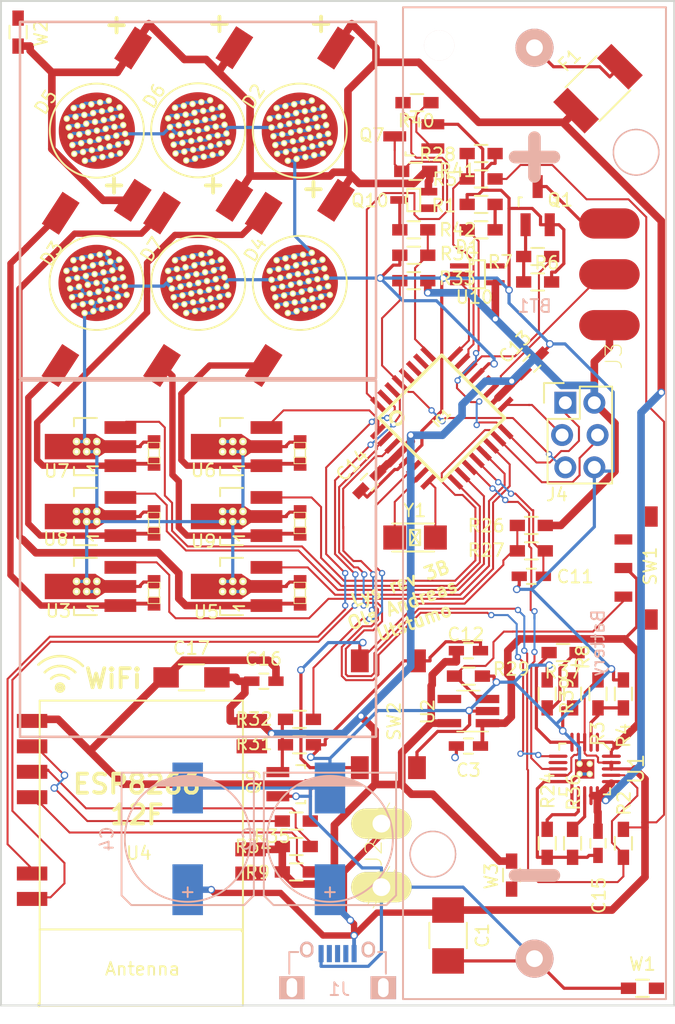
<source format=kicad_pcb>
(kicad_pcb (version 20171130) (host pcbnew "(5.1.12)-1")
  (layers (0 F.Cu signal) (31 B.Cu signal) (34 B.Paste user hide) (35 F.Paste user hide) (36 B.SilkS user hide) (37 F.SilkS user hide) (38 B.Mask user hide) (39 F.Mask user hide) (44 Edge.Cuts user))
  (net 0 "")
  (net 1 GND)
  (net 2 VCC)
  (net 3 "Net-(C5-Pad1)")
  (net 4 "Net-(C6-Pad1)")
  (net 5 "Net-(C7-Pad1)")
  (net 6 "Net-(C8-Pad1)")
  (net 7 "Net-(C9-Pad1)")
  (net 8 "Net-(C10-Pad1)")
  (net 9 BUTTON)
  (net 10 VPP)
  (net 11 +BATT)
  (net 12 PWM_LED2)
  (net 13 XTAL1)
  (net 14 XTAL2)
  (net 15 EXT_en)
  (net 16 PWM_LED1)
  (net 17 PWM_LED4)
  (net 18 MOSI)
  (net 19 MISO)
  (net 20 SCK)
  (net 21 ADC_EXT2)
  (net 22 nRESET)
  (net 23 "Net-(Q9-Pad1)")
  (net 24 "Net-(C16-Pad1)")
  (net 25 AREF)
  (net 26 "Net-(D1-Pad1)")
  (net 27 PWM_LED3)
  (net 28 "Net-(U4-Pad2)")
  (net 29 "Net-(U4-Pad7)")
  (net 30 "Net-(J1-Pad2)")
  (net 31 "Net-(J1-Pad3)")
  (net 32 Battsense_EN)
  (net 33 "Net-(Q7-Pad1)")
  (net 34 "Net-(Q10-Pad1)")
  (net 35 "Net-(Q10-Pad3)")
  (net 36 "Net-(R37-Pad1)")
  (net 37 "Net-(R37-Pad2)")
  (net 38 VDD)
  (net 39 "Net-(U1-Pad7)")
  (net 40 Chg_en)
  (net 41 Chg_STAT1)
  (net 42 ADC_solar)
  (net 43 ADC_batt)
  (net 44 "Net-(IC1-Pad26)")
  (net 45 "Net-(IC1-Pad27)")
  (net 46 "Net-(IC1-Pad28)")
  (net 47 PWM_LED5)
  (net 48 "Net-(J1-Pad4)")
  (net 49 "Net-(J3-Pad3)")
  (net 50 "Net-(Q1-Pad1)")
  (net 51 ESP_en)
  (net 52 ESP_TX)
  (net 53 ESP_RX)
  (net 54 "Net-(BT1-Pad1)")
  (net 55 ADC_temp)
  (net 56 Chg_nPG)
  (net 57 "Net-(C3-Pad1)")
  (net 58 "Net-(C3-Pad2)")
  (net 59 "Net-(R3-Pad1)")
  (net 60 "Net-(R9-Pad2)")
  (net 61 "Net-(R24-Pad2)")
  (net 62 "Net-(R26-Pad1)")
  (net 63 "Net-(R29-Pad2)")
  (net 64 "Net-(R34-Pad2)")
  (net 65 "Net-(R35-Pad2)")
  (net 66 "Net-(R36-Pad2)")
  (module Utstumo:ESP8266_12F_handsolder (layer F.Cu) (at 91.05 96.125 180)
    (fp_text reference U4 (at 0.2 3.6 180) (layer F.SilkS))
    (fp_text value ESP-12E)
    (fp_text user Antenna (at -0.1 -5.5 180) (layer F.SilkS))
    (pad 2 smd rect (at -8.6 2 180) (size 2.4 1.1) (layers F.Cu F.Paste F.Mask) (net 28 "Net-(U4-Pad2)"))
    (pad 3 smd rect (at -8.6 3.9 180) (size 2.4 1.1) (layers F.Cu F.Paste F.Mask) (net 2 VCC))
    (pad 7 smd rect (at -8.7 12 180) (size 2.4 1.1) (layers F.Cu F.Paste F.Mask) (net 29 "Net-(U4-Pad7)"))
    (pad 8 smd rect (at -8.7 14 180) (size 2.4 1.1) (layers F.Cu F.Paste F.Mask) (net 2 VCC))
    (pad 15 smd rect (at 8.6 14 180) (size 2.4 1.1) (layers F.Cu F.Paste F.Mask) (net 24 "Net-(C16-Pad1)"))
    (pad 16 smd rect (at 8.6 12 180) (size 2.4 1.1) (layers F.Cu F.Paste F.Mask) (net 65 "Net-(R35-Pad2)"))
    (pad 17 smd rect (at 8.6 10 180) (size 2.4 1.1) (layers F.Cu F.Paste F.Mask) (net 64 "Net-(R34-Pad2)"))
    (pad 18 smd rect (at 8.6 8 180) (size 2.4 1.1) (layers F.Cu F.Paste F.Mask) (net 60 "Net-(R9-Pad2)"))
    (pad 21 smd rect (at 8.6 2 180) (size 2.4 1.1) (layers F.Cu F.Paste F.Mask) (net 53 ESP_RX))
    (pad 22 smd rect (at 8.6 0 180) (size 2.4 1.1) (layers F.Cu F.Paste F.Mask) (net 52 ESP_TX))
  )
  (module Utstumo:QFN_20 (layer F.Cu) (at 125.95 85.9 270)
    (fp_text reference U1 (at 0 -4.05 270) (layer F.SilkS) (effects (font (size 1.2 1.2))))
    (fp_text value MCP73871)
    (pad 1 smd oval (at -2.1 -1) (size 0.25 1.5) (layers F.Cu F.Paste F.Mask) (net 38 VDD))
    (pad 2 smd oval (at -2.1 -0.5) (size 0.25 1.5) (layers F.Cu F.Paste F.Mask) (net 59 "Net-(R3-Pad1)"))
    (pad 3 smd oval (at -2.1 0) (size 0.25 1.5) (layers F.Cu F.Paste F.Mask) (net 10 VPP))
    (pad 4 smd oval (at -2.1 0.5) (size 0.25 1.5) (layers F.Cu F.Paste F.Mask) (net 10 VPP))
    (pad 5 smd oval (at -2.1 1) (size 0.25 1.5) (layers F.Cu F.Paste F.Mask) (net 36 "Net-(R37-Pad1)"))
    (pad 6 smd oval (at -1 2.1 270) (size 0.25 1.5) (layers F.Cu F.Paste F.Mask) (net 56 Chg_nPG))
    (pad 7 smd oval (at -0.5 2.1 270) (size 0.25 1.5) (layers F.Cu F.Paste F.Mask) (net 39 "Net-(U1-Pad7)"))
    (pad 8 smd oval (at 0 2.1 270) (size 0.25 1.5) (layers F.Cu F.Paste F.Mask) (net 41 Chg_STAT1))
    (pad 9 smd oval (at 0.5 2.1 270) (size 0.25 1.5) (layers F.Cu F.Paste F.Mask) (net 10 VPP))
    (pad 10 smd oval (at 1 2.1 270) (size 0.25 1.5) (layers F.Cu F.Paste F.Mask) (net 1 GND))
    (pad 11 smd oval (at 2.1 1) (size 0.25 1.5) (layers F.Cu F.Paste F.Mask) (net 1 GND))
    (pad 12 smd oval (at 2.1 0.5) (size 0.25 1.5) (layers F.Cu F.Paste F.Mask) (net 61 "Net-(R24-Pad2)"))
    (pad 13 smd oval (at 2.1 0) (size 0.25 1.5) (layers F.Cu F.Paste F.Mask) (net 66 "Net-(R36-Pad2)"))
    (pad 14 smd oval (at 2.1 -0.5) (size 0.25 1.5) (layers F.Cu F.Paste F.Mask) (net 11 +BATT))
    (pad 15 smd oval (at 2.1 -1) (size 0.25 1.5) (layers F.Cu F.Paste F.Mask) (net 11 +BATT))
    (pad 16 smd oval (at 1 -2.1 270) (size 0.25 1.5) (layers F.Cu F.Paste F.Mask) (net 11 +BATT))
    (pad 17 smd oval (at 0.5 -2.1 270) (size 0.25 1.5) (layers F.Cu F.Paste F.Mask) (net 40 Chg_en))
    (pad 18 smd oval (at 0 -2.1 270) (size 0.25 1.5) (layers F.Cu F.Paste F.Mask) (net 10 VPP))
    (pad 19 smd oval (at -0.5 -2.1 270) (size 0.25 1.5) (layers F.Cu F.Paste F.Mask) (net 10 VPP))
    (pad 20 smd oval (at -1 -2.1 270) (size 0.25 1.5) (layers F.Cu F.Paste F.Mask) (net 38 VDD))
    (pad EP smd rect (at 0 0 270) (size 1.524 1.524) (layers F.Cu F.Paste F.Mask) (net 1 GND))
    (pad 0 thru_hole circle (at -0.4 -0.4 270) (size 0.5 0.5) (drill 0.3) (layers *.Cu *.Mask F.SilkS) (net 1 GND))
    (pad 0 thru_hole circle (at 0.4 -0.4 270) (size 0.5 0.5) (drill 0.3) (layers *.Cu *.Mask F.SilkS) (net 1 GND))
    (pad 0 thru_hole circle (at 0.4 0.4 270) (size 0.5 0.5) (drill 0.3) (layers *.Cu *.Mask F.SilkS) (net 1 GND))
    (pad 0 thru_hole circle (at -0.4 0.4 270) (size 0.5 0.5) (drill 0.3) (layers *.Cu *.Mask F.SilkS) (net 1 GND))
  )
  (module Utstumo:SPI_Header_SnapIn (layer F.Cu) (at 124.3 57.1)
    (fp_text reference J4 (at -0.525 7.225) (layer F.SilkS))
    (fp_text value CON_HEADER_2X03-PTH)
    (pad 1 thru_hole rect (at 0.127 0) (size 1.7272 1.7272) (drill 1.016) (layers *.Cu *.Mask) (net 19 MISO))
    (pad 2 thru_hole oval (at 2.413 0) (size 1.7272 1.7272) (drill 1.016) (layers *.Cu *.Mask) (net 2 VCC))
    (pad 3 thru_hole oval (at -0.127 2.54) (size 1.7272 1.7272) (drill 1.016) (layers *.Cu *.Mask) (net 20 SCK))
    (pad 4 thru_hole oval (at 2.667 2.54) (size 1.7272 1.7272) (drill 1.016) (layers *.Cu *.Mask) (net 18 MOSI))
    (pad 5 thru_hole oval (at 0.127 5.08) (size 1.7272 1.7272) (drill 1.016) (layers *.Cu *.Mask) (net 22 nRESET))
    (pad 6 thru_hole oval (at 2.413 5.08) (size 1.7272 1.7272) (drill 1.016) (layers *.Cu *.Mask) (net 1 GND))
  )
  (module Utstumo:Wire_terminal_x2 (layer F.Cu) (at 110.4 92.7 270)
    (fp_text reference J2 (at -0.13 1.05 270) (layer F.SilkS) (effects (font (size 1.27 1.27) (thickness 0.0889))))
    (fp_text value CON_TERMINAL_BLOCK_02-5MM hide)
    (pad 1 thru_hole oval (at 2.49936 0.44958 270) (size 2.37998 4.75996) (drill 1.39954) (layers *.Cu F.Paste F.SilkS F.Mask) (net 1 GND))
    (pad 2 thru_hole oval (at -2.49936 0.44958 270) (size 2.37998 4.75996) (drill 1.39954) (layers *.Cu F.Paste F.SilkS F.Mask) (net 10 VPP))
  )
  (module Nova:1W_LED_bead_1 (layer F.Cu) (at 95.525 35.675 237)
    (fp_text reference D6 (at -0.387936 4.367437 237) (layer F.SilkS))
    (fp_text value LED)
    (pad 0 thru_hole circle (at 0.5 2.5 237) (size 0.5 0.5) (drill 0.3) (layers *.Cu *.Mask F.SilkS) (net 1 GND))
    (pad 0 thru_hole circle (at 1 2 237) (size 0.5 0.5) (drill 0.3) (layers *.Cu *.Mask F.SilkS) (net 1 GND))
    (pad 0 thru_hole circle (at 1.5 1.5 237) (size 0.5 0.5) (drill 0.3) (layers *.Cu *.Mask F.SilkS) (net 1 GND))
    (pad 0 thru_hole circle (at 2.5 0.5 237) (size 0.5 0.5) (drill 0.3) (layers *.Cu *.Mask F.SilkS) (net 1 GND))
    (pad 0 thru_hole circle (at 2 1 237) (size 0.5 0.5) (drill 0.3) (layers *.Cu *.Mask F.SilkS) (net 1 GND))
    (pad 0 thru_hole circle (at -0.5 2.5 237) (size 0.5 0.5) (drill 0.3) (layers *.Cu *.Mask F.SilkS) (net 1 GND))
    (pad 0 thru_hole circle (at -2.5 -0.5 237) (size 0.5 0.5) (drill 0.3) (layers *.Cu *.Mask F.SilkS) (net 1 GND))
    (pad 0 thru_hole circle (at -2.5 0.5 237) (size 0.5 0.5) (drill 0.3) (layers *.Cu *.Mask F.SilkS) (net 1 GND))
    (pad 0 thru_hole circle (at -1 -2 237) (size 0.5 0.5) (drill 0.3) (layers *.Cu *.Mask F.SilkS) (net 1 GND))
    (pad 0 thru_hole circle (at -0.5 -2.5 237) (size 0.5 0.5) (drill 0.3) (layers *.Cu *.Mask F.SilkS) (net 1 GND))
    (pad 0 thru_hole circle (at 0.5 -2.5 237) (size 0.5 0.5) (drill 0.3) (layers *.Cu *.Mask F.SilkS) (net 1 GND))
    (pad 0 thru_hole circle (at -1.5 1.5 237) (size 0.5 0.5) (drill 0.3) (layers *.Cu *.Mask F.SilkS) (net 1 GND))
    (pad 0 thru_hole circle (at -1.5 0.5 237) (size 0.5 0.5) (drill 0.3) (layers *.Cu *.Mask F.SilkS) (net 1 GND))
    (pad 0 thru_hole circle (at -1.5 -1.5 237) (size 0.5 0.5) (drill 0.3) (layers *.Cu *.Mask F.SilkS) (net 1 GND))
    (pad 0 thru_hole circle (at -0.5 -1.5 237) (size 0.5 0.5) (drill 0.3) (layers *.Cu *.Mask F.SilkS) (net 1 GND))
    (pad 0 thru_hole circle (at -1.5 -0.5 237) (size 0.5 0.5) (drill 0.3) (layers *.Cu *.Mask F.SilkS) (net 1 GND))
    (pad 0 thru_hole circle (at -2 -1 237) (size 0.5 0.5) (drill 0.3) (layers *.Cu *.Mask F.SilkS) (net 1 GND))
    (pad 0 thru_hole circle (at -1 -1 237) (size 0.5 0.5) (drill 0.3) (layers *.Cu *.Mask F.SilkS) (net 1 GND))
    (pad 0 thru_hole circle (at -1 0 237) (size 0.5 0.5) (drill 0.3) (layers *.Cu *.Mask F.SilkS) (net 1 GND))
    (pad 0 thru_hole circle (at -2 0 237) (size 0.5 0.5) (drill 0.3) (layers *.Cu *.Mask F.SilkS) (net 1 GND))
    (pad 0 thru_hole circle (at -2 1 237) (size 0.5 0.5) (drill 0.3) (layers *.Cu *.Mask F.SilkS) (net 1 GND))
    (pad 0 thru_hole circle (at 0.5 1.5 237) (size 0.5 0.5) (drill 0.3) (layers *.Cu *.Mask F.SilkS) (net 1 GND))
    (pad 0 thru_hole circle (at -1 2 237) (size 0.5 0.5) (drill 0.3) (layers *.Cu *.Mask F.SilkS) (net 1 GND))
    (pad 0 thru_hole circle (at 0 2 237) (size 0.5 0.5) (drill 0.3) (layers *.Cu *.Mask F.SilkS) (net 1 GND))
    (pad 0 thru_hole circle (at 0 1 237) (size 0.5 0.5) (drill 0.3) (layers *.Cu *.Mask F.SilkS) (net 1 GND))
    (pad 0 thru_hole circle (at -1 1 237) (size 0.5 0.5) (drill 0.3) (layers *.Cu *.Mask F.SilkS) (net 1 GND))
    (pad 0 thru_hole circle (at -0.5 1.5 237) (size 0.5 0.5) (drill 0.3) (layers *.Cu *.Mask F.SilkS) (net 1 GND))
    (pad 0 thru_hole circle (at 2 -1 237) (size 0.5 0.5) (drill 0.3) (layers *.Cu *.Mask F.SilkS) (net 1 GND))
    (pad 0 thru_hole circle (at 1.5 -1.5 237) (size 0.5 0.5) (drill 0.3) (layers *.Cu *.Mask F.SilkS) (net 1 GND))
    (pad 0 thru_hole circle (at 2.5 -0.5 237) (size 0.5 0.5) (drill 0.3) (layers *.Cu *.Mask F.SilkS) (net 1 GND))
    (pad 0 thru_hole circle (at 1.5 -0.5 237) (size 0.5 0.5) (drill 0.3) (layers *.Cu *.Mask F.SilkS) (net 1 GND))
    (pad 0 thru_hole circle (at 0 -1 237) (size 0.5 0.5) (drill 0.3) (layers *.Cu *.Mask F.SilkS) (net 1 GND))
    (pad 0 thru_hole circle (at 1 -1 237) (size 0.5 0.5) (drill 0.3) (layers *.Cu *.Mask F.SilkS) (net 1 GND))
    (pad 0 thru_hole circle (at 1 -2 237) (size 0.5 0.5) (drill 0.3) (layers *.Cu *.Mask F.SilkS) (net 1 GND))
    (pad 0 thru_hole circle (at 0 -2 237) (size 0.5 0.5) (drill 0.3) (layers *.Cu *.Mask F.SilkS) (net 1 GND))
    (pad 0 thru_hole circle (at 0.5 -1.5 237) (size 0.5 0.5) (drill 0.3) (layers *.Cu *.Mask F.SilkS) (net 1 GND))
    (pad 0 thru_hole circle (at 1 1 237) (size 0.5 0.5) (drill 0.3) (layers *.Cu *.Mask F.SilkS) (net 1 GND))
    (pad 0 thru_hole circle (at 2 0 237) (size 0.5 0.5) (drill 0.3) (layers *.Cu *.Mask F.SilkS) (net 1 GND))
    (pad 0 thru_hole circle (at 1 0 237) (size 0.5 0.5) (drill 0.3) (layers *.Cu *.Mask F.SilkS) (net 1 GND))
    (pad 0 thru_hole circle (at 1.5 0.5 237) (size 0.5 0.5) (drill 0.3) (layers *.Cu *.Mask F.SilkS) (net 1 GND))
    (pad 0 thru_hole circle (at 0 0 237) (size 0.5 0.5) (drill 0.3) (layers *.Cu *.Mask F.SilkS) (net 1 GND))
    (pad 0 thru_hole circle (at -0.5 -0.5 237) (size 0.5 0.5) (drill 0.3) (layers *.Cu *.Mask F.SilkS) (net 1 GND))
    (pad 0 thru_hole circle (at 0.5 -0.5 237) (size 0.5 0.5) (drill 0.3) (layers *.Cu *.Mask F.SilkS) (net 1 GND))
    (pad 0 thru_hole circle (at 0.5 0.5 237) (size 0.5 0.5) (drill 0.3) (layers *.Cu *.Mask F.SilkS) (net 1 GND))
    (pad 2 smd rect (at -7 1.15 327) (size 1.6 3) (layers F.Cu F.Paste F.Mask) (net 11 +BATT))
    (pad 0 smd circle (at 0 0 237) (size 6 6) (layers F.Cu F.Paste F.Mask) (net 1 GND))
    (pad 1 smd rect (at 7 -1.15 327) (size 1.6 3) (layers F.Cu F.Paste F.Mask) (net 4 "Net-(C6-Pad1)"))
    (pad 0 thru_hole circle (at -0.5 0.5 237) (size 0.5 0.5) (drill 0.3) (layers *.Cu *.Mask F.SilkS) (net 1 GND))
  )
  (module ok-ic-smd:TQFP32-7x7 (layer F.Cu) (at 114.7 58.3 45)
    (fp_text reference IC1 (at 0 0 45) (layer F.SilkS) (effects (font (size 0.635 0.635) (thickness 0.16002))))
    (fp_text value ATMEGA168PB-AU hide)
    (pad 1 smd rect (at -4.24942 -2.79908 45) (size 1.50114 0.39878) (layers F.Cu F.Paste F.Mask) (net 17 PWM_LED4))
    (pad 2 smd rect (at -4.24942 -1.99898 45) (size 1.50114 0.39878) (layers F.Cu F.Paste F.Mask) (net 40 Chg_en))
    (pad 3 smd rect (at -4.24942 -1.19888 45) (size 1.50114 0.39878) (layers F.Cu F.Paste F.Mask) (net 56 Chg_nPG))
    (pad 4 smd rect (at -4.24942 -0.39878 45) (size 1.50114 0.39878) (layers F.Cu F.Paste F.Mask) (net 2 VCC))
    (pad 5 smd rect (at -4.24942 0.39878 45) (size 1.50114 0.39878) (layers F.Cu F.Paste F.Mask) (net 1 GND))
    (pad 6 smd rect (at -4.24942 1.19888 45) (size 1.50114 0.39878) (layers F.Cu F.Paste F.Mask) (net 51 ESP_en))
    (pad 7 smd rect (at -4.24942 1.99898 45) (size 1.50114 0.39878) (layers F.Cu F.Paste F.Mask) (net 13 XTAL1))
    (pad 8 smd rect (at -4.24942 2.79908 45) (size 1.50114 0.39878) (layers F.Cu F.Paste F.Mask) (net 14 XTAL2))
    (pad 9 smd rect (at -2.79908 4.24942 45) (size 0.39878 1.50114) (layers F.Cu F.Paste F.Mask) (net 16 PWM_LED1))
    (pad 10 smd rect (at -1.99898 4.24942 45) (size 0.39878 1.50114) (layers F.Cu F.Paste F.Mask) (net 47 PWM_LED5))
    (pad 11 smd rect (at -1.19888 4.24942 45) (size 0.39878 1.50114) (layers F.Cu F.Paste F.Mask) (net 41 Chg_STAT1))
    (pad 12 smd rect (at -0.39878 4.24942 45) (size 0.39878 1.50114) (layers F.Cu F.Paste F.Mask) (net 9 BUTTON))
    (pad 13 smd rect (at 0.39878 4.24942 45) (size 0.39878 1.50114) (layers F.Cu F.Paste F.Mask) (net 12 PWM_LED2))
    (pad 14 smd rect (at 1.19888 4.24942 45) (size 0.39878 1.50114) (layers F.Cu F.Paste F.Mask) (net 27 PWM_LED3))
    (pad 15 smd rect (at 1.99898 4.24942 45) (size 0.39878 1.50114) (layers F.Cu F.Paste F.Mask) (net 18 MOSI))
    (pad 16 smd rect (at 2.79908 4.24942 45) (size 0.39878 1.50114) (layers F.Cu F.Paste F.Mask) (net 19 MISO))
    (pad 17 smd rect (at 4.24942 2.79908 45) (size 1.50114 0.39878) (layers F.Cu F.Paste F.Mask) (net 20 SCK))
    (pad 18 smd rect (at 4.24942 1.99898 45) (size 1.50114 0.39878) (layers F.Cu F.Paste F.Mask) (net 2 VCC))
    (pad 19 smd rect (at 4.24942 1.19888 45) (size 1.50114 0.39878) (layers F.Cu F.Paste F.Mask) (net 21 ADC_EXT2))
    (pad 20 smd rect (at 4.24942 0.39878 45) (size 1.50114 0.39878) (layers F.Cu F.Paste F.Mask) (net 25 AREF))
    (pad 21 smd rect (at 4.24942 -0.39878 45) (size 1.50114 0.39878) (layers F.Cu F.Paste F.Mask) (net 1 GND))
    (pad 22 smd rect (at 4.24942 -1.19888 45) (size 1.50114 0.39878) (layers F.Cu F.Paste F.Mask) (net 15 EXT_en))
    (pad 23 smd rect (at 4.24942 -1.99898 45) (size 1.50114 0.39878) (layers F.Cu F.Paste F.Mask) (net 42 ADC_solar))
    (pad 24 smd rect (at 4.24942 -2.79908 45) (size 1.50114 0.39878) (layers F.Cu F.Paste F.Mask) (net 55 ADC_temp))
    (pad 25 smd rect (at 2.79908 -4.24942 45) (size 0.39878 1.50114) (layers F.Cu F.Paste F.Mask) (net 43 ADC_batt))
    (pad 26 smd rect (at 1.99898 -4.24942 45) (size 0.39878 1.50114) (layers F.Cu F.Paste F.Mask) (net 44 "Net-(IC1-Pad26)"))
    (pad 27 smd rect (at 1.19888 -4.24942 45) (size 0.39878 1.50114) (layers F.Cu F.Paste F.Mask) (net 45 "Net-(IC1-Pad27)"))
    (pad 28 smd rect (at 0.39878 -4.24942 45) (size 0.39878 1.50114) (layers F.Cu F.Paste F.Mask) (net 46 "Net-(IC1-Pad28)"))
    (pad 29 smd rect (at -0.39878 -4.24942 45) (size 0.39878 1.50114) (layers F.Cu F.Paste F.Mask) (net 22 nRESET))
    (pad 30 smd rect (at -1.19888 -4.24942 45) (size 0.39878 1.50114) (layers F.Cu F.Paste F.Mask) (net 52 ESP_TX))
    (pad 31 smd rect (at -1.99898 -4.24942 45) (size 0.39878 1.50114) (layers F.Cu F.Paste F.Mask) (net 53 ESP_RX))
    (pad 32 smd rect (at -2.79908 -4.24942 45) (size 0.39878 1.50114) (layers F.Cu F.Paste F.Mask) (net 32 Battsense_EN))
  )
  (module Nova:1W_LED_bead_1 (layer F.Cu) (at 103.525 47.675 237)
    (fp_text reference D4 (at -0.295274 4.365024 237) (layer F.SilkS))
    (fp_text value LED)
    (pad 0 thru_hole circle (at 0.5 2.5 237) (size 0.5 0.5) (drill 0.3) (layers *.Cu *.Mask F.SilkS) (net 1 GND))
    (pad 0 thru_hole circle (at 0.999999 2 237) (size 0.5 0.5) (drill 0.3) (layers *.Cu *.Mask F.SilkS) (net 1 GND))
    (pad 0 thru_hole circle (at 1.5 1.5 237) (size 0.5 0.5) (drill 0.3) (layers *.Cu *.Mask F.SilkS) (net 1 GND))
    (pad 0 thru_hole circle (at 2.5 0.5 237) (size 0.5 0.5) (drill 0.3) (layers *.Cu *.Mask F.SilkS) (net 1 GND))
    (pad 0 thru_hole circle (at 2 1 237) (size 0.5 0.5) (drill 0.3) (layers *.Cu *.Mask F.SilkS) (net 1 GND))
    (pad 0 thru_hole circle (at -0.5 2.5 237) (size 0.5 0.5) (drill 0.3) (layers *.Cu *.Mask F.SilkS) (net 1 GND))
    (pad 0 thru_hole circle (at -2.5 -0.5 237) (size 0.5 0.5) (drill 0.3) (layers *.Cu *.Mask F.SilkS) (net 1 GND))
    (pad 0 thru_hole circle (at -2.5 0.5 237) (size 0.5 0.5) (drill 0.3) (layers *.Cu *.Mask F.SilkS) (net 1 GND))
    (pad 0 thru_hole circle (at -1 -2 237) (size 0.5 0.5) (drill 0.3) (layers *.Cu *.Mask F.SilkS) (net 1 GND))
    (pad 0 thru_hole circle (at -0.5 -2.5 237) (size 0.5 0.5) (drill 0.3) (layers *.Cu *.Mask F.SilkS) (net 1 GND))
    (pad 0 thru_hole circle (at 0.5 -2.5 237) (size 0.5 0.5) (drill 0.3) (layers *.Cu *.Mask F.SilkS) (net 1 GND))
    (pad 0 thru_hole circle (at -1.5 1.5 237) (size 0.5 0.5) (drill 0.3) (layers *.Cu *.Mask F.SilkS) (net 1 GND))
    (pad 0 thru_hole circle (at -1.5 0.5 237) (size 0.5 0.5) (drill 0.3) (layers *.Cu *.Mask F.SilkS) (net 1 GND))
    (pad 0 thru_hole circle (at -1.5 -1.5 237) (size 0.5 0.5) (drill 0.3) (layers *.Cu *.Mask F.SilkS) (net 1 GND))
    (pad 0 thru_hole circle (at -0.5 -1.5 237) (size 0.5 0.5) (drill 0.3) (layers *.Cu *.Mask F.SilkS) (net 1 GND))
    (pad 0 thru_hole circle (at -1.5 -0.5 237) (size 0.5 0.5) (drill 0.3) (layers *.Cu *.Mask F.SilkS) (net 1 GND))
    (pad 0 thru_hole circle (at -2 -1 237) (size 0.5 0.5) (drill 0.3) (layers *.Cu *.Mask F.SilkS) (net 1 GND))
    (pad 0 thru_hole circle (at -1 -1 237) (size 0.5 0.5) (drill 0.3) (layers *.Cu *.Mask F.SilkS) (net 1 GND))
    (pad 0 thru_hole circle (at -1 0 237) (size 0.5 0.5) (drill 0.3) (layers *.Cu *.Mask F.SilkS) (net 1 GND))
    (pad 0 thru_hole circle (at -2 0 237) (size 0.5 0.5) (drill 0.3) (layers *.Cu *.Mask F.SilkS) (net 1 GND))
    (pad 0 thru_hole circle (at -2 1 237) (size 0.5 0.5) (drill 0.3) (layers *.Cu *.Mask F.SilkS) (net 1 GND))
    (pad 0 thru_hole circle (at 0.5 1.5 237) (size 0.5 0.5) (drill 0.3) (layers *.Cu *.Mask F.SilkS) (net 1 GND))
    (pad 0 thru_hole circle (at -1 2 237) (size 0.5 0.5) (drill 0.3) (layers *.Cu *.Mask F.SilkS) (net 1 GND))
    (pad 0 thru_hole circle (at 0 2 237) (size 0.5 0.5) (drill 0.3) (layers *.Cu *.Mask F.SilkS) (net 1 GND))
    (pad 0 thru_hole circle (at 0 1 237) (size 0.5 0.5) (drill 0.3) (layers *.Cu *.Mask F.SilkS) (net 1 GND))
    (pad 0 thru_hole circle (at -1 1 237) (size 0.5 0.5) (drill 0.3) (layers *.Cu *.Mask F.SilkS) (net 1 GND))
    (pad 0 thru_hole circle (at -0.5 1.5 237) (size 0.5 0.5) (drill 0.3) (layers *.Cu *.Mask F.SilkS) (net 1 GND))
    (pad 0 thru_hole circle (at 2 -1 237) (size 0.5 0.5) (drill 0.3) (layers *.Cu *.Mask F.SilkS) (net 1 GND))
    (pad 0 thru_hole circle (at 1.5 -1.5 237) (size 0.5 0.5) (drill 0.3) (layers *.Cu *.Mask F.SilkS) (net 1 GND))
    (pad 0 thru_hole circle (at 2.5 -0.5 237) (size 0.5 0.5) (drill 0.3) (layers *.Cu *.Mask F.SilkS) (net 1 GND))
    (pad 0 thru_hole circle (at 1.5 -0.5 237) (size 0.5 0.5) (drill 0.3) (layers *.Cu *.Mask F.SilkS) (net 1 GND))
    (pad 0 thru_hole circle (at 0 -1 237) (size 0.5 0.5) (drill 0.3) (layers *.Cu *.Mask F.SilkS) (net 1 GND))
    (pad 0 thru_hole circle (at 1 -1 237) (size 0.5 0.5) (drill 0.3) (layers *.Cu *.Mask F.SilkS) (net 1 GND))
    (pad 0 thru_hole circle (at 1 -2 237) (size 0.5 0.5) (drill 0.3) (layers *.Cu *.Mask F.SilkS) (net 1 GND))
    (pad 0 thru_hole circle (at 0 -2 237) (size 0.5 0.5) (drill 0.3) (layers *.Cu *.Mask F.SilkS) (net 1 GND))
    (pad 0 thru_hole circle (at 0.5 -1.5 237) (size 0.5 0.5) (drill 0.3) (layers *.Cu *.Mask F.SilkS) (net 1 GND))
    (pad 0 thru_hole circle (at 1 1 237) (size 0.5 0.5) (drill 0.3) (layers *.Cu *.Mask F.SilkS) (net 1 GND))
    (pad 0 thru_hole circle (at 2 0 237) (size 0.5 0.5) (drill 0.3) (layers *.Cu *.Mask F.SilkS) (net 1 GND))
    (pad 0 thru_hole circle (at 1 0 237) (size 0.5 0.5) (drill 0.3) (layers *.Cu *.Mask F.SilkS) (net 1 GND))
    (pad 0 thru_hole circle (at 1.5 0.5 237) (size 0.5 0.5) (drill 0.3) (layers *.Cu *.Mask F.SilkS) (net 1 GND))
    (pad 0 thru_hole circle (at 0 0 237) (size 0.5 0.5) (drill 0.3) (layers *.Cu *.Mask F.SilkS) (net 1 GND))
    (pad 0 thru_hole circle (at -0.5 -0.5 237) (size 0.5 0.5) (drill 0.3) (layers *.Cu *.Mask F.SilkS) (net 1 GND))
    (pad 0 thru_hole circle (at 0.5 -0.5 237) (size 0.5 0.5) (drill 0.3) (layers *.Cu *.Mask F.SilkS) (net 1 GND))
    (pad 0 thru_hole circle (at 0.5 0.5 237) (size 0.5 0.5) (drill 0.3) (layers *.Cu *.Mask F.SilkS) (net 1 GND))
    (pad 2 smd rect (at -7 1.15 327) (size 1.6 3) (layers F.Cu F.Paste F.Mask) (net 11 +BATT))
    (pad 0 smd circle (at 0 0 237) (size 6 6) (layers F.Cu F.Paste F.Mask) (net 1 GND))
    (pad 1 smd rect (at 7 -1.15 327) (size 1.6 3) (layers F.Cu F.Paste F.Mask) (net 5 "Net-(C7-Pad1)"))
    (pad 0 thru_hole circle (at -0.5 0.5 237) (size 0.5 0.5) (drill 0.3) (layers *.Cu *.Mask F.SilkS) (net 1 GND))
  )
  (module Nova:1W_LED_bead_1 (layer F.Cu) (at 87.55 35.7 237)
    (fp_text reference D5 (at 0.300515 4.581996 237) (layer F.SilkS))
    (fp_text value LED)
    (pad 0 thru_hole circle (at 0.5 2.5 237) (size 0.5 0.5) (drill 0.3) (layers *.Cu *.Mask F.SilkS) (net 1 GND))
    (pad 0 thru_hole circle (at 1 2 237) (size 0.5 0.5) (drill 0.3) (layers *.Cu *.Mask F.SilkS) (net 1 GND))
    (pad 0 thru_hole circle (at 1.5 1.5 237) (size 0.5 0.5) (drill 0.3) (layers *.Cu *.Mask F.SilkS) (net 1 GND))
    (pad 0 thru_hole circle (at 2.5 0.5 237) (size 0.5 0.5) (drill 0.3) (layers *.Cu *.Mask F.SilkS) (net 1 GND))
    (pad 0 thru_hole circle (at 2 1 237) (size 0.5 0.5) (drill 0.3) (layers *.Cu *.Mask F.SilkS) (net 1 GND))
    (pad 0 thru_hole circle (at -0.5 2.5 237) (size 0.5 0.5) (drill 0.3) (layers *.Cu *.Mask F.SilkS) (net 1 GND))
    (pad 0 thru_hole circle (at -2.5 -0.5 237) (size 0.5 0.5) (drill 0.3) (layers *.Cu *.Mask F.SilkS) (net 1 GND))
    (pad 0 thru_hole circle (at -2.5 0.5 237) (size 0.5 0.5) (drill 0.3) (layers *.Cu *.Mask F.SilkS) (net 1 GND))
    (pad 0 thru_hole circle (at -1 -2 237) (size 0.5 0.5) (drill 0.3) (layers *.Cu *.Mask F.SilkS) (net 1 GND))
    (pad 0 thru_hole circle (at -0.5 -2.5 237) (size 0.5 0.5) (drill 0.3) (layers *.Cu *.Mask F.SilkS) (net 1 GND))
    (pad 0 thru_hole circle (at 0.5 -2.5 237) (size 0.5 0.5) (drill 0.3) (layers *.Cu *.Mask F.SilkS) (net 1 GND))
    (pad 0 thru_hole circle (at -1.5 1.5 237) (size 0.5 0.5) (drill 0.3) (layers *.Cu *.Mask F.SilkS) (net 1 GND))
    (pad 0 thru_hole circle (at -1.5 0.5 237) (size 0.5 0.5) (drill 0.3) (layers *.Cu *.Mask F.SilkS) (net 1 GND))
    (pad 0 thru_hole circle (at -1.5 -1.5 237) (size 0.5 0.5) (drill 0.3) (layers *.Cu *.Mask F.SilkS) (net 1 GND))
    (pad 0 thru_hole circle (at -0.5 -1.5 237) (size 0.5 0.5) (drill 0.3) (layers *.Cu *.Mask F.SilkS) (net 1 GND))
    (pad 0 thru_hole circle (at -1.5 -0.5 237) (size 0.5 0.5) (drill 0.3) (layers *.Cu *.Mask F.SilkS) (net 1 GND))
    (pad 0 thru_hole circle (at -2 -1 237) (size 0.5 0.5) (drill 0.3) (layers *.Cu *.Mask F.SilkS) (net 1 GND))
    (pad 0 thru_hole circle (at -1 -1 237) (size 0.5 0.5) (drill 0.3) (layers *.Cu *.Mask F.SilkS) (net 1 GND))
    (pad 0 thru_hole circle (at -1 0 237) (size 0.5 0.5) (drill 0.3) (layers *.Cu *.Mask F.SilkS) (net 1 GND))
    (pad 0 thru_hole circle (at -2 0 237) (size 0.5 0.5) (drill 0.3) (layers *.Cu *.Mask F.SilkS) (net 1 GND))
    (pad 0 thru_hole circle (at -2 1 237) (size 0.5 0.5) (drill 0.3) (layers *.Cu *.Mask F.SilkS) (net 1 GND))
    (pad 0 thru_hole circle (at 0.5 1.5 237) (size 0.5 0.5) (drill 0.3) (layers *.Cu *.Mask F.SilkS) (net 1 GND))
    (pad 0 thru_hole circle (at -1 2 237) (size 0.5 0.5) (drill 0.3) (layers *.Cu *.Mask F.SilkS) (net 1 GND))
    (pad 0 thru_hole circle (at 0 2 237) (size 0.5 0.5) (drill 0.3) (layers *.Cu *.Mask F.SilkS) (net 1 GND))
    (pad 0 thru_hole circle (at 0 1 237) (size 0.5 0.5) (drill 0.3) (layers *.Cu *.Mask F.SilkS) (net 1 GND))
    (pad 0 thru_hole circle (at -1 1 237) (size 0.5 0.5) (drill 0.3) (layers *.Cu *.Mask F.SilkS) (net 1 GND))
    (pad 0 thru_hole circle (at -0.5 1.5 237) (size 0.5 0.5) (drill 0.3) (layers *.Cu *.Mask F.SilkS) (net 1 GND))
    (pad 0 thru_hole circle (at 2 -1 237) (size 0.5 0.5) (drill 0.3) (layers *.Cu *.Mask F.SilkS) (net 1 GND))
    (pad 0 thru_hole circle (at 1.5 -1.5 237) (size 0.5 0.5) (drill 0.3) (layers *.Cu *.Mask F.SilkS) (net 1 GND))
    (pad 0 thru_hole circle (at 2.5 -0.5 237) (size 0.5 0.5) (drill 0.3) (layers *.Cu *.Mask F.SilkS) (net 1 GND))
    (pad 0 thru_hole circle (at 1.5 -0.5 237) (size 0.5 0.5) (drill 0.3) (layers *.Cu *.Mask F.SilkS) (net 1 GND))
    (pad 0 thru_hole circle (at 0 -1 237) (size 0.5 0.5) (drill 0.3) (layers *.Cu *.Mask F.SilkS) (net 1 GND))
    (pad 0 thru_hole circle (at 1 -1 237) (size 0.5 0.5) (drill 0.3) (layers *.Cu *.Mask F.SilkS) (net 1 GND))
    (pad 0 thru_hole circle (at 1 -2 237) (size 0.5 0.5) (drill 0.3) (layers *.Cu *.Mask F.SilkS) (net 1 GND))
    (pad 0 thru_hole circle (at 0 -2 237) (size 0.5 0.5) (drill 0.3) (layers *.Cu *.Mask F.SilkS) (net 1 GND))
    (pad 0 thru_hole circle (at 0.5 -1.5 237) (size 0.5 0.5) (drill 0.3) (layers *.Cu *.Mask F.SilkS) (net 1 GND))
    (pad 0 thru_hole circle (at 1 1 237) (size 0.5 0.5) (drill 0.3) (layers *.Cu *.Mask F.SilkS) (net 1 GND))
    (pad 0 thru_hole circle (at 2 0 237) (size 0.5 0.5) (drill 0.3) (layers *.Cu *.Mask F.SilkS) (net 1 GND))
    (pad 0 thru_hole circle (at 1 0 237) (size 0.5 0.5) (drill 0.3) (layers *.Cu *.Mask F.SilkS) (net 1 GND))
    (pad 0 thru_hole circle (at 1.5 0.5 237) (size 0.5 0.5) (drill 0.3) (layers *.Cu *.Mask F.SilkS) (net 1 GND))
    (pad 0 thru_hole circle (at 0 0 237) (size 0.5 0.5) (drill 0.3) (layers *.Cu *.Mask F.SilkS) (net 1 GND))
    (pad 0 thru_hole circle (at -0.5 -0.5 237) (size 0.5 0.5) (drill 0.3) (layers *.Cu *.Mask F.SilkS) (net 1 GND))
    (pad 0 thru_hole circle (at 0.5 -0.5 237) (size 0.5 0.5) (drill 0.3) (layers *.Cu *.Mask F.SilkS) (net 1 GND))
    (pad 0 thru_hole circle (at 0.5 0.5 237) (size 0.5 0.5) (drill 0.3) (layers *.Cu *.Mask F.SilkS) (net 1 GND))
    (pad 2 smd rect (at -7 1.15 327) (size 1.6 3) (layers F.Cu F.Paste F.Mask) (net 11 +BATT))
    (pad 0 smd circle (at 0 0 237) (size 6 6) (layers F.Cu F.Paste F.Mask) (net 1 GND))
    (pad 1 smd rect (at 7 -1.15 327) (size 1.6 3) (layers F.Cu F.Paste F.Mask) (net 3 "Net-(C5-Pad1)"))
    (pad 0 thru_hole circle (at -0.5 0.5 237) (size 0.5 0.5) (drill 0.3) (layers *.Cu *.Mask F.SilkS) (net 1 GND))
  )
  (module Nova:1W_LED_bead_1 (layer F.Cu) (at 95.525 47.675 237)
    (fp_text reference D7 (at -0.223215 4.4914 237) (layer F.SilkS))
    (fp_text value LED)
    (pad 0 thru_hole circle (at 0.5 2.5 237) (size 0.5 0.5) (drill 0.3) (layers *.Cu *.Mask F.SilkS) (net 1 GND))
    (pad 0 thru_hole circle (at 1 2 237) (size 0.5 0.5) (drill 0.3) (layers *.Cu *.Mask F.SilkS) (net 1 GND))
    (pad 0 thru_hole circle (at 1.5 1.5 237) (size 0.5 0.5) (drill 0.3) (layers *.Cu *.Mask F.SilkS) (net 1 GND))
    (pad 0 thru_hole circle (at 2.5 0.5 237) (size 0.5 0.5) (drill 0.3) (layers *.Cu *.Mask F.SilkS) (net 1 GND))
    (pad 0 thru_hole circle (at 2 1 237) (size 0.5 0.5) (drill 0.3) (layers *.Cu *.Mask F.SilkS) (net 1 GND))
    (pad 0 thru_hole circle (at -0.5 2.5 237) (size 0.5 0.5) (drill 0.3) (layers *.Cu *.Mask F.SilkS) (net 1 GND))
    (pad 0 thru_hole circle (at -2.5 -0.5 237) (size 0.5 0.5) (drill 0.3) (layers *.Cu *.Mask F.SilkS) (net 1 GND))
    (pad 0 thru_hole circle (at -2.5 0.5 237) (size 0.5 0.5) (drill 0.3) (layers *.Cu *.Mask F.SilkS) (net 1 GND))
    (pad 0 thru_hole circle (at -1 -2 237) (size 0.5 0.5) (drill 0.3) (layers *.Cu *.Mask F.SilkS) (net 1 GND))
    (pad 0 thru_hole circle (at -0.5 -2.5 237) (size 0.5 0.5) (drill 0.3) (layers *.Cu *.Mask F.SilkS) (net 1 GND))
    (pad 0 thru_hole circle (at 0.5 -2.5 237) (size 0.5 0.5) (drill 0.3) (layers *.Cu *.Mask F.SilkS) (net 1 GND))
    (pad 0 thru_hole circle (at -1.5 1.5 237) (size 0.5 0.5) (drill 0.3) (layers *.Cu *.Mask F.SilkS) (net 1 GND))
    (pad 0 thru_hole circle (at -1.5 0.5 237) (size 0.5 0.5) (drill 0.3) (layers *.Cu *.Mask F.SilkS) (net 1 GND))
    (pad 0 thru_hole circle (at -1.5 -1.5 237) (size 0.5 0.5) (drill 0.3) (layers *.Cu *.Mask F.SilkS) (net 1 GND))
    (pad 0 thru_hole circle (at -0.5 -1.5 237) (size 0.5 0.5) (drill 0.3) (layers *.Cu *.Mask F.SilkS) (net 1 GND))
    (pad 0 thru_hole circle (at -1.5 -0.5 237) (size 0.5 0.5) (drill 0.3) (layers *.Cu *.Mask F.SilkS) (net 1 GND))
    (pad 0 thru_hole circle (at -2 -1 237) (size 0.5 0.5) (drill 0.3) (layers *.Cu *.Mask F.SilkS) (net 1 GND))
    (pad 0 thru_hole circle (at -1 -1 237) (size 0.5 0.5) (drill 0.3) (layers *.Cu *.Mask F.SilkS) (net 1 GND))
    (pad 0 thru_hole circle (at -1 0 237) (size 0.5 0.5) (drill 0.3) (layers *.Cu *.Mask F.SilkS) (net 1 GND))
    (pad 0 thru_hole circle (at -2 0 237) (size 0.5 0.5) (drill 0.3) (layers *.Cu *.Mask F.SilkS) (net 1 GND))
    (pad 0 thru_hole circle (at -2 1 237) (size 0.5 0.5) (drill 0.3) (layers *.Cu *.Mask F.SilkS) (net 1 GND))
    (pad 0 thru_hole circle (at 0.5 1.5 237) (size 0.5 0.5) (drill 0.3) (layers *.Cu *.Mask F.SilkS) (net 1 GND))
    (pad 0 thru_hole circle (at -1 2 237) (size 0.5 0.5) (drill 0.3) (layers *.Cu *.Mask F.SilkS) (net 1 GND))
    (pad 0 thru_hole circle (at 0 2 237) (size 0.5 0.5) (drill 0.3) (layers *.Cu *.Mask F.SilkS) (net 1 GND))
    (pad 0 thru_hole circle (at 0 1 237) (size 0.5 0.5) (drill 0.3) (layers *.Cu *.Mask F.SilkS) (net 1 GND))
    (pad 0 thru_hole circle (at -1 1 237) (size 0.5 0.5) (drill 0.3) (layers *.Cu *.Mask F.SilkS) (net 1 GND))
    (pad 0 thru_hole circle (at -0.5 1.5 237) (size 0.5 0.5) (drill 0.3) (layers *.Cu *.Mask F.SilkS) (net 1 GND))
    (pad 0 thru_hole circle (at 2 -1 237) (size 0.5 0.5) (drill 0.3) (layers *.Cu *.Mask F.SilkS) (net 1 GND))
    (pad 0 thru_hole circle (at 1.5 -1.5 237) (size 0.5 0.5) (drill 0.3) (layers *.Cu *.Mask F.SilkS) (net 1 GND))
    (pad 0 thru_hole circle (at 2.5 -0.5 237) (size 0.5 0.5) (drill 0.3) (layers *.Cu *.Mask F.SilkS) (net 1 GND))
    (pad 0 thru_hole circle (at 1.5 -0.5 237) (size 0.5 0.5) (drill 0.3) (layers *.Cu *.Mask F.SilkS) (net 1 GND))
    (pad 0 thru_hole circle (at 0 -1 237) (size 0.5 0.5) (drill 0.3) (layers *.Cu *.Mask F.SilkS) (net 1 GND))
    (pad 0 thru_hole circle (at 1 -1 237) (size 0.5 0.5) (drill 0.3) (layers *.Cu *.Mask F.SilkS) (net 1 GND))
    (pad 0 thru_hole circle (at 1 -2 237) (size 0.5 0.5) (drill 0.3) (layers *.Cu *.Mask F.SilkS) (net 1 GND))
    (pad 0 thru_hole circle (at 0 -2 237) (size 0.5 0.5) (drill 0.3) (layers *.Cu *.Mask F.SilkS) (net 1 GND))
    (pad 0 thru_hole circle (at 0.5 -1.5 237) (size 0.5 0.5) (drill 0.3) (layers *.Cu *.Mask F.SilkS) (net 1 GND))
    (pad 0 thru_hole circle (at 1 1 237) (size 0.5 0.5) (drill 0.3) (layers *.Cu *.Mask F.SilkS) (net 1 GND))
    (pad 0 thru_hole circle (at 2 0 237) (size 0.5 0.5) (drill 0.3) (layers *.Cu *.Mask F.SilkS) (net 1 GND))
    (pad 0 thru_hole circle (at 1 0 237) (size 0.5 0.5) (drill 0.3) (layers *.Cu *.Mask F.SilkS) (net 1 GND))
    (pad 0 thru_hole circle (at 1.5 0.5 237) (size 0.5 0.5) (drill 0.3) (layers *.Cu *.Mask F.SilkS) (net 1 GND))
    (pad 0 thru_hole circle (at 0 0 237) (size 0.5 0.5) (drill 0.3) (layers *.Cu *.Mask F.SilkS) (net 1 GND))
    (pad 0 thru_hole circle (at -0.5 -0.5 237) (size 0.5 0.5) (drill 0.3) (layers *.Cu *.Mask F.SilkS) (net 1 GND))
    (pad 0 thru_hole circle (at 0.5 -0.5 237) (size 0.5 0.5) (drill 0.3) (layers *.Cu *.Mask F.SilkS) (net 1 GND))
    (pad 0 thru_hole circle (at 0.5 0.5 237) (size 0.5 0.5) (drill 0.3) (layers *.Cu *.Mask F.SilkS) (net 1 GND))
    (pad 2 smd rect (at -7 1.15 327) (size 1.6 3) (layers F.Cu F.Paste F.Mask) (net 11 +BATT))
    (pad 0 smd circle (at 0 0 237) (size 6 6) (layers F.Cu F.Paste F.Mask) (net 1 GND))
    (pad 1 smd rect (at 7 -1.15 327) (size 1.6 3) (layers F.Cu F.Paste F.Mask) (net 8 "Net-(C10-Pad1)"))
    (pad 0 thru_hole circle (at -0.5 0.5 237) (size 0.5 0.5) (drill 0.3) (layers *.Cu *.Mask F.SilkS) (net 1 GND))
  )
  (module TO_SOT_Packages_SMD:SOT-23_Handsoldering (layer F.Cu) (at 103.3 87.1 270)
    (fp_text reference Q9 (at -0.2 3.4 270) (layer F.SilkS))
    (fp_text value TSM2306)
    (pad 1 smd rect (at -0.95 1.50114 270) (size 0.8001 1.80086) (layers F.Cu F.Paste F.Mask) (net 23 "Net-(Q9-Pad1)"))
    (pad 2 smd rect (at 0.95 1.50114 270) (size 0.8001 1.80086) (layers F.Cu F.Paste F.Mask) (net 1 GND))
    (pad 3 smd rect (at 0 -1.50114 270) (size 0.8001 1.80086) (layers F.Cu F.Paste F.Mask) (net 24 "Net-(C16-Pad1)"))
  )
  (module Nova:MC32882 (layer F.Cu) (at 110.5 81.6 90)
    (fp_text reference SW2 (at -0.55 0.45 90) (layer F.SilkS))
    (fp_text value SW_PUSH)
    (pad 2 smd rect (at 4.2 2.25 90) (size 1.8 1.4) (layers F.Cu F.Paste F.Mask) (net 1 GND))
    (pad 1 smd rect (at -4.2 -2.25 90) (size 1.8 1.4) (layers F.Cu F.Paste F.Mask) (net 62 "Net-(R26-Pad1)"))
    (pad 1 smd rect (at 4.2 -2.25 90) (size 1.8 1.4) (layers F.Cu F.Paste F.Mask) (net 62 "Net-(R26-Pad1)"))
    (pad 2 smd rect (at -4.2 2.25 90) (size 1.8 1.4) (layers F.Cu F.Paste F.Mask) (net 1 GND))
  )
  (module Nova:ABS07-32.768KHZ-T (layer F.Cu) (at 112.6 67.7 180)
    (fp_text reference Y1 (at 0.025 2.125 180) (layer F.SilkS))
    (fp_text value ABS25-32.768KHZ-6-T)
    (pad 1 smd rect (at 1.6 0 180) (size 1.8 1.9) (layers F.Cu F.Paste F.Mask) (net 13 XTAL1))
    (pad 2 smd rect (at -1.6 0 180) (size 1.8 1.9) (layers F.Cu F.Paste F.Mask) (net 14 XTAL2))
  )
  (module Capacitors_SMD:C_0603_HandSoldering (layer F.Cu) (at 116.8 84.1 180)
    (fp_text reference C3 (at 0 -1.9 180) (layer F.SilkS))
    (fp_text value 0.1u)
    (pad 1 smd rect (at -0.95 0 180) (size 1.2 0.75) (layers F.Cu F.Paste F.Mask) (net 57 "Net-(C3-Pad1)"))
    (pad 2 smd rect (at 0.95 0 180) (size 1.2 0.75) (layers F.Cu F.Paste F.Mask) (net 58 "Net-(C3-Pad2)"))
  )
  (module Capacitors_SMD:C_0603_HandSoldering (layer F.Cu) (at 121.75 70.75)
    (fp_text reference C11 (at 3.45 0.025) (layer F.SilkS))
    (fp_text value 0.1uF)
    (pad 1 smd rect (at -0.95 0) (size 1.2 0.75) (layers F.Cu F.Paste F.Mask) (net 1 GND))
    (pad 2 smd rect (at 0.95 0) (size 1.2 0.75) (layers F.Cu F.Paste F.Mask) (net 9 BUTTON))
  )
  (module Capacitors_SMD:C_0603_HandSoldering (layer F.Cu) (at 116.8 76.6)
    (fp_text reference C12 (at -0.2 -1.275) (layer F.SilkS))
    (fp_text value 1uF)
    (pad 1 smd rect (at -0.95 0) (size 1.2 0.75) (layers F.Cu F.Paste F.Mask) (net 2 VCC))
    (pad 2 smd rect (at 0.95 0) (size 1.2 0.75) (layers F.Cu F.Paste F.Mask) (net 1 GND))
  )
  (module Capacitors_SMD:C_0603_HandSoldering (layer F.Cu) (at 121.8 54 225)
    (fp_text reference C13 (at 0.035355 1.838478 225) (layer F.SilkS))
    (fp_text value 0.1uF)
    (pad 1 smd rect (at -0.95 0 225) (size 1.2 0.75) (layers F.Cu F.Paste F.Mask) (net 1 GND))
    (pad 2 smd rect (at 0.95 0 225) (size 1.2 0.75) (layers F.Cu F.Paste F.Mask) (net 2 VCC))
  )
  (module Capacitors_SMD:C_0603_HandSoldering (layer F.Cu) (at 109 63.35 45)
    (fp_text reference C14 (at 0 -1.9 45) (layer F.SilkS))
    (fp_text value 0.1uF)
    (pad 1 smd rect (at -0.95 0 45) (size 1.2 0.75) (layers F.Cu F.Paste F.Mask) (net 1 GND))
    (pad 2 smd rect (at 0.95 0 45) (size 1.2 0.75) (layers F.Cu F.Paste F.Mask) (net 2 VCC))
  )
  (module Capacitors_SMD:C_0603_HandSoldering (layer F.Cu) (at 127 91.75 270)
    (fp_text reference C15 (at 4.1 -0.075 270) (layer F.SilkS))
    (fp_text value 0.1u)
    (pad 1 smd rect (at -0.95 0 270) (size 1.2 0.75) (layers F.Cu F.Paste F.Mask) (net 11 +BATT))
    (pad 2 smd rect (at 0.95 0 270) (size 1.2 0.75) (layers F.Cu F.Paste F.Mask) (net 1 GND))
  )
  (module Capacitors_SMD:C_0603_HandSoldering (layer F.Cu) (at 100.7 79 180)
    (fp_text reference C16 (at 0.025 1.75 180) (layer F.SilkS))
    (fp_text value 0.1uF)
    (pad 1 smd rect (at -0.95 0 180) (size 1.2 0.75) (layers F.Cu F.Paste F.Mask) (net 24 "Net-(C16-Pad1)"))
    (pad 2 smd rect (at 0.95 0 180) (size 1.2 0.75) (layers F.Cu F.Paste F.Mask) (net 2 VCC))
  )
  (module Capacitors_SMD:C_1206_HandSoldering (layer F.Cu) (at 95 78.7)
    (fp_text reference C17 (at 0 -2.3) (layer F.SilkS))
    (fp_text value 10uF)
    (pad 1 smd rect (at -2 0) (size 2 1.6) (layers F.Cu F.Paste F.Mask) (net 24 "Net-(C16-Pad1)"))
    (pad 2 smd rect (at 2 0) (size 2 1.6) (layers F.Cu F.Paste F.Mask) (net 2 VCC))
  )
  (module Resistors_SMD:R_0603_HandSoldering (layer F.Cu) (at 117.8 41.5 180)
    (fp_text reference R1 (at 2.925 -0.1 180) (layer F.SilkS))
    (fp_text value 10k)
    (pad 1 smd rect (at -1.1 0 180) (size 1.2 0.9) (layers F.Cu F.Paste F.Mask) (net 26 "Net-(D1-Pad1)"))
    (pad 2 smd rect (at 1.1 0 180) (size 1.2 0.9) (layers F.Cu F.Paste F.Mask) (net 1 GND))
  )
  (module Resistors_SMD:R_0603_HandSoldering (layer F.Cu) (at 129 91.75 90)
    (fp_text reference R2 (at 3.15 0.05 90) (layer F.SilkS))
    (fp_text value 27k)
    (pad 1 smd rect (at -1.1 0 90) (size 1.2 0.9) (layers F.Cu F.Paste F.Mask) (net 40 Chg_en))
    (pad 2 smd rect (at 1.1 0 90) (size 1.2 0.9) (layers F.Cu F.Paste F.Mask) (net 10 VPP))
  )
  (module Resistors_SMD:R_0603_HandSoldering (layer F.Cu) (at 127 80 90)
    (fp_text reference R3 (at -3.125 -0.025 90) (layer F.SilkS))
    (fp_text value 27k)
    (pad 1 smd rect (at -1.1 0 90) (size 1.2 0.9) (layers F.Cu F.Paste F.Mask) (net 59 "Net-(R3-Pad1)"))
    (pad 2 smd rect (at 1.1 0 90) (size 1.2 0.9) (layers F.Cu F.Paste F.Mask) (net 10 VPP))
  )
  (module Resistors_SMD:R_0603_HandSoldering (layer F.Cu) (at 129 80 270)
    (fp_text reference R4 (at 3.275 -0.025 270) (layer F.SilkS))
    (fp_text value 27k)
    (pad 1 smd rect (at -1.1 0 270) (size 1.2 0.9) (layers F.Cu F.Paste F.Mask) (net 1 GND))
    (pad 2 smd rect (at 1.1 0 270) (size 1.2 0.9) (layers F.Cu F.Paste F.Mask) (net 59 "Net-(R3-Pad1)"))
  )
  (module Resistors_SMD:R_0603_HandSoldering (layer F.Cu) (at 117.8 39.5)
    (fp_text reference R5 (at -2.85 0.025) (layer F.SilkS))
    (fp_text value 10k)
    (pad 1 smd rect (at -1.1 0) (size 1.2 0.9) (layers F.Cu F.Paste F.Mask) (net 42 ADC_solar))
    (pad 2 smd rect (at 1.1 0) (size 1.2 0.9) (layers F.Cu F.Paste F.Mask) (net 10 VPP))
  )
  (module Resistors_SMD:R_0603_HandSoldering (layer F.Cu) (at 103.25 94)
    (fp_text reference R9 (at -3.05 0.05) (layer F.SilkS))
    (fp_text value 1k)
    (pad 1 smd rect (at -1.1 0) (size 1.2 0.9) (layers F.Cu F.Paste F.Mask) (net 2 VCC))
    (pad 2 smd rect (at 1.1 0) (size 1.2 0.9) (layers F.Cu F.Paste F.Mask) (net 60 "Net-(R9-Pad2)"))
  )
  (module Resistors_SMD:R_0603_HandSoldering (layer F.Cu) (at 121.75 66.75)
    (fp_text reference R26 (at -3.55 0.025) (layer F.SilkS))
    (fp_text value 10k)
    (pad 1 smd rect (at -1.1 0) (size 1.2 0.9) (layers F.Cu F.Paste F.Mask) (net 62 "Net-(R26-Pad1)"))
    (pad 2 smd rect (at 1.1 0) (size 1.2 0.9) (layers F.Cu F.Paste F.Mask) (net 2 VCC))
  )
  (module Resistors_SMD:R_0603_HandSoldering (layer F.Cu) (at 121.75 68.75 180)
    (fp_text reference R27 (at 3.55 0.05 180) (layer F.SilkS))
    (fp_text value 200)
    (pad 1 smd rect (at -1.1 0 180) (size 1.2 0.9) (layers F.Cu F.Paste F.Mask) (net 9 BUTTON))
    (pad 2 smd rect (at 1.1 0 180) (size 1.2 0.9) (layers F.Cu F.Paste F.Mask) (net 62 "Net-(R26-Pad1)"))
  )
  (module Resistors_SMD:R_0603_HandSoldering (layer F.Cu) (at 117.8 37.5 180)
    (fp_text reference R28 (at 3.425 -0.075 180) (layer F.SilkS))
    (fp_text value 10k)
    (pad 1 smd rect (at -1.1 0 180) (size 1.2 0.9) (layers F.Cu F.Paste F.Mask) (net 1 GND))
    (pad 2 smd rect (at 1.1 0 180) (size 1.2 0.9) (layers F.Cu F.Paste F.Mask) (net 42 ADC_solar))
  )
  (module Resistors_SMD:R_0603_HandSoldering (layer F.Cu) (at 112.5 45.5 180)
    (fp_text reference R30 (at -3.5 0.125 180) (layer F.SilkS))
    (fp_text value 10k)
    (pad 1 smd rect (at -1.1 0 180) (size 1.2 0.9) (layers F.Cu F.Paste F.Mask) (net 43 ADC_batt))
    (pad 2 smd rect (at 1.1 0 180) (size 1.2 0.9) (layers F.Cu F.Paste F.Mask) (net 1 GND))
  )
  (module Resistors_SMD:R_0603_HandSoldering (layer F.Cu) (at 103.5 84 180)
    (fp_text reference R31 (at 3.575 0.1 180) (layer F.SilkS))
    (fp_text value 100k)
    (pad 1 smd rect (at -1.1 0 180) (size 1.2 0.9) (layers F.Cu F.Paste F.Mask) (net 1 GND))
    (pad 2 smd rect (at 1.1 0 180) (size 1.2 0.9) (layers F.Cu F.Paste F.Mask) (net 23 "Net-(Q9-Pad1)"))
  )
  (module Resistors_SMD:R_0603_HandSoldering (layer F.Cu) (at 103.5 82 180)
    (fp_text reference R32 (at 3.575 0.025 180) (layer F.SilkS))
    (fp_text value 200)
    (pad 1 smd rect (at -1.1 0 180) (size 1.2 0.9) (layers F.Cu F.Paste F.Mask) (net 51 ESP_en))
    (pad 2 smd rect (at 1.1 0 180) (size 1.2 0.9) (layers F.Cu F.Paste F.Mask) (net 23 "Net-(Q9-Pad1)"))
  )
  (module Resistors_SMD:R_0603_HandSoldering (layer F.Cu) (at 112.5 47.5 180)
    (fp_text reference R33 (at -3.425 0.175 180) (layer F.SilkS))
    (fp_text value 10k)
    (pad 1 smd rect (at -1.1 0 180) (size 1.2 0.9) (layers F.Cu F.Paste F.Mask) (net 2 VCC))
    (pad 2 smd rect (at 1.1 0 180) (size 1.2 0.9) (layers F.Cu F.Paste F.Mask) (net 22 nRESET))
  )
  (module Capacitors_SMD:C_1210_HandSoldering (layer F.Cu) (at 115.2 99 270)
    (fp_text reference C1 (at 0 -2.7 270) (layer F.SilkS))
    (fp_text value 0.1u)
    (pad 1 smd rect (at -2 0 270) (size 2 2.5) (layers F.Cu F.Paste F.Mask) (net 10 VPP))
    (pad 2 smd rect (at 2 0 270) (size 2 2.5) (layers F.Cu F.Paste F.Mask) (net 1 GND))
  )
  (module Capacitors_SMD:c_elec_10x10 (layer B.Cu) (at 105.9 91.4 270)
    (fp_text reference C2 (at 0 6.35 270) (layer B.SilkS) (effects (justify mirror)))
    (fp_text value CAPACITOR_POL-CASE_A)
    (pad 1 smd rect (at 4.0005 0 270) (size 4.0005 2.4003) (layers B.Cu B.Paste B.Mask) (net 10 VPP))
    (pad 2 smd rect (at -4.0005 0 270) (size 4.0005 2.4003) (layers B.Cu B.Paste B.Mask) (net 1 GND))
  )
  (module Capacitors_SMD:c_elec_10x10 (layer B.Cu) (at 94.7 91.4 270)
    (fp_text reference C4 (at 0 6.35 270) (layer B.SilkS) (effects (justify mirror)))
    (fp_text value CAPACITOR_POL-CASE_A)
    (pad 1 smd rect (at 4.0005 0 270) (size 4.0005 2.4003) (layers B.Cu B.Paste B.Mask) (net 10 VPP))
    (pad 2 smd rect (at -4.0005 0 270) (size 4.0005 2.4003) (layers B.Cu B.Paste B.Mask) (net 1 GND))
  )
  (module Resistors_SMD:R_0603_HandSoldering (layer F.Cu) (at 117.8 43.5 180)
    (fp_text reference D1 (at 1.075 -1.35 180) (layer F.SilkS))
    (fp_text value LED)
    (pad 1 smd rect (at -1.1 0 180) (size 1.2 0.9) (layers F.Cu F.Paste F.Mask) (net 26 "Net-(D1-Pad1)"))
    (pad 2 smd rect (at 1.1 0 180) (size 1.2 0.9) (layers F.Cu F.Paste F.Mask) (net 19 MISO))
  )
  (module Utstumo:Multicomp_MC001009_handsolder (layer B.Cu) (at 106.5 101.1 180)
    (fp_text reference J1 (at -0.125 -2.125 180) (layer B.SilkS) (effects (justify mirror)))
    (fp_text value USBJACK_micro)
    (pad 1 smd rect (at -1.3 0.675 180) (size 0.4 1.35) (layers B.Cu B.Paste B.Mask) (net 10 VPP))
    (pad 2 smd rect (at -0.65 0.675 180) (size 0.4 1.35) (layers B.Cu B.Paste B.Mask) (net 30 "Net-(J1-Pad2)"))
    (pad 3 smd rect (at 0 0.675 180) (size 0.4 1.35) (layers B.Cu B.Paste B.Mask) (net 31 "Net-(J1-Pad3)"))
    (pad 4 smd rect (at 0.65 0.675 180) (size 0.4 1.35) (layers B.Cu B.Paste B.Mask) (net 48 "Net-(J1-Pad4)"))
    (pad 5 smd rect (at 1.3 0.675 180) (size 0.4 1.35) (layers B.Cu B.Paste B.Mask) (net 1 GND))
    (pad 0 thru_hole oval (at 2.425 1 180) (size 1.05 1.25) (drill oval 0.65 0.85) (layers *.Cu *.Mask B.SilkS))
    (pad 0 thru_hole rect (at -3.6 -2 180) (size 2 1.8) (drill oval 0.83 1.5) (layers *.Cu *.Mask B.SilkS))
    (pad 0 thru_hole rect (at 3.6 -2 180) (size 2 1.8) (drill oval 0.83 1.5) (layers *.Cu *.Mask B.SilkS))
    (pad 0 thru_hole oval (at -2.425 1 180) (size 1.05 1.25) (drill oval 0.65 0.85) (layers *.Cu *.Mask B.SilkS))
  )
  (module TO_SOT_Packages_SMD:SOT-23_Handsoldering (layer F.Cu) (at 112.5 36.15 90)
    (fp_text reference Q7 (at 0.1 -3.3 180) (layer F.SilkS))
    (fp_text value PBSS4120T)
    (pad 1 smd rect (at -0.95 1.50114 90) (size 0.8001 1.80086) (layers F.Cu F.Paste F.Mask) (net 33 "Net-(Q7-Pad1)"))
    (pad 2 smd rect (at 0.95 1.50114 90) (size 0.8001 1.80086) (layers F.Cu F.Paste F.Mask) (net 1 GND))
    (pad 3 smd rect (at 0 -1.50114 90) (size 0.8001 1.80086) (layers F.Cu F.Paste F.Mask) (net 34 "Net-(Q10-Pad1)"))
  )
  (module Utstumo:SOT-323_handsoldering (layer F.Cu) (at 112.5 41.15 270)
    (fp_text reference Q10 (at 0.05 3.45) (layer F.SilkS))
    (fp_text value NX3008PBKW)
    (pad 2 smd rect (at -0.65024 -1.14996 270) (size 0.59944 1.40076) (layers F.Cu F.Paste F.Mask) (net 11 +BATT))
    (pad 1 smd rect (at 0.65024 -1.14996 270) (size 0.59944 1.40076) (layers F.Cu F.Paste F.Mask) (net 34 "Net-(Q10-Pad1)"))
    (pad 3 smd rect (at 0 1.14996 270) (size 0.59944 1.4) (layers F.Cu F.Paste F.Mask) (net 35 "Net-(Q10-Pad3)"))
  )
  (module Resistors_SMD:R_0603_HandSoldering (layer F.Cu) (at 123 91.75 90)
    (fp_text reference R24 (at 4.15 0.05 90) (layer F.SilkS))
    (fp_text value 6.8k)
    (pad 1 smd rect (at -1.1 0 90) (size 1.2 0.9) (layers F.Cu F.Paste F.Mask) (net 1 GND))
    (pad 2 smd rect (at 1.1 0 90) (size 1.2 0.9) (layers F.Cu F.Paste F.Mask) (net 61 "Net-(R24-Pad2)"))
  )
  (module Resistors_SMD:R_0603_HandSoldering (layer F.Cu) (at 125 91.75 90)
    (fp_text reference R36 (at 4.025 0.075 90) (layer F.SilkS))
    (fp_text value 6.8k)
    (pad 1 smd rect (at -1.1 0 90) (size 1.2 0.9) (layers F.Cu F.Paste F.Mask) (net 1 GND))
    (pad 2 smd rect (at 1.1 0 90) (size 1.2 0.9) (layers F.Cu F.Paste F.Mask) (net 66 "Net-(R36-Pad2)"))
  )
  (module Resistors_SMD:R_0603_HandSoldering (layer F.Cu) (at 124.25 76.75)
    (fp_text reference R37 (at 0 1.525) (layer F.SilkS))
    (fp_text value 6.8k)
    (pad 1 smd rect (at -1.1 0) (size 1.2 0.9) (layers F.Cu F.Paste F.Mask) (net 36 "Net-(R37-Pad1)"))
    (pad 2 smd rect (at 1.1 0) (size 1.2 0.9) (layers F.Cu F.Paste F.Mask) (net 37 "Net-(R37-Pad2)"))
  )
  (module Resistors_SMD:R_0603_HandSoldering (layer F.Cu) (at 123 80 270)
    (fp_text reference R39 (at 0.15 -1.55 270) (layer F.SilkS))
    (fp_text value 6.8k)
    (pad 1 smd rect (at -1.1 0 270) (size 1.2 0.9) (layers F.Cu F.Paste F.Mask) (net 1 GND))
    (pad 2 smd rect (at 1.1 0 270) (size 1.2 0.9) (layers F.Cu F.Paste F.Mask) (net 37 "Net-(R37-Pad2)"))
  )
  (module Resistors_SMD:R_0603_HandSoldering (layer F.Cu) (at 112.75 33.5)
    (fp_text reference R40 (at -0.05 1.425) (layer F.SilkS))
    (fp_text value 10k)
    (pad 1 smd rect (at -1.1 0) (size 1.2 0.9) (layers F.Cu F.Paste F.Mask) (net 32 Battsense_EN))
    (pad 2 smd rect (at 1.1 0) (size 1.2 0.9) (layers F.Cu F.Paste F.Mask) (net 33 "Net-(Q7-Pad1)"))
  )
  (module Resistors_SMD:R_0603_HandSoldering (layer F.Cu) (at 112.65 38.9 180)
    (fp_text reference R41 (at -3.275 0.075 180) (layer F.SilkS))
    (fp_text value 10k)
    (pad 1 smd rect (at -1.1 0 180) (size 1.2 0.9) (layers F.Cu F.Paste F.Mask) (net 11 +BATT))
    (pad 2 smd rect (at 1.1 0 180) (size 1.2 0.9) (layers F.Cu F.Paste F.Mask) (net 34 "Net-(Q10-Pad1)"))
  )
  (module Resistors_SMD:R_0603_HandSoldering (layer F.Cu) (at 112.5 43.5)
    (fp_text reference R42 (at 3.45 0) (layer F.SilkS))
    (fp_text value 10k)
    (pad 1 smd rect (at -1.1 0) (size 1.2 0.9) (layers F.Cu F.Paste F.Mask) (net 35 "Net-(Q10-Pad3)"))
    (pad 2 smd rect (at 1.1 0) (size 1.2 0.9) (layers F.Cu F.Paste F.Mask) (net 43 ADC_batt))
  )
  (module Resistors_SMD:R_0603_HandSoldering (layer F.Cu) (at 116.8 78.6 180)
    (fp_text reference R29 (at -3.375 0.55 180) (layer F.SilkS))
    (fp_text value 1M)
    (pad 1 smd rect (at -1.1 0 180) (size 1.2 0.9) (layers F.Cu F.Paste F.Mask) (net 1 GND))
    (pad 2 smd rect (at 1.1 0 180) (size 1.2 0.9) (layers F.Cu F.Paste F.Mask) (net 63 "Net-(R29-Pad2)"))
  )
  (module Utstumo:JS102000SAQN (layer F.Cu) (at 131.2 70.1 90)
    (fp_text reference SW1 (at 0.15 -0.09 90) (layer F.SilkS))
    (fp_text value SPST)
    (pad "" smd rect (at -4.05 0 90) (size 1.6 1) (layers F.Cu F.Paste F.Mask))
    (pad "" smd rect (at 4.05 0 90) (size 1.6 1) (layers F.Cu F.Paste F.Mask))
    (pad 1 smd rect (at -2.25 -2.2 90) (size 0.8 1.4) (layers F.Cu F.Paste F.Mask) (net 63 "Net-(R29-Pad2)"))
    (pad 2 smd rect (at 0 -2.2 90) (size 0.8 1.4) (layers F.Cu F.Paste F.Mask) (net 38 VDD))
    (pad 3 smd rect (at 2.25 -2.2 90) (size 0.8 1.4) (layers F.Cu F.Paste F.Mask))
    (pad "" np_thru_hole circle (at -2 0.18 90) (size 0.9 0.9) (drill 0.9) (layers *.Cu *.Mask))
    (pad "" np_thru_hole circle (at 2 0.18 90) (size 0.9 0.9) (drill 0.9) (layers *.Cu *.Mask))
  )
  (module Resistors_SMD:R_0603_HandSoldering (layer F.Cu) (at 103.25 92)
    (fp_text reference R34 (at -3.375 0) (layer F.SilkS))
    (fp_text value 1k)
    (pad 1 smd rect (at -1.1 0) (size 1.2 0.9) (layers F.Cu F.Paste F.Mask) (net 2 VCC))
    (pad 2 smd rect (at 1.1 0) (size 1.2 0.9) (layers F.Cu F.Paste F.Mask) (net 64 "Net-(R34-Pad2)"))
  )
  (module Resistors_SMD:R_0603_HandSoldering (layer F.Cu) (at 103.25 90 180)
    (fp_text reference R35 (at 1.9 -1.2 180) (layer F.SilkS))
    (fp_text value 1k)
    (pad 1 smd rect (at -1.1 0 180) (size 1.2 0.9) (layers F.Cu F.Paste F.Mask) (net 24 "Net-(C16-Pad1)"))
    (pad 2 smd rect (at 1.1 0 180) (size 1.2 0.9) (layers F.Cu F.Paste F.Mask) (net 65 "Net-(R35-Pad2)"))
  )
  (module dp_devices:dp_devices-C603 (layer F.Cu) (at 92.05 72.05 90)
    (fp_text reference C5 hide)
    (fp_text value C hide)
    (pad 1 smd rect (at -0.84836 0 90) (size 1.09982 0.99822) (layers F.Cu F.Paste F.Mask) (net 3 "Net-(C5-Pad1)"))
    (pad 2 smd rect (at 0.84836 0 90) (size 1.09982 0.99822) (layers F.Cu F.Paste F.Mask) (net 1 GND))
  )
  (module dp_devices:dp_devices-C603 (layer F.Cu) (at 103.55 72.05 90)
    (fp_text reference C6 hide)
    (fp_text value C hide)
    (pad 1 smd rect (at -0.84836 0 90) (size 1.09982 0.99822) (layers F.Cu F.Paste F.Mask) (net 4 "Net-(C6-Pad1)"))
    (pad 2 smd rect (at 0.84836 0 90) (size 1.09982 0.99822) (layers F.Cu F.Paste F.Mask) (net 1 GND))
  )
  (module dp_devices:dp_devices-C603 (layer F.Cu) (at 103.55 61.05 90)
    (fp_text reference C7 hide)
    (fp_text value C hide)
    (pad 1 smd rect (at -0.84836 0 90) (size 1.09982 0.99822) (layers F.Cu F.Paste F.Mask) (net 5 "Net-(C7-Pad1)"))
    (pad 2 smd rect (at 0.84836 0 90) (size 1.09982 0.99822) (layers F.Cu F.Paste F.Mask) (net 1 GND))
  )
  (module dp_devices:dp_devices-C603 (layer F.Cu) (at 92.05 61.05 90)
    (fp_text reference C8 hide)
    (fp_text value C hide)
    (pad 1 smd rect (at -0.84836 0 90) (size 1.09982 0.99822) (layers F.Cu F.Paste F.Mask) (net 6 "Net-(C8-Pad1)"))
    (pad 2 smd rect (at 0.84836 0 90) (size 1.09982 0.99822) (layers F.Cu F.Paste F.Mask) (net 1 GND))
  )
  (module dp_devices:dp_devices-C603 (layer F.Cu) (at 92.05 66.55 90)
    (fp_text reference C9 hide)
    (fp_text value C hide)
    (pad 1 smd rect (at -0.84836 0 90) (size 1.09982 0.99822) (layers F.Cu F.Paste F.Mask) (net 7 "Net-(C9-Pad1)"))
    (pad 2 smd rect (at 0.84836 0 90) (size 1.09982 0.99822) (layers F.Cu F.Paste F.Mask) (net 1 GND))
  )
  (module dp_devices:dp_devices-C603 (layer F.Cu) (at 103.55 66.55 90)
    (fp_text reference C10 hide)
    (fp_text value C hide)
    (pad 1 smd rect (at -0.84836 0 90) (size 1.09982 0.99822) (layers F.Cu F.Paste F.Mask) (net 8 "Net-(C10-Pad1)"))
    (pad 2 smd rect (at 0.84836 0 90) (size 1.09982 0.99822) (layers F.Cu F.Paste F.Mask) (net 1 GND))
  )
  (module Nova:1W_LED_bead_1 (layer F.Cu) (at 103.525 35.7 237)
    (fp_text reference D2 (at -0.290094 4.510706 237) (layer F.SilkS))
    (fp_text value LED)
    (pad 0 thru_hole circle (at 0.5 2.5 237) (size 0.5 0.5) (drill 0.3) (layers *.Cu *.Mask F.SilkS) (net 1 GND))
    (pad 0 thru_hole circle (at 1 2 237) (size 0.5 0.5) (drill 0.3) (layers *.Cu *.Mask F.SilkS) (net 1 GND))
    (pad 0 thru_hole circle (at 1.5 1.5 237) (size 0.5 0.5) (drill 0.3) (layers *.Cu *.Mask F.SilkS) (net 1 GND))
    (pad 0 thru_hole circle (at 2.5 0.5 237) (size 0.5 0.5) (drill 0.3) (layers *.Cu *.Mask F.SilkS) (net 1 GND))
    (pad 0 thru_hole circle (at 2 1 237) (size 0.5 0.5) (drill 0.3) (layers *.Cu *.Mask F.SilkS) (net 1 GND))
    (pad 0 thru_hole circle (at -0.5 2.5 237) (size 0.5 0.5) (drill 0.3) (layers *.Cu *.Mask F.SilkS) (net 1 GND))
    (pad 0 thru_hole circle (at -2.5 -0.5 237) (size 0.5 0.5) (drill 0.3) (layers *.Cu *.Mask F.SilkS) (net 1 GND))
    (pad 0 thru_hole circle (at -2.5 0.5 237) (size 0.5 0.5) (drill 0.3) (layers *.Cu *.Mask F.SilkS) (net 1 GND))
    (pad 0 thru_hole circle (at -1 -2 237) (size 0.5 0.5) (drill 0.3) (layers *.Cu *.Mask F.SilkS) (net 1 GND))
    (pad 0 thru_hole circle (at -0.5 -2.5 237) (size 0.5 0.5) (drill 0.3) (layers *.Cu *.Mask F.SilkS) (net 1 GND))
    (pad 0 thru_hole circle (at 0.5 -2.5 237) (size 0.5 0.5) (drill 0.3) (layers *.Cu *.Mask F.SilkS) (net 1 GND))
    (pad 0 thru_hole circle (at -1.5 1.5 237) (size 0.5 0.5) (drill 0.3) (layers *.Cu *.Mask F.SilkS) (net 1 GND))
    (pad 0 thru_hole circle (at -1.5 0.5 237) (size 0.5 0.5) (drill 0.3) (layers *.Cu *.Mask F.SilkS) (net 1 GND))
    (pad 0 thru_hole circle (at -1.5 -1.5 237) (size 0.5 0.5) (drill 0.3) (layers *.Cu *.Mask F.SilkS) (net 1 GND))
    (pad 0 thru_hole circle (at -0.5 -1.5 237) (size 0.5 0.5) (drill 0.3) (layers *.Cu *.Mask F.SilkS) (net 1 GND))
    (pad 0 thru_hole circle (at -1.5 -0.5 237) (size 0.5 0.5) (drill 0.3) (layers *.Cu *.Mask F.SilkS) (net 1 GND))
    (pad 0 thru_hole circle (at -2 -1 237) (size 0.5 0.5) (drill 0.3) (layers *.Cu *.Mask F.SilkS) (net 1 GND))
    (pad 0 thru_hole circle (at -1 -1 237) (size 0.5 0.5) (drill 0.3) (layers *.Cu *.Mask F.SilkS) (net 1 GND))
    (pad 0 thru_hole circle (at -1 0 237) (size 0.5 0.5) (drill 0.3) (layers *.Cu *.Mask F.SilkS) (net 1 GND))
    (pad 0 thru_hole circle (at -2 0 237) (size 0.5 0.5) (drill 0.3) (layers *.Cu *.Mask F.SilkS) (net 1 GND))
    (pad 0 thru_hole circle (at -2 1 237) (size 0.5 0.5) (drill 0.3) (layers *.Cu *.Mask F.SilkS) (net 1 GND))
    (pad 0 thru_hole circle (at 0.5 1.5 237) (size 0.5 0.5) (drill 0.3) (layers *.Cu *.Mask F.SilkS) (net 1 GND))
    (pad 0 thru_hole circle (at -1 2 237) (size 0.5 0.5) (drill 0.3) (layers *.Cu *.Mask F.SilkS) (net 1 GND))
    (pad 0 thru_hole circle (at 0 2 237) (size 0.5 0.5) (drill 0.3) (layers *.Cu *.Mask F.SilkS) (net 1 GND))
    (pad 0 thru_hole circle (at 0 1 237) (size 0.5 0.5) (drill 0.3) (layers *.Cu *.Mask F.SilkS) (net 1 GND))
    (pad 0 thru_hole circle (at -1 1 237) (size 0.5 0.5) (drill 0.3) (layers *.Cu *.Mask F.SilkS) (net 1 GND))
    (pad 0 thru_hole circle (at -0.5 1.5 237) (size 0.5 0.5) (drill 0.3) (layers *.Cu *.Mask F.SilkS) (net 1 GND))
    (pad 0 thru_hole circle (at 2 -1 237) (size 0.5 0.5) (drill 0.3) (layers *.Cu *.Mask F.SilkS) (net 1 GND))
    (pad 0 thru_hole circle (at 1.5 -1.5 237) (size 0.5 0.5) (drill 0.3) (layers *.Cu *.Mask F.SilkS) (net 1 GND))
    (pad 0 thru_hole circle (at 2.5 -0.5 237) (size 0.5 0.5) (drill 0.3) (layers *.Cu *.Mask F.SilkS) (net 1 GND))
    (pad 0 thru_hole circle (at 1.5 -0.5 237) (size 0.5 0.5) (drill 0.3) (layers *.Cu *.Mask F.SilkS) (net 1 GND))
    (pad 0 thru_hole circle (at 0 -1 237) (size 0.5 0.5) (drill 0.3) (layers *.Cu *.Mask F.SilkS) (net 1 GND))
    (pad 0 thru_hole circle (at 1 -1 237) (size 0.5 0.5) (drill 0.3) (layers *.Cu *.Mask F.SilkS) (net 1 GND))
    (pad 0 thru_hole circle (at 1 -2 237) (size 0.5 0.5) (drill 0.3) (layers *.Cu *.Mask F.SilkS) (net 1 GND))
    (pad 0 thru_hole circle (at 0 -2 237) (size 0.5 0.5) (drill 0.3) (layers *.Cu *.Mask F.SilkS) (net 1 GND))
    (pad 0 thru_hole circle (at 0.5 -1.5 237) (size 0.5 0.5) (drill 0.3) (layers *.Cu *.Mask F.SilkS) (net 1 GND))
    (pad 0 thru_hole circle (at 1 1 237) (size 0.5 0.5) (drill 0.3) (layers *.Cu *.Mask F.SilkS) (net 1 GND))
    (pad 0 thru_hole circle (at 2 0 237) (size 0.5 0.5) (drill 0.3) (layers *.Cu *.Mask F.SilkS) (net 1 GND))
    (pad 0 thru_hole circle (at 1 0 237) (size 0.5 0.5) (drill 0.3) (layers *.Cu *.Mask F.SilkS) (net 1 GND))
    (pad 0 thru_hole circle (at 1.5 0.5 237) (size 0.5 0.5) (drill 0.3) (layers *.Cu *.Mask F.SilkS) (net 1 GND))
    (pad 0 thru_hole circle (at 0 0 237) (size 0.5 0.5) (drill 0.3) (layers *.Cu *.Mask F.SilkS) (net 1 GND))
    (pad 0 thru_hole circle (at -0.5 -0.5 237) (size 0.5 0.5) (drill 0.3) (layers *.Cu *.Mask F.SilkS) (net 1 GND))
    (pad 0 thru_hole circle (at 0.5 -0.5 237) (size 0.5 0.5) (drill 0.3) (layers *.Cu *.Mask F.SilkS) (net 1 GND))
    (pad 0 thru_hole circle (at 0.5 0.5 237) (size 0.5 0.5) (drill 0.3) (layers *.Cu *.Mask F.SilkS) (net 1 GND))
    (pad 2 smd rect (at -7 1.15 327) (size 1.6 3) (layers F.Cu F.Paste F.Mask) (net 11 +BATT))
    (pad 0 smd circle (at 0 0 237) (size 6 6) (layers F.Cu F.Paste F.Mask) (net 1 GND))
    (pad 1 smd rect (at 7 -1.15 327) (size 1.6 3) (layers F.Cu F.Paste F.Mask) (net 6 "Net-(C8-Pad1)"))
    (pad 0 thru_hole circle (at -0.5 0.5 237) (size 0.5 0.5) (drill 0.3) (layers *.Cu *.Mask F.SilkS) (net 1 GND))
  )
  (module Nova:1W_LED_bead_1 (layer F.Cu) (at 87.525 47.675 237)
    (fp_text reference D3 (at -0.00909 4.208984 237) (layer F.SilkS))
    (fp_text value LED)
    (pad 0 thru_hole circle (at 0.5 2.5 237) (size 0.5 0.5) (drill 0.3) (layers *.Cu *.Mask F.SilkS) (net 1 GND))
    (pad 0 thru_hole circle (at 1 2 237) (size 0.5 0.5) (drill 0.3) (layers *.Cu *.Mask F.SilkS) (net 1 GND))
    (pad 0 thru_hole circle (at 1.5 1.5 237) (size 0.5 0.5) (drill 0.3) (layers *.Cu *.Mask F.SilkS) (net 1 GND))
    (pad 0 thru_hole circle (at 2.5 0.5 237) (size 0.5 0.5) (drill 0.3) (layers *.Cu *.Mask F.SilkS) (net 1 GND))
    (pad 0 thru_hole circle (at 2 1 237) (size 0.5 0.5) (drill 0.3) (layers *.Cu *.Mask F.SilkS) (net 1 GND))
    (pad 0 thru_hole circle (at -0.5 2.5 237) (size 0.5 0.5) (drill 0.3) (layers *.Cu *.Mask F.SilkS) (net 1 GND))
    (pad 0 thru_hole circle (at -2.5 -0.5 237) (size 0.5 0.5) (drill 0.3) (layers *.Cu *.Mask F.SilkS) (net 1 GND))
    (pad 0 thru_hole circle (at -2.5 0.5 237) (size 0.5 0.5) (drill 0.3) (layers *.Cu *.Mask F.SilkS) (net 1 GND))
    (pad 0 thru_hole circle (at -1 -2 237) (size 0.5 0.5) (drill 0.3) (layers *.Cu *.Mask F.SilkS) (net 1 GND))
    (pad 0 thru_hole circle (at -0.5 -2.5 237) (size 0.5 0.5) (drill 0.3) (layers *.Cu *.Mask F.SilkS) (net 1 GND))
    (pad 0 thru_hole circle (at 0.5 -2.5 237) (size 0.5 0.5) (drill 0.3) (layers *.Cu *.Mask F.SilkS) (net 1 GND))
    (pad 0 thru_hole circle (at -1.5 1.5 237) (size 0.5 0.5) (drill 0.3) (layers *.Cu *.Mask F.SilkS) (net 1 GND))
    (pad 0 thru_hole circle (at -1.5 0.5 237) (size 0.5 0.5) (drill 0.3) (layers *.Cu *.Mask F.SilkS) (net 1 GND))
    (pad 0 thru_hole circle (at -1.5 -1.5 237) (size 0.5 0.5) (drill 0.3) (layers *.Cu *.Mask F.SilkS) (net 1 GND))
    (pad 0 thru_hole circle (at -0.5 -1.5 237) (size 0.5 0.5) (drill 0.3) (layers *.Cu *.Mask F.SilkS) (net 1 GND))
    (pad 0 thru_hole circle (at -1.5 -0.5 237) (size 0.5 0.5) (drill 0.3) (layers *.Cu *.Mask F.SilkS) (net 1 GND))
    (pad 0 thru_hole circle (at -2 -1 237) (size 0.5 0.5) (drill 0.3) (layers *.Cu *.Mask F.SilkS) (net 1 GND))
    (pad 0 thru_hole circle (at -1 -1 237) (size 0.5 0.5) (drill 0.3) (layers *.Cu *.Mask F.SilkS) (net 1 GND))
    (pad 0 thru_hole circle (at -1 0 237) (size 0.5 0.5) (drill 0.3) (layers *.Cu *.Mask F.SilkS) (net 1 GND))
    (pad 0 thru_hole circle (at -2 0 237) (size 0.5 0.5) (drill 0.3) (layers *.Cu *.Mask F.SilkS) (net 1 GND))
    (pad 0 thru_hole circle (at -2 1 237) (size 0.5 0.5) (drill 0.3) (layers *.Cu *.Mask F.SilkS) (net 1 GND))
    (pad 0 thru_hole circle (at 0.5 1.5 237) (size 0.5 0.5) (drill 0.3) (layers *.Cu *.Mask F.SilkS) (net 1 GND))
    (pad 0 thru_hole circle (at -1 2 237) (size 0.5 0.5) (drill 0.3) (layers *.Cu *.Mask F.SilkS) (net 1 GND))
    (pad 0 thru_hole circle (at 0 2 237) (size 0.5 0.5) (drill 0.3) (layers *.Cu *.Mask F.SilkS) (net 1 GND))
    (pad 0 thru_hole circle (at 0 1 237) (size 0.5 0.5) (drill 0.3) (layers *.Cu *.Mask F.SilkS) (net 1 GND))
    (pad 0 thru_hole circle (at -1 1 237) (size 0.5 0.5) (drill 0.3) (layers *.Cu *.Mask F.SilkS) (net 1 GND))
    (pad 0 thru_hole circle (at -0.5 1.5 237) (size 0.5 0.5) (drill 0.3) (layers *.Cu *.Mask F.SilkS) (net 1 GND))
    (pad 0 thru_hole circle (at 2 -1 237) (size 0.5 0.5) (drill 0.3) (layers *.Cu *.Mask F.SilkS) (net 1 GND))
    (pad 0 thru_hole circle (at 1.5 -1.5 237) (size 0.5 0.5) (drill 0.3) (layers *.Cu *.Mask F.SilkS) (net 1 GND))
    (pad 0 thru_hole circle (at 2.5 -0.5 237) (size 0.5 0.5) (drill 0.3) (layers *.Cu *.Mask F.SilkS) (net 1 GND))
    (pad 0 thru_hole circle (at 1.5 -0.5 237) (size 0.5 0.5) (drill 0.3) (layers *.Cu *.Mask F.SilkS) (net 1 GND))
    (pad 0 thru_hole circle (at 0 -1 237) (size 0.5 0.5) (drill 0.3) (layers *.Cu *.Mask F.SilkS) (net 1 GND))
    (pad 0 thru_hole circle (at 1 -1 237) (size 0.5 0.5) (drill 0.3) (layers *.Cu *.Mask F.SilkS) (net 1 GND))
    (pad 0 thru_hole circle (at 1 -2 237) (size 0.5 0.5) (drill 0.3) (layers *.Cu *.Mask F.SilkS) (net 1 GND))
    (pad 0 thru_hole circle (at 0 -2 237) (size 0.5 0.5) (drill 0.3) (layers *.Cu *.Mask F.SilkS) (net 1 GND))
    (pad 0 thru_hole circle (at 0.5 -1.5 237) (size 0.5 0.5) (drill 0.3) (layers *.Cu *.Mask F.SilkS) (net 1 GND))
    (pad 0 thru_hole circle (at 1 1 237) (size 0.5 0.5) (drill 0.3) (layers *.Cu *.Mask F.SilkS) (net 1 GND))
    (pad 0 thru_hole circle (at 2 0 237) (size 0.5 0.5) (drill 0.3) (layers *.Cu *.Mask F.SilkS) (net 1 GND))
    (pad 0 thru_hole circle (at 1 0 237) (size 0.5 0.5) (drill 0.3) (layers *.Cu *.Mask F.SilkS) (net 1 GND))
    (pad 0 thru_hole circle (at 1.5 0.5 237) (size 0.5 0.5) (drill 0.3) (layers *.Cu *.Mask F.SilkS) (net 1 GND))
    (pad 0 thru_hole circle (at 0 0 237) (size 0.5 0.5) (drill 0.3) (layers *.Cu *.Mask F.SilkS) (net 1 GND))
    (pad 0 thru_hole circle (at -0.5 -0.5 237) (size 0.5 0.5) (drill 0.3) (layers *.Cu *.Mask F.SilkS) (net 1 GND))
    (pad 0 thru_hole circle (at 0.5 -0.5 237) (size 0.5 0.5) (drill 0.3) (layers *.Cu *.Mask F.SilkS) (net 1 GND))
    (pad 0 thru_hole circle (at 0.5 0.5 237) (size 0.5 0.5) (drill 0.3) (layers *.Cu *.Mask F.SilkS) (net 1 GND))
    (pad 2 smd rect (at -7 1.15 327) (size 1.6 3) (layers F.Cu F.Paste F.Mask) (net 11 +BATT))
    (pad 0 smd circle (at 0 0 237) (size 6 6) (layers F.Cu F.Paste F.Mask))
    (pad 1 smd rect (at 7 -1.15 327) (size 1.6 3) (layers F.Cu F.Paste F.Mask) (net 7 "Net-(C9-Pad1)"))
    (pad 0 thru_hole circle (at -0.5 0.5 237) (size 0.5 0.5) (drill 0.3) (layers *.Cu *.Mask F.SilkS) (net 1 GND))
  )
  (module Utstumo:Keystone_1043_1860_holder (layer B.Cu) (at 122 65)
    (fp_text reference BT1 (at 0 -15.5) (layer B.SilkS) (effects (justify mirror)))
    (fp_text value Battery (at 5 11 90) (layer B.SilkS) (effects (justify mirror)))
    (fp_text user + (at 0 -27.5) (layer B.SilkS) (effects (font (size 4 4) (thickness 1)) (justify mirror)))
    (fp_text user - (at 0 29) (layer B.SilkS) (effects (font (size 4 4) (thickness 1)) (justify mirror)))
    (pad 2 thru_hole circle (at 0 35.82) (size 3 3) (drill 1.32) (layers *.Cu *.Mask B.SilkS) (net 1 GND))
    (pad 1 thru_hole circle (at 0 -35.82) (size 3 3) (drill 1.32) (layers *.Cu *.Mask B.SilkS) (net 54 "Net-(BT1-Pad1)"))
    (pad "" np_thru_hole circle (at -8 27.6) (size 3.68 3.68) (drill 3.45) (layers *.Cu *.Mask B.SilkS))
    (pad "" np_thru_hole circle (at 8 -27.6) (size 3.68 3.68) (drill 3.45) (layers *.Cu *.Mask B.SilkS))
    (pad "" np_thru_hole circle (at -7.5 -36) (size 2.39 2.39) (drill 2.39) (layers *.Cu *.Mask B.SilkS))
  )
  (module Utstumo:SOT89-3_ThermalVias_Handsoldering (layer F.Cu) (at 87.05 71.55 90)
    (fp_text reference U3 (at -1.925 -2.525 180) (layer F.SilkS))
    (fp_text value AMC7135)
    (pad 0 thru_hole circle (at 0.4 0.5 90) (size 0.6 0.6) (drill 0.3) (layers *.Cu *.Mask F.SilkS) (net 1 GND))
    (pad 0 thru_hole circle (at -0.4 -1.1 90) (size 0.6 0.6) (drill 0.3) (layers *.Cu *.Mask F.SilkS) (net 1 GND))
    (pad 0 thru_hole circle (at 0.4 -1.1 90) (size 0.6 0.6) (drill 0.3) (layers *.Cu *.Mask F.SilkS) (net 1 GND))
    (pad 1 smd rect (at -1.50114 2.35204 90) (size 1.00076 2.5019) (layers F.Cu F.Paste F.Mask) (net 3 "Net-(C5-Pad1)"))
    (pad 2 smd rect (at 0 2.35204 90) (size 1.00076 2.5019) (layers F.Cu F.Paste F.Mask) (net 1 GND))
    (pad 3 smd rect (at 1.50114 2.35204 90) (size 1.00076 2.5019) (layers F.Cu F.Paste F.Mask) (net 27 PWM_LED3))
    (pad 2 smd rect (at 0 -1.6002 90) (size 1.99898 4.0005) (layers F.Cu F.Paste F.Mask) (net 1 GND))
    (pad 2 smd trapezoid (at 0 0.7493 270) (size 1.50114 0.7493) (rect_delta 0 0.50038) (layers F.Cu F.Paste F.Mask) (net 1 GND))
    (pad 0 thru_hole circle (at -0.4 -0.3 90) (size 0.6 0.6) (drill 0.3) (layers *.Cu *.Mask F.SilkS) (net 1 GND))
    (pad 0 thru_hole circle (at 0.4 -0.3 90) (size 0.6 0.6) (drill 0.3) (layers *.Cu *.Mask F.SilkS) (net 1 GND))
    (pad 0 thru_hole circle (at -0.4 0.5 90) (size 0.6 0.6) (drill 0.3) (layers *.Cu *.Mask F.SilkS) (net 1 GND))
  )
  (module Utstumo:SOT89-3_ThermalVias_Handsoldering (layer F.Cu) (at 98.55 71.55 90)
    (fp_text reference U5 (at -2 -2.375 180) (layer F.SilkS))
    (fp_text value AMC7135)
    (pad 0 thru_hole circle (at 0.4 0.5 90) (size 0.6 0.6) (drill 0.3) (layers *.Cu *.Mask F.SilkS) (net 1 GND))
    (pad 0 thru_hole circle (at -0.4 -1.1 90) (size 0.6 0.6) (drill 0.3) (layers *.Cu *.Mask F.SilkS) (net 1 GND))
    (pad 0 thru_hole circle (at 0.4 -1.1 90) (size 0.6 0.6) (drill 0.3) (layers *.Cu *.Mask F.SilkS) (net 1 GND))
    (pad 1 smd rect (at -1.50114 2.35204 90) (size 1.00076 2.5019) (layers F.Cu F.Paste F.Mask) (net 4 "Net-(C6-Pad1)"))
    (pad 2 smd rect (at 0 2.35204 90) (size 1.00076 2.5019) (layers F.Cu F.Paste F.Mask) (net 1 GND))
    (pad 3 smd rect (at 1.50114 2.35204 90) (size 1.00076 2.5019) (layers F.Cu F.Paste F.Mask) (net 12 PWM_LED2))
    (pad 2 smd rect (at 0 -1.6002 90) (size 1.99898 4.0005) (layers F.Cu F.Paste F.Mask) (net 1 GND))
    (pad 2 smd trapezoid (at 0 0.7493 270) (size 1.50114 0.7493) (rect_delta 0 0.50038) (layers F.Cu F.Paste F.Mask) (net 1 GND))
    (pad 0 thru_hole circle (at -0.4 -0.3 90) (size 0.6 0.6) (drill 0.3) (layers *.Cu *.Mask F.SilkS) (net 1 GND))
    (pad 0 thru_hole circle (at 0.4 -0.3 90) (size 0.6 0.6) (drill 0.3) (layers *.Cu *.Mask F.SilkS) (net 1 GND))
    (pad 0 thru_hole circle (at -0.4 0.5 90) (size 0.6 0.6) (drill 0.3) (layers *.Cu *.Mask F.SilkS) (net 1 GND))
  )
  (module Utstumo:SOT89-3_ThermalVias_Handsoldering (layer F.Cu) (at 98.55 60.55 90)
    (fp_text reference U6 (at -1.875 -2.6 180) (layer F.SilkS))
    (fp_text value AMC7135)
    (pad 0 thru_hole circle (at 0.4 0.5 90) (size 0.6 0.6) (drill 0.3) (layers *.Cu *.Mask F.SilkS) (net 1 GND))
    (pad 0 thru_hole circle (at -0.4 -1.1 90) (size 0.6 0.6) (drill 0.3) (layers *.Cu *.Mask F.SilkS) (net 1 GND))
    (pad 0 thru_hole circle (at 0.4 -1.1 90) (size 0.6 0.6) (drill 0.3) (layers *.Cu *.Mask F.SilkS) (net 1 GND))
    (pad 1 smd rect (at -1.50114 2.35204 90) (size 1.00076 2.5019) (layers F.Cu F.Paste F.Mask) (net 5 "Net-(C7-Pad1)"))
    (pad 2 smd rect (at 0 2.35204 90) (size 1.00076 2.5019) (layers F.Cu F.Paste F.Mask) (net 1 GND))
    (pad 3 smd rect (at 1.50114 2.35204 90) (size 1.00076 2.5019) (layers F.Cu F.Paste F.Mask) (net 17 PWM_LED4))
    (pad 2 smd rect (at 0 -1.6002 90) (size 1.99898 4.0005) (layers F.Cu F.Paste F.Mask) (net 1 GND))
    (pad 2 smd trapezoid (at 0 0.7493 270) (size 1.50114 0.7493) (rect_delta 0 0.50038) (layers F.Cu F.Paste F.Mask) (net 1 GND))
    (pad 0 thru_hole circle (at -0.4 -0.3 90) (size 0.6 0.6) (drill 0.3) (layers *.Cu *.Mask F.SilkS) (net 1 GND))
    (pad 0 thru_hole circle (at 0.4 -0.3 90) (size 0.6 0.6) (drill 0.3) (layers *.Cu *.Mask F.SilkS) (net 1 GND))
    (pad 0 thru_hole circle (at -0.4 0.5 90) (size 0.6 0.6) (drill 0.3) (layers *.Cu *.Mask F.SilkS) (net 1 GND))
  )
  (module Utstumo:SOT89-3_ThermalVias_Handsoldering (layer F.Cu) (at 87.05 60.55 90)
    (fp_text reference U7 (at -1.925 -2.65 180) (layer F.SilkS))
    (fp_text value AMC7135)
    (pad 0 thru_hole circle (at 0.4 0.5 90) (size 0.6 0.6) (drill 0.3) (layers *.Cu *.Mask F.SilkS) (net 1 GND))
    (pad 0 thru_hole circle (at -0.4 -1.1 90) (size 0.6 0.6) (drill 0.3) (layers *.Cu *.Mask F.SilkS) (net 1 GND))
    (pad 0 thru_hole circle (at 0.4 -1.1 90) (size 0.6 0.6) (drill 0.3) (layers *.Cu *.Mask F.SilkS) (net 1 GND))
    (pad 1 smd rect (at -1.50114 2.35204 90) (size 1.00076 2.5019) (layers F.Cu F.Paste F.Mask) (net 6 "Net-(C8-Pad1)"))
    (pad 2 smd rect (at 0 2.35204 90) (size 1.00076 2.5019) (layers F.Cu F.Paste F.Mask) (net 1 GND))
    (pad 3 smd rect (at 1.50114 2.35204 90) (size 1.00076 2.5019) (layers F.Cu F.Paste F.Mask) (net 16 PWM_LED1))
    (pad 2 smd rect (at 0 -1.6002 90) (size 1.99898 4.0005) (layers F.Cu F.Paste F.Mask) (net 1 GND))
    (pad 2 smd trapezoid (at 0 0.7493 270) (size 1.50114 0.7493) (rect_delta 0 0.50038) (layers F.Cu F.Paste F.Mask) (net 1 GND))
    (pad 0 thru_hole circle (at -0.4 -0.3 90) (size 0.6 0.6) (drill 0.3) (layers *.Cu *.Mask F.SilkS) (net 1 GND))
    (pad 0 thru_hole circle (at 0.4 -0.3 90) (size 0.6 0.6) (drill 0.3) (layers *.Cu *.Mask F.SilkS) (net 1 GND))
    (pad 0 thru_hole circle (at -0.4 0.5 90) (size 0.6 0.6) (drill 0.3) (layers *.Cu *.Mask F.SilkS) (net 1 GND))
  )
  (module Utstumo:SOT89-3_ThermalVias_Handsoldering (layer F.Cu) (at 87.05 66.05 90)
    (fp_text reference U8 (at -1.775 -2.725 180) (layer F.SilkS))
    (fp_text value AMC7135)
    (pad 0 thru_hole circle (at 0.4 0.5 90) (size 0.6 0.6) (drill 0.3) (layers *.Cu *.Mask F.SilkS) (net 1 GND))
    (pad 0 thru_hole circle (at -0.4 -1.1 90) (size 0.6 0.6) (drill 0.3) (layers *.Cu *.Mask F.SilkS) (net 1 GND))
    (pad 0 thru_hole circle (at 0.4 -1.1 90) (size 0.6 0.6) (drill 0.3) (layers *.Cu *.Mask F.SilkS) (net 1 GND))
    (pad 1 smd rect (at -1.50114 2.35204 90) (size 1.00076 2.5019) (layers F.Cu F.Paste F.Mask) (net 7 "Net-(C9-Pad1)"))
    (pad 2 smd rect (at 0 2.35204 90) (size 1.00076 2.5019) (layers F.Cu F.Paste F.Mask) (net 1 GND))
    (pad 3 smd rect (at 1.50114 2.35204 90) (size 1.00076 2.5019) (layers F.Cu F.Paste F.Mask) (net 47 PWM_LED5))
    (pad 2 smd rect (at 0 -1.6002 90) (size 1.99898 4.0005) (layers F.Cu F.Paste F.Mask) (net 1 GND))
    (pad 2 smd trapezoid (at 0 0.7493 270) (size 1.50114 0.7493) (rect_delta 0 0.50038) (layers F.Cu F.Paste F.Mask) (net 1 GND))
    (pad 0 thru_hole circle (at -0.4 -0.3 90) (size 0.6 0.6) (drill 0.3) (layers *.Cu *.Mask F.SilkS) (net 1 GND))
    (pad 0 thru_hole circle (at 0.4 -0.3 90) (size 0.6 0.6) (drill 0.3) (layers *.Cu *.Mask F.SilkS) (net 1 GND))
    (pad 0 thru_hole circle (at -0.4 0.5 90) (size 0.6 0.6) (drill 0.3) (layers *.Cu *.Mask F.SilkS) (net 1 GND))
  )
  (module Utstumo:SOT89-3_ThermalVias_Handsoldering (layer F.Cu) (at 98.55 66.05 90)
    (fp_text reference U9 (at -1.95 -2.6) (layer F.SilkS))
    (fp_text value AMC7135)
    (pad 0 thru_hole circle (at 0.4 0.5 90) (size 0.6 0.6) (drill 0.3) (layers *.Cu *.Mask F.SilkS) (net 1 GND))
    (pad 0 thru_hole circle (at -0.4 -1.1 90) (size 0.6 0.6) (drill 0.3) (layers *.Cu *.Mask F.SilkS) (net 1 GND))
    (pad 0 thru_hole circle (at 0.4 -1.1 90) (size 0.6 0.6) (drill 0.3) (layers *.Cu *.Mask F.SilkS) (net 1 GND))
    (pad 1 smd rect (at -1.50114 2.35204 90) (size 1.00076 2.5019) (layers F.Cu F.Paste F.Mask) (net 8 "Net-(C10-Pad1)"))
    (pad 2 smd rect (at 0 2.35204 90) (size 1.00076 2.5019) (layers F.Cu F.Paste F.Mask) (net 1 GND))
    (pad 3 smd rect (at 1.50114 2.35204 90) (size 1.00076 2.5019) (layers F.Cu F.Paste F.Mask) (net 18 MOSI))
    (pad 2 smd rect (at 0 -1.6002 90) (size 1.99898 4.0005) (layers F.Cu F.Paste F.Mask) (net 1 GND))
    (pad 2 smd trapezoid (at 0 0.7493 270) (size 1.50114 0.7493) (rect_delta 0 0.50038) (layers F.Cu F.Paste F.Mask) (net 1 GND))
    (pad 0 thru_hole circle (at -0.4 -0.3 90) (size 0.6 0.6) (drill 0.3) (layers *.Cu *.Mask F.SilkS) (net 1 GND))
    (pad 0 thru_hole circle (at 0.4 -0.3 90) (size 0.6 0.6) (drill 0.3) (layers *.Cu *.Mask F.SilkS) (net 1 GND))
    (pad 0 thru_hole circle (at -0.4 0.5 90) (size 0.6 0.6) (drill 0.3) (layers *.Cu *.Mask F.SilkS) (net 1 GND))
  )
  (module TO_SOT_Packages_SMD:SOT-23_Handsoldering (layer F.Cu) (at 122.25 41.6)
    (fp_text reference Q1 (at 1.775 -0.45) (layer F.SilkS))
    (fp_text value TSM2306)
    (pad 1 smd rect (at -0.95 1.50114) (size 0.8001 1.80086) (layers F.Cu F.Paste F.Mask) (net 50 "Net-(Q1-Pad1)"))
    (pad 2 smd rect (at 0.95 1.50114) (size 0.8001 1.80086) (layers F.Cu F.Paste F.Mask) (net 1 GND))
    (pad 3 smd rect (at 0 -1.50114) (size 0.8001 1.80086) (layers F.Cu F.Paste F.Mask) (net 49 "Net-(J3-Pad3)"))
  )
  (module Resistors_SMD:R_0603_HandSoldering (layer F.Cu) (at 122.25 47.6 180)
    (fp_text reference R6 (at -0.725 1.5 180) (layer F.SilkS))
    (fp_text value 100k)
    (pad 1 smd rect (at -1.1 0 180) (size 1.2 0.9) (layers F.Cu F.Paste F.Mask) (net 1 GND))
    (pad 2 smd rect (at 1.1 0 180) (size 1.2 0.9) (layers F.Cu F.Paste F.Mask) (net 50 "Net-(Q1-Pad1)"))
  )
  (module Resistors_SMD:R_0603_HandSoldering (layer F.Cu) (at 122.25 45.6 180)
    (fp_text reference R7 (at 2.95 -0.425 180) (layer F.SilkS))
    (fp_text value 200)
    (pad 1 smd rect (at -1.1 0 180) (size 1.2 0.9) (layers F.Cu F.Paste F.Mask) (net 15 EXT_en))
    (pad 2 smd rect (at 1.1 0 180) (size 1.2 0.9) (layers F.Cu F.Paste F.Mask) (net 50 "Net-(Q1-Pad1)"))
  )
  (module Utstumo:Wire_Solder_Pads_x3_SMD (layer F.Cu) (at 127.9 47 90)
    (fp_text reference J3 (at -6.425 0.35 90) (layer F.SilkS) (effects (font (size 1.27 1.27) (thickness 0.0889))))
    (fp_text value CON_HEADER_1X03-PTH hide)
    (pad 3 smd oval (at 4 0 90) (size 2.37998 4.75996) (layers F.Cu F.Paste F.Mask) (net 49 "Net-(J3-Pad3)"))
    (pad 1 smd oval (at -4 0 90) (size 2.37998 4.75996) (layers F.Cu F.Paste F.Mask) (net 2 VCC))
    (pad 2 smd oval (at 0 0 90) (size 2.37998 4.75996) (layers F.Cu F.Paste F.Mask) (net 21 ADC_EXT2))
  )
  (module Resistors_SMD:R_1812 (layer F.Cu) (at 127 32.4 45)
    (fp_text reference F1 (at 0 -3.175 45) (layer F.SilkS))
    (fp_text value FUSE)
    (pad 1 smd rect (at -2.4384 0 45) (size 1.6 3.5) (layers F.Cu F.Paste F.Mask) (net 11 +BATT))
    (pad 2 smd rect (at 2.4384 0 45) (size 1.6 3.5) (layers F.Cu F.Paste F.Mask) (net 54 "Net-(BT1-Pad1)"))
  )
  (module Utstumo:SOT-23-5_Handsolder (layer F.Cu) (at 116.8 81.35 180)
    (fp_text reference U2 (at 3.2 -0.05 270) (layer F.SilkS))
    (fp_text value TLV733)
    (pad 1 smd rect (at -1.5 -0.95 180) (size 1.86 0.65) (layers F.Cu F.Paste F.Mask) (net 38 VDD))
    (pad 2 smd rect (at -1.5 0 180) (size 1.86 0.65) (layers F.Cu F.Paste F.Mask) (net 1 GND))
    (pad 3 smd rect (at -1.5 0.95 180) (size 1.86 0.65) (layers F.Cu F.Paste F.Mask) (net 63 "Net-(R29-Pad2)"))
    (pad 4 smd rect (at 1.5 0.95 180) (size 1.86 0.65) (layers F.Cu F.Paste F.Mask))
    (pad 5 smd rect (at 1.5 -0.95 180) (size 1.86 0.65) (layers F.Cu F.Paste F.Mask) (net 2 VCC))
  )
  (module Utstumo:SC-70-5_handsoldering (layer F.Cu) (at 117.5 47 270)
    (fp_text reference U10 (at 1.8 0.225) (layer F.SilkS))
    (fp_text value MCP9700)
    (pad 1 smd rect (at -0.6604 1.42 270) (size 0.4064 1.4604) (layers F.Cu F.Paste F.Mask))
    (pad 3 smd rect (at 0.6604 1.42 270) (size 0.4064 1.4604) (layers F.Cu F.Paste F.Mask) (net 55 ADC_temp))
    (pad 2 smd rect (at 0 1.42 270) (size 0.4064 1.4604) (layers F.Cu F.Paste F.Mask) (net 1 GND))
    (pad 4 smd rect (at 0.66 -1.42 270) (size 0.4064 1.4604) (layers F.Cu F.Paste F.Mask) (net 2 VCC))
    (pad 5 smd rect (at -0.6604 -1.42 270) (size 0.4064 1.4604) (layers F.Cu F.Paste F.Mask))
  )
  (module Resistors_SMD:R_0603_HandSoldering (layer F.Cu) (at 125 80 90)
    (fp_text reference R8 (at 2.9 0.8 90) (layer F.SilkS))
    (fp_text value 6.8k)
    (pad 1 smd rect (at -1.1 0 90) (size 1.2 0.9) (layers F.Cu F.Paste F.Mask) (net 1 GND))
    (pad 2 smd rect (at 1.1 0 90) (size 1.2 0.9) (layers F.Cu F.Paste F.Mask) (net 37 "Net-(R37-Pad2)"))
  )
  (module Resistors_SMD:R_0603_HandSoldering (layer F.Cu) (at 130.5 103.15)
    (fp_text reference W1 (at 0 -1.9) (layer F.SilkS))
    (fp_text value TEST_1P)
    (pad 1 smd rect (at -1.1 0) (size 1.2 0.9) (layers F.Cu F.Paste F.Mask) (net 1 GND))
    (pad 2 smd rect (at 1.1 0) (size 1.2 0.9) (layers F.Cu F.Paste F.Mask))
  )
  (module Resistors_SMD:R_0603_HandSoldering (layer F.Cu) (at 81.35 27.95 90)
    (fp_text reference W2 (at -0.1 1.8 90) (layer F.SilkS))
    (fp_text value TEST_1P)
    (pad 1 smd rect (at -1.1 0 90) (size 1.2 0.9) (layers F.Cu F.Paste F.Mask) (net 11 +BATT))
    (pad 2 smd rect (at 1.1 0 90) (size 1.2 0.9) (layers F.Cu F.Paste F.Mask))
  )
  (module Resistors_SMD:R_0603_HandSoldering (layer F.Cu) (at 120.2 94.25 270)
    (fp_text reference W3 (at 0.075 1.6 270) (layer F.SilkS))
    (fp_text value TEST_1P)
    (pad 1 smd rect (at -1.1 0 270) (size 1.2 0.9) (layers F.Cu F.Paste F.Mask) (net 2 VCC))
    (pad 2 smd rect (at 1.1 0 270) (size 1.2 0.9) (layers F.Cu F.Paste F.Mask))
  )
  (module Mounting_Holes:MountingHole_3.5mm (layer F.Cu) (at 101.225 98.625)
    (fp_text reference REF** hide)
    (fp_text value MountingHole_3.5mm)
    (pad 1 np_thru_hole circle (at 0 0) (size 3.5 3.5) (drill 3.5) (layers *.Cu *.Mask))
  )
  (gr_text + (at 88.9 39.9) (layer F.SilkS) (effects (font (size 1.5 1.5) (thickness 0.3)) (justify mirror)))
  (gr_text + (at 97.2 27.2) (layer F.SilkS) (effects (font (size 1.5 1.5) (thickness 0.3)) (justify mirror)))
  (gr_text + (at 105.2 27.2) (layer F.SilkS) (effects (font (size 1.5 1.5) (thickness 0.3)) (justify mirror)))
  (gr_text "ESP8266\n12F" (at 90.7 88.3) (layer F.SilkS) (effects (font (size 1.5 1.5) (thickness 0.3))))
  (gr_text WiFi (at 88.85 78.8) (layer F.SilkS) (effects (font (size 1.5 1.5) (thickness 0.3))))
  (gr_text "Lys rev 3B\nOle Andreas \nUtstumo" (at 111.975 72.85 20) (layer F.SilkS) (effects (font (size 1 1) (thickness 0.2))))
  (gr_text + (at 89.1 27.3) (layer F.SilkS) (effects (font (size 1.5 1.5) (thickness 0.3)) (justify mirror)))
  (gr_text + (at 96.7 39.9) (layer F.SilkS) (effects (font (size 1.5 1.5) (thickness 0.3)) (justify mirror)))
  (gr_text + (at 104.6 40.2) (layer F.SilkS) (effects (font (size 1.5 1.5) (thickness 0.3)) (justify mirror)))
  (gr_line (start 98.975 98.55) (end 98.975 98.65) (angle 90) (layer F.SilkS) (width 0.2))
  (gr_line (start 82.975 104.35) (end 82.975 104.55) (angle 90) (layer F.SilkS) (width 0.2))
  (gr_line (start 109.5 83.375) (end 81.5 83.375) (angle 90) (layer B.SilkS) (width 0.2))
  (gr_line (start 81.5 83.375) (end 81.5 55.375) (angle 90) (layer B.SilkS) (width 0.2))
  (gr_line (start 81.5 55.35) (end 109.5 55.35) (angle 90) (layer B.SilkS) (width 0.2))
  (gr_line (start 109.525 55.35) (end 109.525 83.35) (angle 90) (layer B.SilkS) (width 0.2))
  (gr_line (start 133 104.5) (end 133 25.5) (angle 90) (layer Edge.Cuts) (width 0.15))
  (gr_line (start 133 104.5) (end 80 104.5) (angle 90) (layer Edge.Cuts) (width 0.15))
  (gr_line (start 80 25.5) (end 80 104.5) (angle 90) (layer Edge.Cuts) (width 0.15))
  (gr_line (start 133 25.5) (end 80 25.5) (angle 90) (layer Edge.Cuts) (width 0.15))
  (gr_line (start 109.525 27.15) (end 109.525 55.15) (angle 90) (layer B.SilkS) (width 0.2))
  (gr_line (start 81.5 27.15) (end 109.5 27.15) (angle 90) (layer B.SilkS) (width 0.2))
  (gr_line (start 81.5 55.175) (end 81.5 27.175) (angle 90) (layer B.SilkS) (width 0.2))
  (gr_line (start 109.5 55.175) (end 81.5 55.175) (angle 90) (layer B.SilkS) (width 0.2))
  (gr_arc (start 84.65 79.5) (end 82.95 77.7) (angle 90) (layer F.SilkS) (width 0.2))
  (gr_arc (start 84.65 79.5) (end 83.45 78.3) (angle 90) (layer F.SilkS) (width 0.2))
  (gr_arc (start 84.65 79.5) (end 83.95 78.8) (angle 90) (layer F.SilkS) (width 0.2))
  (gr_circle (center 84.65 79.5) (end 84.75 79.5) (layer F.SilkS) (width 0.2))
  (gr_circle (center 84.65 79.5) (end 84.95 79.4) (layer F.SilkS) (width 0.2))
  (via (at 123.1646 77.7367) (size 0.6) (drill 0.4) (layers F.Cu B.Cu) (net 1))
  (via (at 118.8212 54.03596) (size 0.6) (drill 0.4) (layers F.Cu B.Cu) (net 1))
  (segment (start 126.713 62.4752) (end 126.713 66.8565) (width 0.25) (layer B.Cu) (net 1))
  (segment (start 126.713 66.8565) (end 121.7945 71.775) (width 0.25) (layer B.Cu) (net 1))
  (segment (start 126.713 62.18) (end 126.713 62.4752) (width 0.25) (layer B.Cu) (net 1))
  (segment (start 126.713 62.4752) (end 128.1941 62.4752) (width 0.25) (layer B.Cu) (net 1))
  (segment (start 128.1941 62.4752) (end 128.1941 56.2607) (width 0.25) (layer B.Cu) (net 1))
  (segment (start 128.1941 56.2607) (end 124.4075 52.4741) (width 0.25) (layer B.Cu) (net 1))
  (segment (start 124.4075 52.4741) (end 123.2088 52.4741) (width 0.25) (layer B.Cu) (net 1))
  (segment (start 111.7249 77.4) (end 105.5251 83.5998) (width 0.25) (layer F.Cu) (net 1))
  (segment (start 105.5251 83.5998) (end 105.5251 84) (width 0.25) (layer F.Cu) (net 1))
  (segment (start 124.9749 86.8502) (end 124.9251 86.9) (width 0.25) (layer F.Cu) (net 1))
  (segment (start 125.55 86.3) (end 124.9998 86.8502) (width 0.25) (layer F.Cu) (net 1))
  (segment (start 124.9998 86.8502) (end 124.9749 86.8502) (width 0.25) (layer F.Cu) (net 1))
  (segment (start 124.9749 86.8502) (end 124.9749 86.8751) (width 0.25) (layer F.Cu) (net 1))
  (segment (start 124.9749 86.8751) (end 124.95 86.9) (width 0.25) (layer F.Cu) (net 1))
  (segment (start 124.95 86.9) (end 124.95 88) (width 0.25) (layer F.Cu) (net 1))
  (segment (start 123.85 86.9) (end 124.9251 86.9) (width 0.25) (layer F.Cu) (net 1))
  (segment (start 125.55 85.5) (end 125.55 86.3) (width 0.25) (layer F.Cu) (net 1))
  (segment (start 126.35 85.9) (end 126.35 85.5) (width 0.25) (layer F.Cu) (net 1))
  (segment (start 126.35 86.3) (end 126.35 85.9) (width 0.25) (layer F.Cu) (net 1))
  (segment (start 126.35 85.9) (end 125.95 85.9) (width 0.25) (layer F.Cu) (net 1))
  (segment (start 125.55 86.3) (end 126.35 86.3) (width 0.25) (layer B.Cu) (net 1))
  (segment (start 121.7945 71.775) (end 128.0562 78.0367) (width 0.25) (layer B.Cu) (net 1))
  (segment (start 120.6047 71.775) (end 121.7945 71.775) (width 0.25) (layer B.Cu) (net 1))
  (segment (start 105.9 85.0742) (end 109.6653 81.3089) (width 0.25) (layer B.Cu) (net 1))
  (segment (start 109.6653 81.3089) (end 116.8536 81.3089) (width 0.25) (layer B.Cu) (net 1))
  (segment (start 105.9 85.2371) (end 105.9 85.0742) (width 0.25) (layer B.Cu) (net 1))
  (segment (start 105.9 87.3995) (end 105.9 85.2371) (width 0.25) (layer B.Cu) (net 1))
  (segment (start 119.9979 48.2409) (end 119.9979 49.2631) (width 0.25) (layer B.Cu) (net 1))
  (segment (start 119.9979 49.2631) (end 121.6034 50.8686) (width 0.25) (layer B.Cu) (net 1))
  (segment (start 121.6034 50.8686) (end 123.2088 52.4741) (width 0.25) (layer B.Cu) (net 1))
  (segment (start 95.378 34.9833) (end 95.231 34.8363) (width 0.25) (layer F.Cu) (net 1))
  (segment (start 95.231 34.8363) (end 95.231 34.2917) (width 0.25) (layer F.Cu) (net 1))
  (segment (start 93.6705 35.8955) (end 93.45 36.116) (width 0.25) (layer B.Cu) (net 1))
  (segment (start 94.1417 35.8955) (end 93.6705 35.8955) (width 0.25) (layer B.Cu) (net 1))
  (segment (start 93.6705 35.8955) (end 93.6705 35.7919) (width 0.25) (layer B.Cu) (net 1))
  (segment (start 93.6705 35.7919) (end 93.303 35.4244) (width 0.25) (layer B.Cu) (net 1))
  (segment (start 95.819 37.0583) (end 95.672 36.9113) (width 0.25) (layer F.Cu) (net 1))
  (segment (start 95.672 36.9113) (end 95.672 36.3667) (width 0.25) (layer F.Cu) (net 1))
  (segment (start 95.672 36.4402) (end 96.1431 36.4402) (width 0.25) (layer B.Cu) (net 1))
  (segment (start 96.1431 36.4402) (end 96.3637 36.2196) (width 0.25) (layer B.Cu) (net 1))
  (segment (start 94.9804 36.5137) (end 95.525 36.5137) (width 0.25) (layer B.Cu) (net 1))
  (segment (start 95.525 36.5137) (end 95.5985 36.4402) (width 0.25) (layer B.Cu) (net 1))
  (segment (start 95.5985 36.4402) (end 95.672 36.4402) (width 0.25) (layer B.Cu) (net 1))
  (segment (start 95.672 36.3667) (end 95.672 36.4402) (width 0.25) (layer B.Cu) (net 1))
  (segment (start 94.3923 33.7471) (end 94.5393 33.8941) (width 0.25) (layer F.Cu) (net 1))
  (segment (start 94.5393 33.8941) (end 94.5393 34.4387) (width 0.25) (layer F.Cu) (net 1))
  (segment (start 93.8477 34.5122) (end 93.3765 34.5122) (width 0.25) (layer B.Cu) (net 1))
  (segment (start 93.3765 34.5122) (end 93.156 34.7327) (width 0.25) (layer B.Cu) (net 1))
  (segment (start 94.5393 34.4387) (end 93.9947 34.4387) (width 0.25) (layer B.Cu) (net 1))
  (segment (start 93.9947 34.4387) (end 93.9212 34.5122) (width 0.25) (layer B.Cu) (net 1))
  (segment (start 93.9212 34.5122) (end 93.8477 34.5122) (width 0.25) (layer B.Cu) (net 1))
  (segment (start 93.8477 34.5857) (end 93.8477 34.5122) (width 0.25) (layer B.Cu) (net 1))
  (segment (start 95.084 33.5265) (end 94.6129 33.5265) (width 0.25) (layer B.Cu) (net 1))
  (segment (start 94.6129 33.5265) (end 94.3923 33.7471) (width 0.25) (layer B.Cu) (net 1))
  (segment (start 95.7756 33.453) (end 95.231 33.453) (width 0.25) (layer B.Cu) (net 1))
  (segment (start 95.231 33.453) (end 95.1575 33.5265) (width 0.25) (layer B.Cu) (net 1))
  (segment (start 95.1575 33.5265) (end 95.084 33.5265) (width 0.25) (layer B.Cu) (net 1))
  (segment (start 95.084 33.6) (end 95.084 33.5265) (width 0.25) (layer B.Cu) (net 1))
  (segment (start 97.8154 35.4494) (end 97.6 35.234) (width 0.25) (layer B.Cu) (net 1))
  (segment (start 101.303 35.4494) (end 97.8154 35.4494) (width 0.25) (layer B.Cu) (net 1))
  (segment (start 97.8154 35.4494) (end 97.8154 35.8572) (width 0.25) (layer B.Cu) (net 1))
  (segment (start 97.8154 35.8572) (end 97.747 35.9256) (width 0.25) (layer B.Cu) (net 1))
  (segment (start 97.0553 36.0726) (end 97.6 36.0726) (width 0.25) (layer B.Cu) (net 1))
  (segment (start 97.6 36.0726) (end 97.747 35.9256) (width 0.25) (layer B.Cu) (net 1))
  (segment (start 97.894 36.6173) (end 97.3493 36.6173) (width 0.25) (layer B.Cu) (net 1))
  (segment (start 97.3493 36.6173) (end 97.2023 36.7643) (width 0.25) (layer B.Cu) (net 1))
  (segment (start 96.6577 37.6029) (end 96.5107 37.4559) (width 0.25) (layer F.Cu) (net 1))
  (segment (start 96.5107 37.4559) (end 96.5107 36.9113) (width 0.25) (layer F.Cu) (net 1))
  (segment (start 95.9226 34.1447) (end 96.4673 34.1447) (width 0.25) (layer B.Cu) (net 1))
  (segment (start 96.4673 34.1447) (end 96.6143 33.9977) (width 0.25) (layer B.Cu) (net 1))
  (segment (start 95.7756 33.453) (end 96.3203 33.453) (width 0.25) (layer B.Cu) (net 1))
  (segment (start 96.3203 33.453) (end 96.4673 33.306) (width 0.25) (layer B.Cu) (net 1))
  (segment (start 95.231 34.2917) (end 95.378 34.1447) (width 0.25) (layer B.Cu) (net 1))
  (segment (start 95.378 34.1447) (end 95.9226 34.1447) (width 0.25) (layer B.Cu) (net 1))
  (segment (start 94.8333 35.822) (end 94.2887 35.822) (width 0.25) (layer B.Cu) (net 1))
  (segment (start 94.2887 35.822) (end 94.2152 35.8955) (width 0.25) (layer B.Cu) (net 1))
  (segment (start 94.2152 35.8955) (end 94.1417 35.8955) (width 0.25) (layer B.Cu) (net 1))
  (segment (start 94.1417 35.8955) (end 94.1417 35.969) (width 0.25) (layer B.Cu) (net 1))
  (segment (start 96.3637 36.2196) (end 96.5107 36.0726) (width 0.25) (layer B.Cu) (net 1))
  (segment (start 96.5107 36.0726) (end 97.0553 36.0726) (width 0.25) (layer B.Cu) (net 1))
  (segment (start 93.9947 35.2774) (end 93.45 35.2774) (width 0.25) (layer B.Cu) (net 1))
  (segment (start 93.45 35.2774) (end 93.303 35.4244) (width 0.25) (layer B.Cu) (net 1))
  (segment (start 95.378 34.9833) (end 94.8334 34.9833) (width 0.25) (layer B.Cu) (net 1))
  (segment (start 94.8334 34.9833) (end 94.6863 35.1304) (width 0.25) (layer B.Cu) (net 1))
  (segment (start 96.0696 34.8363) (end 95.9226 34.9833) (width 0.25) (layer B.Cu) (net 1))
  (segment (start 95.9226 34.9833) (end 95.378 34.9833) (width 0.25) (layer B.Cu) (net 1))
  (segment (start 96.0696 34.8363) (end 96.6143 34.8363) (width 0.25) (layer B.Cu) (net 1))
  (segment (start 96.6143 34.8363) (end 96.7613 34.6893) (width 0.25) (layer B.Cu) (net 1))
  (segment (start 96.9083 35.381) (end 97.453 35.381) (width 0.25) (layer B.Cu) (net 1))
  (segment (start 97.453 35.381) (end 97.6 35.234) (width 0.25) (layer B.Cu) (net 1))
  (segment (start 97.4529 34.5423) (end 96.9083 34.5423) (width 0.25) (layer B.Cu) (net 1))
  (segment (start 96.9083 34.5423) (end 96.7613 34.6893) (width 0.25) (layer B.Cu) (net 1))
  (segment (start 96.2167 35.528) (end 96.3637 35.381) (width 0.25) (layer B.Cu) (net 1))
  (segment (start 96.3637 35.381) (end 96.9083 35.381) (width 0.25) (layer B.Cu) (net 1))
  (segment (start 96.6143 33.9977) (end 97.1588 33.9977) (width 0.25) (layer B.Cu) (net 1))
  (segment (start 97.1588 33.9977) (end 97.3059 33.8506) (width 0.25) (layer B.Cu) (net 1))
  (segment (start 94.6863 35.1304) (end 94.5393 35.2774) (width 0.25) (layer B.Cu) (net 1))
  (segment (start 94.5393 35.2774) (end 93.9947 35.2774) (width 0.25) (layer B.Cu) (net 1))
  (segment (start 94.3923 33.7471) (end 93.8476 33.7471) (width 0.25) (layer B.Cu) (net 1))
  (segment (start 93.8476 33.7471) (end 93.7006 33.8941) (width 0.25) (layer B.Cu) (net 1))
  (segment (start 94.5393 34.4387) (end 95.084 34.4387) (width 0.25) (layer B.Cu) (net 1))
  (segment (start 95.084 34.4387) (end 95.231 34.2917) (width 0.25) (layer B.Cu) (net 1))
  (segment (start 88.3887 36.2446) (end 87.8441 36.2446) (width 0.25) (layer B.Cu) (net 1))
  (segment (start 87.8441 36.2446) (end 87.697 36.3917) (width 0.25) (layer B.Cu) (net 1))
  (segment (start 89.772 35.9506) (end 92.7768 35.9506) (width 0.25) (layer B.Cu) (net 1))
  (segment (start 92.7768 35.9506) (end 93.303 35.4244) (width 0.25) (layer B.Cu) (net 1))
  (segment (start 95.966 37.75) (end 96.5106 37.75) (width 0.25) (layer B.Cu) (net 1))
  (segment (start 96.5106 37.75) (end 96.6577 37.6029) (width 0.25) (layer B.Cu) (net 1))
  (segment (start 95.2744 37.897) (end 95.4214 37.75) (width 0.25) (layer B.Cu) (net 1))
  (segment (start 95.4214 37.75) (end 95.966 37.75) (width 0.25) (layer B.Cu) (net 1))
  (segment (start 95.1274 37.2053) (end 94.5827 37.2053) (width 0.25) (layer B.Cu) (net 1))
  (segment (start 94.5827 37.2053) (end 94.4357 37.3523) (width 0.25) (layer B.Cu) (net 1))
  (segment (start 94.5827 38.044) (end 95.1274 38.044) (width 0.25) (layer B.Cu) (net 1))
  (segment (start 95.1274 38.044) (end 95.2744 37.897) (width 0.25) (layer B.Cu) (net 1))
  (segment (start 95.819 37.0583) (end 95.672 37.2053) (width 0.25) (layer B.Cu) (net 1))
  (segment (start 95.672 37.2053) (end 95.1274 37.2053) (width 0.25) (layer B.Cu) (net 1))
  (segment (start 95.525 35.675) (end 96.0697 35.675) (width 0.25) (layer B.Cu) (net 1))
  (segment (start 96.0697 35.675) (end 96.2167 35.528) (width 0.25) (layer B.Cu) (net 1))
  (segment (start 96.5107 36.9113) (end 96.3637 37.0583) (width 0.25) (layer B.Cu) (net 1))
  (segment (start 96.3637 37.0583) (end 95.819 37.0583) (width 0.25) (layer B.Cu) (net 1))
  (segment (start 96.6577 37.6029) (end 97.2024 37.6029) (width 0.25) (layer B.Cu) (net 1))
  (segment (start 97.2024 37.6029) (end 97.3494 37.4559) (width 0.25) (layer B.Cu) (net 1))
  (segment (start 97.2023 36.7643) (end 97.0553 36.9113) (width 0.25) (layer B.Cu) (net 1))
  (segment (start 97.0553 36.9113) (end 96.5107 36.9113) (width 0.25) (layer B.Cu) (net 1))
  (segment (start 94.8333 35.822) (end 94.9803 35.675) (width 0.25) (layer B.Cu) (net 1))
  (segment (start 94.9803 35.675) (end 95.525 35.675) (width 0.25) (layer B.Cu) (net 1))
  (segment (start 94.9804 36.5137) (end 94.4357 36.5137) (width 0.25) (layer B.Cu) (net 1))
  (segment (start 94.4357 36.5137) (end 94.2887 36.6607) (width 0.25) (layer B.Cu) (net 1))
  (segment (start 94.4357 37.3523) (end 93.8912 37.3523) (width 0.25) (layer B.Cu) (net 1))
  (segment (start 93.8912 37.3523) (end 93.7441 37.4994) (width 0.25) (layer B.Cu) (net 1))
  (segment (start 94.2887 36.6607) (end 93.7441 36.6607) (width 0.25) (layer B.Cu) (net 1))
  (segment (start 93.7441 36.6607) (end 93.5971 36.8077) (width 0.25) (layer B.Cu) (net 1))
  (segment (start 89.0803 36.0976) (end 89.2273 35.9506) (width 0.25) (layer B.Cu) (net 1))
  (segment (start 89.2273 35.9506) (end 89.772 35.9506) (width 0.25) (layer B.Cu) (net 1))
  (segment (start 87.403 35.0083) (end 87.256 34.8613) (width 0.25) (layer F.Cu) (net 1))
  (segment (start 87.256 34.8613) (end 87.256 34.3167) (width 0.25) (layer F.Cu) (net 1))
  (segment (start 86.8583 35.847) (end 86.7113 35.7) (width 0.25) (layer F.Cu) (net 1))
  (segment (start 86.7113 35.7) (end 86.7113 35.1554) (width 0.25) (layer F.Cu) (net 1))
  (segment (start 88.3887 36.2446) (end 88.2417 36.0976) (width 0.25) (layer F.Cu) (net 1))
  (segment (start 88.2417 36.0976) (end 88.2417 35.553) (width 0.25) (layer F.Cu) (net 1))
  (segment (start 87.697 36.3917) (end 87.844 36.5387) (width 0.25) (layer F.Cu) (net 1))
  (segment (start 87.844 36.5387) (end 87.844 37.0833) (width 0.25) (layer F.Cu) (net 1))
  (segment (start 86.4173 33.7721) (end 86.5643 33.9191) (width 0.25) (layer F.Cu) (net 1))
  (segment (start 86.5643 33.9191) (end 86.5643 34.4637) (width 0.25) (layer F.Cu) (net 1))
  (segment (start 85.8727 34.5372) (end 85.4015 34.5372) (width 0.25) (layer B.Cu) (net 1))
  (segment (start 85.4015 34.5372) (end 85.181 34.7577) (width 0.25) (layer B.Cu) (net 1))
  (segment (start 86.5643 34.4637) (end 86.0197 34.4637) (width 0.25) (layer B.Cu) (net 1))
  (segment (start 86.0197 34.4637) (end 85.9462 34.5372) (width 0.25) (layer B.Cu) (net 1))
  (segment (start 85.9462 34.5372) (end 85.8727 34.5372) (width 0.25) (layer B.Cu) (net 1))
  (segment (start 85.8727 34.6107) (end 85.8727 34.5372) (width 0.25) (layer B.Cu) (net 1))
  (segment (start 87.109 33.5515) (end 86.6379 33.5515) (width 0.25) (layer B.Cu) (net 1))
  (segment (start 86.6379 33.5515) (end 86.4173 33.7721) (width 0.25) (layer B.Cu) (net 1))
  (segment (start 87.8006 33.478) (end 87.256 33.478) (width 0.25) (layer B.Cu) (net 1))
  (segment (start 87.256 33.478) (end 87.1825 33.5515) (width 0.25) (layer B.Cu) (net 1))
  (segment (start 87.1825 33.5515) (end 87.109 33.5515) (width 0.25) (layer B.Cu) (net 1))
  (segment (start 87.109 33.625) (end 87.109 33.5515) (width 0.25) (layer B.Cu) (net 1))
  (segment (start 89.0803 36.0976) (end 89.0068 36.1711) (width 0.25) (layer B.Cu) (net 1))
  (segment (start 89.0068 36.1711) (end 88.3887 36.1711) (width 0.25) (layer B.Cu) (net 1))
  (segment (start 88.3887 36.1711) (end 88.3887 36.2446) (width 0.25) (layer B.Cu) (net 1))
  (segment (start 89.919 36.6423) (end 89.3743 36.6423) (width 0.25) (layer B.Cu) (net 1))
  (segment (start 89.3743 36.6423) (end 89.2273 36.7893) (width 0.25) (layer B.Cu) (net 1))
  (segment (start 88.6827 37.6279) (end 88.5357 37.4809) (width 0.25) (layer F.Cu) (net 1))
  (segment (start 88.5357 37.4809) (end 88.5357 36.9363) (width 0.25) (layer F.Cu) (net 1))
  (segment (start 87.9476 34.1697) (end 88.4923 34.1697) (width 0.25) (layer B.Cu) (net 1))
  (segment (start 88.4923 34.1697) (end 88.6393 34.0227) (width 0.25) (layer B.Cu) (net 1))
  (segment (start 87.8006 33.478) (end 88.3453 33.478) (width 0.25) (layer B.Cu) (net 1))
  (segment (start 88.3453 33.478) (end 88.4923 33.331) (width 0.25) (layer B.Cu) (net 1))
  (segment (start 87.256 34.3167) (end 87.403 34.1697) (width 0.25) (layer B.Cu) (net 1))
  (segment (start 87.403 34.1697) (end 87.9476 34.1697) (width 0.25) (layer B.Cu) (net 1))
  (segment (start 86.1667 35.9205) (end 85.6955 35.9205) (width 0.25) (layer B.Cu) (net 1))
  (segment (start 85.6955 35.9205) (end 85.475 36.141) (width 0.25) (layer B.Cu) (net 1))
  (segment (start 86.8583 35.847) (end 86.3137 35.847) (width 0.25) (layer B.Cu) (net 1))
  (segment (start 86.3137 35.847) (end 86.2402 35.9205) (width 0.25) (layer B.Cu) (net 1))
  (segment (start 86.2402 35.9205) (end 86.1667 35.9205) (width 0.25) (layer B.Cu) (net 1))
  (segment (start 86.1667 35.9205) (end 86.1667 35.994) (width 0.25) (layer B.Cu) (net 1))
  (segment (start 86.0197 35.3024) (end 85.475 35.3024) (width 0.25) (layer B.Cu) (net 1))
  (segment (start 85.475 35.3024) (end 85.328 35.4494) (width 0.25) (layer B.Cu) (net 1))
  (segment (start 87.403 35.0083) (end 86.8584 35.0083) (width 0.25) (layer B.Cu) (net 1))
  (segment (start 86.8584 35.0083) (end 86.7113 35.1554) (width 0.25) (layer B.Cu) (net 1))
  (segment (start 88.0946 34.8613) (end 87.9476 35.0083) (width 0.25) (layer B.Cu) (net 1))
  (segment (start 87.9476 35.0083) (end 87.403 35.0083) (width 0.25) (layer B.Cu) (net 1))
  (segment (start 88.0946 34.8613) (end 88.6393 34.8613) (width 0.25) (layer B.Cu) (net 1))
  (segment (start 88.6393 34.8613) (end 88.7863 34.7143) (width 0.25) (layer B.Cu) (net 1))
  (segment (start 88.9333 35.406) (end 89.478 35.406) (width 0.25) (layer B.Cu) (net 1))
  (segment (start 89.478 35.406) (end 89.625 35.259) (width 0.25) (layer B.Cu) (net 1))
  (segment (start 89.4779 34.5673) (end 88.9333 34.5673) (width 0.25) (layer B.Cu) (net 1))
  (segment (start 88.9333 34.5673) (end 88.7863 34.7143) (width 0.25) (layer B.Cu) (net 1))
  (segment (start 88.2417 35.553) (end 88.3887 35.406) (width 0.25) (layer B.Cu) (net 1))
  (segment (start 88.3887 35.406) (end 88.9333 35.406) (width 0.25) (layer B.Cu) (net 1))
  (segment (start 88.6393 34.0227) (end 89.1838 34.0227) (width 0.25) (layer B.Cu) (net 1))
  (segment (start 89.1838 34.0227) (end 89.3309 33.8756) (width 0.25) (layer B.Cu) (net 1))
  (segment (start 86.7113 35.1554) (end 86.5643 35.3024) (width 0.25) (layer B.Cu) (net 1))
  (segment (start 86.5643 35.3024) (end 86.0197 35.3024) (width 0.25) (layer B.Cu) (net 1))
  (segment (start 86.4173 33.7721) (end 85.8726 33.7721) (width 0.25) (layer B.Cu) (net 1))
  (segment (start 85.8726 33.7721) (end 85.7256 33.9191) (width 0.25) (layer B.Cu) (net 1))
  (segment (start 86.5643 34.4637) (end 87.109 34.4637) (width 0.25) (layer B.Cu) (net 1))
  (segment (start 87.109 34.4637) (end 87.256 34.3167) (width 0.25) (layer B.Cu) (net 1))
  (segment (start 87.991 37.775) (end 88.5356 37.775) (width 0.25) (layer B.Cu) (net 1))
  (segment (start 88.5356 37.775) (end 88.6827 37.6279) (width 0.25) (layer B.Cu) (net 1))
  (segment (start 87.2994 37.922) (end 87.4464 37.775) (width 0.25) (layer B.Cu) (net 1))
  (segment (start 87.4464 37.775) (end 87.991 37.775) (width 0.25) (layer B.Cu) (net 1))
  (segment (start 87.1524 37.2303) (end 86.6077 37.2303) (width 0.25) (layer B.Cu) (net 1))
  (segment (start 86.6077 37.2303) (end 86.4607 37.3773) (width 0.25) (layer B.Cu) (net 1))
  (segment (start 86.6077 38.069) (end 87.1524 38.069) (width 0.25) (layer B.Cu) (net 1))
  (segment (start 87.1524 38.069) (end 87.2994 37.922) (width 0.25) (layer B.Cu) (net 1))
  (segment (start 87.844 37.0833) (end 87.697 37.2303) (width 0.25) (layer B.Cu) (net 1))
  (segment (start 87.697 37.2303) (end 87.1524 37.2303) (width 0.25) (layer B.Cu) (net 1))
  (segment (start 87.55 35.7) (end 88.0947 35.7) (width 0.25) (layer B.Cu) (net 1))
  (segment (start 88.0947 35.7) (end 88.2417 35.553) (width 0.25) (layer B.Cu) (net 1))
  (segment (start 88.5357 36.9363) (end 88.3887 37.0833) (width 0.25) (layer B.Cu) (net 1))
  (segment (start 88.3887 37.0833) (end 87.844 37.0833) (width 0.25) (layer B.Cu) (net 1))
  (segment (start 88.6827 37.6279) (end 89.2274 37.6279) (width 0.25) (layer B.Cu) (net 1))
  (segment (start 89.2274 37.6279) (end 89.3744 37.4809) (width 0.25) (layer B.Cu) (net 1))
  (segment (start 89.2273 36.7893) (end 89.0803 36.9363) (width 0.25) (layer B.Cu) (net 1))
  (segment (start 89.0803 36.9363) (end 88.5357 36.9363) (width 0.25) (layer B.Cu) (net 1))
  (segment (start 86.8583 35.847) (end 87.0053 35.7) (width 0.25) (layer B.Cu) (net 1))
  (segment (start 87.0053 35.7) (end 87.55 35.7) (width 0.25) (layer B.Cu) (net 1))
  (segment (start 87.0054 36.5387) (end 86.4607 36.5387) (width 0.25) (layer B.Cu) (net 1))
  (segment (start 86.4607 36.5387) (end 86.3137 36.6857) (width 0.25) (layer B.Cu) (net 1))
  (segment (start 86.4607 37.3773) (end 85.9162 37.3773) (width 0.25) (layer B.Cu) (net 1))
  (segment (start 85.9162 37.3773) (end 85.7691 37.5244) (width 0.25) (layer B.Cu) (net 1))
  (segment (start 87.697 36.3917) (end 87.55 36.5387) (width 0.25) (layer B.Cu) (net 1))
  (segment (start 87.55 36.5387) (end 87.0054 36.5387) (width 0.25) (layer B.Cu) (net 1))
  (segment (start 86.3137 36.6857) (end 85.7691 36.6857) (width 0.25) (layer B.Cu) (net 1))
  (segment (start 85.7691 36.6857) (end 85.6221 36.8327) (width 0.25) (layer B.Cu) (net 1))
  (segment (start 104.4673 45.306) (end 103.1274 43.9661) (width 0.25) (layer B.Cu) (net 1))
  (segment (start 103.1274 43.9661) (end 103.1274 38.069) (width 0.25) (layer B.Cu) (net 1))
  (segment (start 103.1274 38.069) (end 103.2744 37.922) (width 0.25) (layer B.Cu) (net 1))
  (segment (start 102.5827 38.069) (end 103.1274 38.069) (width 0.25) (layer B.Cu) (net 1))
  (segment (start 103.7756 45.453) (end 104.3203 45.453) (width 0.25) (layer B.Cu) (net 1))
  (segment (start 104.3203 45.453) (end 104.4673 45.306) (width 0.25) (layer B.Cu) (net 1))
  (segment (start 95.378 46.9833) (end 95.231 46.8363) (width 0.25) (layer F.Cu) (net 1))
  (segment (start 95.231 46.8363) (end 95.231 46.2917) (width 0.25) (layer F.Cu) (net 1))
  (segment (start 93.0307 47.6967) (end 93.303 47.4244) (width 0.25) (layer B.Cu) (net 1))
  (segment (start 89.747 47.9256) (end 92.8018 47.9256) (width 0.25) (layer B.Cu) (net 1))
  (segment (start 92.8018 47.9256) (end 93.0307 47.6967) (width 0.25) (layer B.Cu) (net 1))
  (segment (start 93.45 48.116) (end 93.0307 47.6967) (width 0.25) (layer B.Cu) (net 1))
  (segment (start 94.1417 47.969) (end 93.9947 48.116) (width 0.25) (layer B.Cu) (net 1))
  (segment (start 93.9947 48.116) (end 93.45 48.116) (width 0.25) (layer B.Cu) (net 1))
  (segment (start 95.819 49.0583) (end 95.672 48.9113) (width 0.25) (layer F.Cu) (net 1))
  (segment (start 95.672 48.9113) (end 95.672 48.3667) (width 0.25) (layer F.Cu) (net 1))
  (segment (start 95.672 48.3667) (end 96.2166 48.3667) (width 0.25) (layer B.Cu) (net 1))
  (segment (start 96.2166 48.3667) (end 96.3637 48.2196) (width 0.25) (layer B.Cu) (net 1))
  (segment (start 94.9804 48.5137) (end 95.1274 48.3667) (width 0.25) (layer B.Cu) (net 1))
  (segment (start 95.1274 48.3667) (end 95.672 48.3667) (width 0.25) (layer B.Cu) (net 1))
  (segment (start 94.3923 45.7471) (end 94.5393 45.8941) (width 0.25) (layer F.Cu) (net 1))
  (segment (start 94.5393 45.8941) (end 94.5393 46.4387) (width 0.25) (layer F.Cu) (net 1))
  (segment (start 93.8477 46.5857) (end 93.303 46.5857) (width 0.25) (layer B.Cu) (net 1))
  (segment (start 93.303 46.5857) (end 93.156 46.7327) (width 0.25) (layer B.Cu) (net 1))
  (segment (start 94.5393 46.4387) (end 94.3923 46.5857) (width 0.25) (layer B.Cu) (net 1))
  (segment (start 94.3923 46.5857) (end 93.8477 46.5857) (width 0.25) (layer B.Cu) (net 1))
  (segment (start 95.084 45.6) (end 94.5394 45.6) (width 0.25) (layer B.Cu) (net 1))
  (segment (start 94.5394 45.6) (end 94.3923 45.7471) (width 0.25) (layer B.Cu) (net 1))
  (segment (start 95.7756 45.453) (end 95.231 45.453) (width 0.25) (layer B.Cu) (net 1))
  (segment (start 95.231 45.453) (end 95.084 45.6) (width 0.25) (layer B.Cu) (net 1))
  (segment (start 97.7904 47.4244) (end 97.6 47.234) (width 0.25) (layer B.Cu) (net 1))
  (segment (start 101.303 47.4244) (end 97.7904 47.4244) (width 0.25) (layer B.Cu) (net 1))
  (segment (start 97.7904 47.4244) (end 97.7904 47.8822) (width 0.25) (layer B.Cu) (net 1))
  (segment (start 97.7904 47.8822) (end 97.747 47.9256) (width 0.25) (layer B.Cu) (net 1))
  (segment (start 97.894 48.6173) (end 97.3493 48.6173) (width 0.25) (layer B.Cu) (net 1))
  (segment (start 97.3493 48.6173) (end 97.2023 48.7643) (width 0.25) (layer B.Cu) (net 1))
  (segment (start 96.6577 49.6029) (end 96.5107 49.4559) (width 0.25) (layer F.Cu) (net 1))
  (segment (start 96.5107 49.4559) (end 96.5107 48.9113) (width 0.25) (layer F.Cu) (net 1))
  (segment (start 95.7756 45.453) (end 96.3203 45.453) (width 0.25) (layer B.Cu) (net 1))
  (segment (start 96.3203 45.453) (end 96.4673 45.306) (width 0.25) (layer B.Cu) (net 1))
  (segment (start 95.9226 46.1447) (end 96.4673 46.1447) (width 0.25) (layer B.Cu) (net 1))
  (segment (start 96.4673 46.1447) (end 96.6143 45.9977) (width 0.25) (layer B.Cu) (net 1))
  (segment (start 95.231 46.2917) (end 95.378 46.1447) (width 0.25) (layer B.Cu) (net 1))
  (segment (start 95.378 46.1447) (end 95.9226 46.1447) (width 0.25) (layer B.Cu) (net 1))
  (segment (start 97.6 47.234) (end 97.0553 47.234) (width 0.25) (layer B.Cu) (net 1))
  (segment (start 97.0553 47.234) (end 96.9083 47.381) (width 0.25) (layer B.Cu) (net 1))
  (segment (start 97.0553 48.0726) (end 97.6 48.0726) (width 0.25) (layer B.Cu) (net 1))
  (segment (start 97.6 48.0726) (end 97.747 47.9256) (width 0.25) (layer B.Cu) (net 1))
  (segment (start 96.3637 48.2196) (end 96.5107 48.0726) (width 0.25) (layer B.Cu) (net 1))
  (segment (start 96.5107 48.0726) (end 97.0553 48.0726) (width 0.25) (layer B.Cu) (net 1))
  (segment (start 95.378 46.9833) (end 94.8334 46.9833) (width 0.25) (layer B.Cu) (net 1))
  (segment (start 94.8334 46.9833) (end 94.6863 47.1304) (width 0.25) (layer B.Cu) (net 1))
  (segment (start 96.0696 46.8363) (end 95.9226 46.9833) (width 0.25) (layer B.Cu) (net 1))
  (segment (start 95.9226 46.9833) (end 95.378 46.9833) (width 0.25) (layer B.Cu) (net 1))
  (segment (start 97.4529 46.5423) (end 96.9083 46.5423) (width 0.25) (layer B.Cu) (net 1))
  (segment (start 96.9083 46.5423) (end 96.7613 46.6893) (width 0.25) (layer B.Cu) (net 1))
  (segment (start 96.2167 47.528) (end 95.672 47.528) (width 0.25) (layer B.Cu) (net 1))
  (segment (start 95.672 47.528) (end 95.525 47.675) (width 0.25) (layer B.Cu) (net 1))
  (segment (start 96.9083 47.381) (end 96.7613 47.528) (width 0.25) (layer B.Cu) (net 1))
  (segment (start 96.7613 47.528) (end 96.2167 47.528) (width 0.25) (layer B.Cu) (net 1))
  (segment (start 96.0696 46.8363) (end 96.6143 46.8363) (width 0.25) (layer B.Cu) (net 1))
  (segment (start 96.6143 46.8363) (end 96.7613 46.6893) (width 0.25) (layer B.Cu) (net 1))
  (segment (start 96.6143 45.9977) (end 97.1588 45.9977) (width 0.25) (layer B.Cu) (net 1))
  (segment (start 97.1588 45.9977) (end 97.3059 45.8506) (width 0.25) (layer B.Cu) (net 1))
  (segment (start 93.9947 47.2774) (end 93.45 47.2774) (width 0.25) (layer B.Cu) (net 1))
  (segment (start 93.45 47.2774) (end 93.303 47.4244) (width 0.25) (layer B.Cu) (net 1))
  (segment (start 94.6863 47.1304) (end 94.5393 47.2774) (width 0.25) (layer B.Cu) (net 1))
  (segment (start 94.5393 47.2774) (end 93.9947 47.2774) (width 0.25) (layer B.Cu) (net 1))
  (segment (start 94.3923 45.7471) (end 93.8476 45.7471) (width 0.25) (layer B.Cu) (net 1))
  (segment (start 93.8476 45.7471) (end 93.7006 45.8941) (width 0.25) (layer B.Cu) (net 1))
  (segment (start 94.5393 46.4387) (end 95.084 46.4387) (width 0.25) (layer B.Cu) (net 1))
  (segment (start 95.084 46.4387) (end 95.231 46.2917) (width 0.25) (layer B.Cu) (net 1))
  (segment (start 95.966 49.75) (end 96.5106 49.75) (width 0.25) (layer B.Cu) (net 1))
  (segment (start 96.5106 49.75) (end 96.6577 49.6029) (width 0.25) (layer B.Cu) (net 1))
  (segment (start 95.2744 49.897) (end 95.4214 49.75) (width 0.25) (layer B.Cu) (net 1))
  (segment (start 95.4214 49.75) (end 95.966 49.75) (width 0.25) (layer B.Cu) (net 1))
  (segment (start 94.5827 50.044) (end 94.7297 49.897) (width 0.25) (layer B.Cu) (net 1))
  (segment (start 94.7297 49.897) (end 95.2744 49.897) (width 0.25) (layer B.Cu) (net 1))
  (segment (start 95.1274 49.2053) (end 94.5827 49.2053) (width 0.25) (layer B.Cu) (net 1))
  (segment (start 94.5827 49.2053) (end 94.4357 49.3523) (width 0.25) (layer B.Cu) (net 1))
  (segment (start 95.819 49.0583) (end 95.672 49.2053) (width 0.25) (layer B.Cu) (net 1))
  (segment (start 95.672 49.2053) (end 95.1274 49.2053) (width 0.25) (layer B.Cu) (net 1))
  (segment (start 96.5107 48.9113) (end 96.3637 49.0583) (width 0.25) (layer B.Cu) (net 1))
  (segment (start 96.3637 49.0583) (end 95.819 49.0583) (width 0.25) (layer B.Cu) (net 1))
  (segment (start 96.6577 49.6029) (end 97.2024 49.6029) (width 0.25) (layer B.Cu) (net 1))
  (segment (start 97.2024 49.6029) (end 97.3494 49.4559) (width 0.25) (layer B.Cu) (net 1))
  (segment (start 97.2023 48.7643) (end 97.0553 48.9113) (width 0.25) (layer B.Cu) (net 1))
  (segment (start 97.0553 48.9113) (end 96.5107 48.9113) (width 0.25) (layer B.Cu) (net 1))
  (segment (start 94.8333 47.822) (end 94.2887 47.822) (width 0.25) (layer B.Cu) (net 1))
  (segment (start 94.2887 47.822) (end 94.1417 47.969) (width 0.25) (layer B.Cu) (net 1))
  (segment (start 94.4357 49.3523) (end 93.8912 49.3523) (width 0.25) (layer B.Cu) (net 1))
  (segment (start 93.8912 49.3523) (end 93.7441 49.4994) (width 0.25) (layer B.Cu) (net 1))
  (segment (start 94.9804 48.5137) (end 94.4357 48.5137) (width 0.25) (layer B.Cu) (net 1))
  (segment (start 94.4357 48.5137) (end 94.2887 48.6607) (width 0.25) (layer B.Cu) (net 1))
  (segment (start 94.2887 48.6607) (end 93.7441 48.6607) (width 0.25) (layer B.Cu) (net 1))
  (segment (start 93.7441 48.6607) (end 93.5971 48.8077) (width 0.25) (layer B.Cu) (net 1))
  (segment (start 95.525 47.675) (end 95.378 47.822) (width 0.25) (layer B.Cu) (net 1))
  (segment (start 95.378 47.822) (end 94.8333 47.822) (width 0.25) (layer B.Cu) (net 1))
  (segment (start 101.9947 35.3024) (end 101.8477 35.4494) (width 0.25) (layer B.Cu) (net 1))
  (segment (start 101.8477 35.4494) (end 101.303 35.4494) (width 0.25) (layer B.Cu) (net 1))
  (segment (start 103.378 35.0083) (end 103.231 34.8613) (width 0.25) (layer F.Cu) (net 1))
  (segment (start 103.231 34.8613) (end 103.231 34.3167) (width 0.25) (layer F.Cu) (net 1))
  (segment (start 102.8333 35.847) (end 102.6863 35.7) (width 0.25) (layer F.Cu) (net 1))
  (segment (start 102.6863 35.7) (end 102.6863 35.1554) (width 0.25) (layer F.Cu) (net 1))
  (segment (start 104.3637 36.2446) (end 104.2167 36.0976) (width 0.25) (layer F.Cu) (net 1))
  (segment (start 104.2167 36.0976) (end 104.2167 35.553) (width 0.25) (layer F.Cu) (net 1))
  (segment (start 103.672 36.3917) (end 103.819 36.5387) (width 0.25) (layer F.Cu) (net 1))
  (segment (start 103.819 36.5387) (end 103.819 37.0833) (width 0.25) (layer F.Cu) (net 1))
  (segment (start 102.3923 33.7721) (end 102.5393 33.9191) (width 0.25) (layer F.Cu) (net 1))
  (segment (start 102.5393 33.9191) (end 102.5393 34.4637) (width 0.25) (layer F.Cu) (net 1))
  (segment (start 101.8477 34.6107) (end 101.303 34.6107) (width 0.25) (layer B.Cu) (net 1))
  (segment (start 101.303 34.6107) (end 101.156 34.7577) (width 0.25) (layer B.Cu) (net 1))
  (segment (start 102.5393 34.4637) (end 102.3923 34.6107) (width 0.25) (layer B.Cu) (net 1))
  (segment (start 102.3923 34.6107) (end 101.8477 34.6107) (width 0.25) (layer B.Cu) (net 1))
  (segment (start 103.084 33.625) (end 102.5394 33.625) (width 0.25) (layer B.Cu) (net 1))
  (segment (start 102.5394 33.625) (end 102.3923 33.7721) (width 0.25) (layer B.Cu) (net 1))
  (segment (start 103.7756 33.478) (end 103.231 33.478) (width 0.25) (layer B.Cu) (net 1))
  (segment (start 103.231 33.478) (end 103.084 33.625) (width 0.25) (layer B.Cu) (net 1))
  (segment (start 104.3637 36.2446) (end 103.8191 36.2446) (width 0.25) (layer B.Cu) (net 1))
  (segment (start 103.8191 36.2446) (end 103.672 36.3917) (width 0.25) (layer B.Cu) (net 1))
  (segment (start 105.0553 36.0976) (end 104.9083 36.2446) (width 0.25) (layer B.Cu) (net 1))
  (segment (start 104.9083 36.2446) (end 104.3637 36.2446) (width 0.25) (layer B.Cu) (net 1))
  (segment (start 105.894 36.6423) (end 105.3493 36.6423) (width 0.25) (layer B.Cu) (net 1))
  (segment (start 105.3493 36.6423) (end 105.2023 36.7893) (width 0.25) (layer B.Cu) (net 1))
  (segment (start 104.6577 37.6279) (end 104.5107 37.4809) (width 0.25) (layer F.Cu) (net 1))
  (segment (start 104.5107 37.4809) (end 104.5107 36.9363) (width 0.25) (layer F.Cu) (net 1))
  (segment (start 103.7756 33.478) (end 104.3203 33.478) (width 0.25) (layer B.Cu) (net 1))
  (segment (start 104.3203 33.478) (end 104.4673 33.331) (width 0.25) (layer B.Cu) (net 1))
  (segment (start 103.9226 34.1697) (end 104.4673 34.1697) (width 0.25) (layer B.Cu) (net 1))
  (segment (start 104.4673 34.1697) (end 104.6143 34.0227) (width 0.25) (layer B.Cu) (net 1))
  (segment (start 103.231 34.3167) (end 103.378 34.1697) (width 0.25) (layer B.Cu) (net 1))
  (segment (start 103.378 34.1697) (end 103.9226 34.1697) (width 0.25) (layer B.Cu) (net 1))
  (segment (start 102.1417 35.994) (end 101.597 35.994) (width 0.25) (layer B.Cu) (net 1))
  (segment (start 101.597 35.994) (end 101.45 36.141) (width 0.25) (layer B.Cu) (net 1))
  (segment (start 102.8333 35.847) (end 102.6863 35.994) (width 0.25) (layer B.Cu) (net 1))
  (segment (start 102.6863 35.994) (end 102.1417 35.994) (width 0.25) (layer B.Cu) (net 1))
  (segment (start 105.0553 36.0976) (end 105.6 36.0976) (width 0.25) (layer B.Cu) (net 1))
  (segment (start 105.6 36.0976) (end 105.747 35.9506) (width 0.25) (layer B.Cu) (net 1))
  (segment (start 103.378 35.0083) (end 102.8334 35.0083) (width 0.25) (layer B.Cu) (net 1))
  (segment (start 102.8334 35.0083) (end 102.6863 35.1554) (width 0.25) (layer B.Cu) (net 1))
  (segment (start 104.0696 34.8613) (end 103.9226 35.0083) (width 0.25) (layer B.Cu) (net 1))
  (segment (start 103.9226 35.0083) (end 103.378 35.0083) (width 0.25) (layer B.Cu) (net 1))
  (segment (start 105.4529 34.5673) (end 104.9083 34.5673) (width 0.25) (layer B.Cu) (net 1))
  (segment (start 104.9083 34.5673) (end 104.7613 34.7143) (width 0.25) (layer B.Cu) (net 1))
  (segment (start 104.9083 35.406) (end 105.453 35.406) (width 0.25) (layer B.Cu) (net 1))
  (segment (start 105.453 35.406) (end 105.6 35.259) (width 0.25) (layer B.Cu) (net 1))
  (segment (start 104.2167 35.553) (end 104.3637 35.406) (width 0.25) (layer B.Cu) (net 1))
  (segment (start 104.3637 35.406) (end 104.9083 35.406) (width 0.25) (layer B.Cu) (net 1))
  (segment (start 104.0696 34.8613) (end 104.6143 34.8613) (width 0.25) (layer B.Cu) (net 1))
  (segment (start 104.6143 34.8613) (end 104.7613 34.7143) (width 0.25) (layer B.Cu) (net 1))
  (segment (start 104.6143 34.0227) (end 105.1588 34.0227) (width 0.25) (layer B.Cu) (net 1))
  (segment (start 105.1588 34.0227) (end 105.3059 33.8756) (width 0.25) (layer B.Cu) (net 1))
  (segment (start 102.6863 35.1554) (end 102.5393 35.3024) (width 0.25) (layer B.Cu) (net 1))
  (segment (start 102.5393 35.3024) (end 101.9947 35.3024) (width 0.25) (layer B.Cu) (net 1))
  (segment (start 102.3923 33.7721) (end 101.8476 33.7721) (width 0.25) (layer B.Cu) (net 1))
  (segment (start 101.8476 33.7721) (end 101.7006 33.9191) (width 0.25) (layer B.Cu) (net 1))
  (segment (start 102.5393 34.4637) (end 103.084 34.4637) (width 0.25) (layer B.Cu) (net 1))
  (segment (start 103.084 34.4637) (end 103.231 34.3167) (width 0.25) (layer B.Cu) (net 1))
  (segment (start 103.966 37.775) (end 104.5106 37.775) (width 0.25) (layer B.Cu) (net 1))
  (segment (start 104.5106 37.775) (end 104.6577 37.6279) (width 0.25) (layer B.Cu) (net 1))
  (segment (start 103.2744 37.922) (end 103.4214 37.775) (width 0.25) (layer B.Cu) (net 1))
  (segment (start 103.4214 37.775) (end 103.966 37.775) (width 0.25) (layer B.Cu) (net 1))
  (segment (start 103.1274 37.2303) (end 102.5827 37.2303) (width 0.25) (layer B.Cu) (net 1))
  (segment (start 102.5827 37.2303) (end 102.4357 37.3773) (width 0.25) (layer B.Cu) (net 1))
  (segment (start 103.819 37.0833) (end 103.672 37.2303) (width 0.25) (layer B.Cu) (net 1))
  (segment (start 103.672 37.2303) (end 103.1274 37.2303) (width 0.25) (layer B.Cu) (net 1))
  (segment (start 104.5107 36.9363) (end 104.3637 37.0833) (width 0.25) (layer B.Cu) (net 1))
  (segment (start 104.3637 37.0833) (end 103.819 37.0833) (width 0.25) (layer B.Cu) (net 1))
  (segment (start 104.6577 37.6279) (end 105.2024 37.6279) (width 0.25) (layer B.Cu) (net 1))
  (segment (start 105.2024 37.6279) (end 105.3494 37.4809) (width 0.25) (layer B.Cu) (net 1))
  (segment (start 105.2023 36.7893) (end 105.0553 36.9363) (width 0.25) (layer B.Cu) (net 1))
  (segment (start 105.0553 36.9363) (end 104.5107 36.9363) (width 0.25) (layer B.Cu) (net 1))
  (segment (start 103.525 35.7) (end 104.0697 35.7) (width 0.25) (layer B.Cu) (net 1))
  (segment (start 104.0697 35.7) (end 104.2167 35.553) (width 0.25) (layer B.Cu) (net 1))
  (segment (start 102.8333 35.847) (end 102.9803 35.7) (width 0.25) (layer B.Cu) (net 1))
  (segment (start 102.9803 35.7) (end 103.525 35.7) (width 0.25) (layer B.Cu) (net 1))
  (segment (start 102.4357 37.3773) (end 101.8912 37.3773) (width 0.25) (layer B.Cu) (net 1))
  (segment (start 101.8912 37.3773) (end 101.7441 37.5244) (width 0.25) (layer B.Cu) (net 1))
  (segment (start 102.9804 36.5387) (end 102.4357 36.5387) (width 0.25) (layer B.Cu) (net 1))
  (segment (start 102.4357 36.5387) (end 102.2887 36.6857) (width 0.25) (layer B.Cu) (net 1))
  (segment (start 103.672 36.3917) (end 103.525 36.5387) (width 0.25) (layer B.Cu) (net 1))
  (segment (start 103.525 36.5387) (end 102.9804 36.5387) (width 0.25) (layer B.Cu) (net 1))
  (segment (start 102.2887 36.6857) (end 101.7441 36.6857) (width 0.25) (layer B.Cu) (net 1))
  (segment (start 101.7441 36.6857) (end 101.5971 36.8327) (width 0.25) (layer B.Cu) (net 1))
  (segment (start 89.0553 48.0726) (end 89.2023 47.9256) (width 0.25) (layer B.Cu) (net 1))
  (segment (start 89.2023 47.9256) (end 89.747 47.9256) (width 0.25) (layer B.Cu) (net 1))
  (segment (start 88.9083 46.5423) (end 88.7613 46.6893) (width 0.25) (layer B.Cu) (net 1))
  (segment (start 89.4529 46.5423) (end 88.9083 46.5423) (width 0.25) (layer B.Cu) (net 1))
  (segment (start 88.9083 46.5423) (end 88.9083 46.2917) (width 0.25) (layer B.Cu) (net 1))
  (segment (start 88.9083 46.2917) (end 88.6143 45.9977) (width 0.25) (layer B.Cu) (net 1))
  (segment (start 88.0899 47.675) (end 88.0899 47.6548) (width 0.25) (layer B.Cu) (net 1))
  (segment (start 88.0899 47.6548) (end 88.2167 47.528) (width 0.25) (layer B.Cu) (net 1))
  (segment (start 88.0899 48.2196) (end 88.0899 47.675) (width 0.25) (layer B.Cu) (net 1))
  (segment (start 88.0899 47.675) (end 87.525 47.675) (width 0.25) (layer B.Cu) (net 1))
  (segment (start 88.0899 48.2196) (end 87.8191 48.2196) (width 0.25) (layer B.Cu) (net 1))
  (segment (start 87.8191 48.2196) (end 87.672 48.3667) (width 0.25) (layer B.Cu) (net 1))
  (segment (start 88.3637 48.2196) (end 88.0899 48.2196) (width 0.25) (layer B.Cu) (net 1))
  (segment (start 86.4357 48.5137) (end 86.2887 48.6607) (width 0.25) (layer B.Cu) (net 1))
  (segment (start 86.9804 48.5137) (end 86.4357 48.5137) (width 0.25) (layer B.Cu) (net 1))
  (segment (start 86.4357 48.5137) (end 86.4357 48.263) (width 0.25) (layer B.Cu) (net 1))
  (segment (start 86.4357 48.263) (end 86.1417 47.969) (width 0.25) (layer B.Cu) (net 1))
  (segment (start 88.93 48.1979) (end 88.9083 48.2196) (width 0.25) (layer B.Cu) (net 1))
  (segment (start 88.9083 48.2196) (end 88.3637 48.2196) (width 0.25) (layer B.Cu) (net 1))
  (segment (start 89.0553 48.0726) (end 88.93 48.1979) (width 0.25) (layer B.Cu) (net 1))
  (segment (start 88.93 48.1979) (end 89.3493 48.6173) (width 0.25) (layer B.Cu) (net 1))
  (segment (start 89.3493 48.6173) (end 89.2023 48.7643) (width 0.25) (layer B.Cu) (net 1))
  (segment (start 89.894 48.6173) (end 89.3493 48.6173) (width 0.25) (layer B.Cu) (net 1))
  (segment (start 88.3203 45.453) (end 88.4673 45.306) (width 0.25) (layer B.Cu) (net 1))
  (segment (start 87.7756 45.453) (end 88.3203 45.453) (width 0.25) (layer B.Cu) (net 1))
  (segment (start 88.3203 45.453) (end 88.3203 45.7037) (width 0.25) (layer B.Cu) (net 1))
  (segment (start 88.3203 45.7037) (end 88.6143 45.9977) (width 0.25) (layer B.Cu) (net 1))
  (segment (start 85.8477 46.5857) (end 85.303 46.5857) (width 0.25) (layer B.Cu) (net 1))
  (segment (start 85.303 46.5857) (end 85.156 46.7327) (width 0.25) (layer B.Cu) (net 1))
  (segment (start 86.5393 46.4387) (end 86.3923 46.5857) (width 0.25) (layer B.Cu) (net 1))
  (segment (start 86.3923 46.5857) (end 85.8477 46.5857) (width 0.25) (layer B.Cu) (net 1))
  (segment (start 87.084 45.6) (end 86.5394 45.6) (width 0.25) (layer B.Cu) (net 1))
  (segment (start 86.5394 45.6) (end 86.3923 45.7471) (width 0.25) (layer B.Cu) (net 1))
  (segment (start 87.7756 45.453) (end 87.231 45.453) (width 0.25) (layer B.Cu) (net 1))
  (segment (start 87.231 45.453) (end 87.084 45.6) (width 0.25) (layer B.Cu) (net 1))
  (segment (start 87.3479 49.75) (end 87.3479 49.2053) (width 0.25) (layer B.Cu) (net 1))
  (segment (start 87.2744 49.897) (end 87.3479 49.8235) (width 0.25) (layer B.Cu) (net 1))
  (segment (start 87.3479 49.8235) (end 87.3479 49.75) (width 0.25) (layer B.Cu) (net 1))
  (segment (start 87.3479 49.75) (end 87.966 49.75) (width 0.25) (layer B.Cu) (net 1))
  (segment (start 87.3479 49.2053) (end 87.1274 49.2053) (width 0.25) (layer B.Cu) (net 1))
  (segment (start 87.819 49.0583) (end 87.672 49.2053) (width 0.25) (layer B.Cu) (net 1))
  (segment (start 87.672 49.2053) (end 87.3479 49.2053) (width 0.25) (layer B.Cu) (net 1))
  (segment (start 87.9226 46.1447) (end 88.4673 46.1447) (width 0.25) (layer B.Cu) (net 1))
  (segment (start 88.4673 46.1447) (end 88.6143 45.9977) (width 0.25) (layer B.Cu) (net 1))
  (segment (start 87.231 46.2917) (end 87.378 46.1447) (width 0.25) (layer B.Cu) (net 1))
  (segment (start 87.378 46.1447) (end 87.9226 46.1447) (width 0.25) (layer B.Cu) (net 1))
  (segment (start 86.9068 47.675) (end 86.9068 47.6449) (width 0.25) (layer B.Cu) (net 1))
  (segment (start 86.9068 47.6449) (end 86.5393 47.2774) (width 0.25) (layer B.Cu) (net 1))
  (segment (start 86.8333 47.822) (end 86.9068 47.7485) (width 0.25) (layer B.Cu) (net 1))
  (segment (start 86.9068 47.7485) (end 86.9068 47.675) (width 0.25) (layer B.Cu) (net 1))
  (segment (start 86.9068 47.675) (end 87.525 47.675) (width 0.25) (layer B.Cu) (net 1))
  (segment (start 86.5393 47.2774) (end 85.9947 47.2774) (width 0.25) (layer B.Cu) (net 1))
  (segment (start 86.6863 47.1304) (end 86.5393 47.2774) (width 0.25) (layer B.Cu) (net 1))
  (segment (start 87.378 46.9833) (end 86.8334 46.9833) (width 0.25) (layer B.Cu) (net 1))
  (segment (start 86.8334 46.9833) (end 86.6863 47.1304) (width 0.25) (layer B.Cu) (net 1))
  (segment (start 88.0696 46.8363) (end 87.9226 46.9833) (width 0.25) (layer B.Cu) (net 1))
  (segment (start 87.9226 46.9833) (end 87.378 46.9833) (width 0.25) (layer B.Cu) (net 1))
  (segment (start 88.9083 47.381) (end 89.453 47.381) (width 0.25) (layer B.Cu) (net 1))
  (segment (start 89.453 47.381) (end 89.6 47.234) (width 0.25) (layer B.Cu) (net 1))
  (segment (start 88.2167 47.528) (end 88.3637 47.381) (width 0.25) (layer B.Cu) (net 1))
  (segment (start 88.3637 47.381) (end 88.9083 47.381) (width 0.25) (layer B.Cu) (net 1))
  (segment (start 88.0696 46.8363) (end 88.6143 46.8363) (width 0.25) (layer B.Cu) (net 1))
  (segment (start 88.6143 46.8363) (end 88.7613 46.6893) (width 0.25) (layer B.Cu) (net 1))
  (segment (start 88.6143 45.9977) (end 89.1588 45.9977) (width 0.25) (layer B.Cu) (net 1))
  (segment (start 89.1588 45.9977) (end 89.3059 45.8506) (width 0.25) (layer B.Cu) (net 1))
  (segment (start 85.9947 47.2774) (end 85.45 47.2774) (width 0.25) (layer B.Cu) (net 1))
  (segment (start 85.45 47.2774) (end 85.303 47.4244) (width 0.25) (layer B.Cu) (net 1))
  (segment (start 86.3923 45.7471) (end 85.8476 45.7471) (width 0.25) (layer B.Cu) (net 1))
  (segment (start 85.8476 45.7471) (end 85.7006 45.8941) (width 0.25) (layer B.Cu) (net 1))
  (segment (start 86.5393 46.4387) (end 87.084 46.4387) (width 0.25) (layer B.Cu) (net 1))
  (segment (start 87.084 46.4387) (end 87.231 46.2917) (width 0.25) (layer B.Cu) (net 1))
  (segment (start 87.966 49.75) (end 88.5106 49.75) (width 0.25) (layer B.Cu) (net 1))
  (segment (start 88.5106 49.75) (end 88.6577 49.6029) (width 0.25) (layer B.Cu) (net 1))
  (segment (start 86.5827 50.044) (end 87.1274 50.044) (width 0.25) (layer B.Cu) (net 1))
  (segment (start 87.1274 50.044) (end 87.2744 49.897) (width 0.25) (layer B.Cu) (net 1))
  (segment (start 86.5827 60.15) (end 86.5827 50.044) (width 0.25) (layer B.Cu) (net 1))
  (segment (start 87.1274 49.2053) (end 86.5827 49.2053) (width 0.25) (layer B.Cu) (net 1))
  (segment (start 86.5827 49.2053) (end 86.4357 49.3523) (width 0.25) (layer B.Cu) (net 1))
  (segment (start 88.5107 48.9113) (end 88.3637 49.0583) (width 0.25) (layer B.Cu) (net 1))
  (segment (start 88.3637 49.0583) (end 87.819 49.0583) (width 0.25) (layer B.Cu) (net 1))
  (segment (start 88.6577 49.6029) (end 89.2024 49.6029) (width 0.25) (layer B.Cu) (net 1))
  (segment (start 89.2024 49.6029) (end 89.3494 49.4559) (width 0.25) (layer B.Cu) (net 1))
  (segment (start 89.2023 48.7643) (end 89.0553 48.9113) (width 0.25) (layer B.Cu) (net 1))
  (segment (start 89.0553 48.9113) (end 88.5107 48.9113) (width 0.25) (layer B.Cu) (net 1))
  (segment (start 86.1417 47.969) (end 85.9947 48.116) (width 0.25) (layer B.Cu) (net 1))
  (segment (start 85.9947 48.116) (end 85.45 48.116) (width 0.25) (layer B.Cu) (net 1))
  (segment (start 86.4357 49.3523) (end 85.8912 49.3523) (width 0.25) (layer B.Cu) (net 1))
  (segment (start 85.8912 49.3523) (end 85.7441 49.4994) (width 0.25) (layer B.Cu) (net 1))
  (segment (start 87.672 48.3667) (end 87.525 48.5137) (width 0.25) (layer B.Cu) (net 1))
  (segment (start 87.525 48.5137) (end 86.9804 48.5137) (width 0.25) (layer B.Cu) (net 1))
  (segment (start 86.2887 48.6607) (end 85.7441 48.6607) (width 0.25) (layer B.Cu) (net 1))
  (segment (start 85.7441 48.6607) (end 85.5971 48.8077) (width 0.25) (layer B.Cu) (net 1))
  (segment (start 111.9772 61.5868) (end 113.1386 60.4254) (width 0.25) (layer F.Cu) (net 1))
  (segment (start 113.1386 60.4254) (end 113.1386 59.3115) (width 0.25) (layer F.Cu) (net 1))
  (segment (start 113.1386 59.3115) (end 114.7 57.7501) (width 0.25) (layer F.Cu) (net 1))
  (segment (start 114.7 57.7501) (end 114.7 47.4135) (width 0.25) (layer F.Cu) (net 1))
  (segment (start 114.7 47.4135) (end 114.8172 47.2963) (width 0.25) (layer F.Cu) (net 1))
  (segment (start 111.8952 61.6688) (end 111.9772 61.5868) (width 0.25) (layer F.Cu) (net 1))
  (segment (start 111.8952 61.6688) (end 111.2166 62.3474) (width 0.25) (layer F.Cu) (net 1))
  (segment (start 101.9947 47.2774) (end 101.8477 47.4244) (width 0.25) (layer B.Cu) (net 1))
  (segment (start 101.8477 47.4244) (end 101.303 47.4244) (width 0.25) (layer B.Cu) (net 1))
  (segment (start 103.378 46.9833) (end 103.231 46.8363) (width 0.25) (layer F.Cu) (net 1))
  (segment (start 103.231 46.8363) (end 103.231 46.2917) (width 0.25) (layer F.Cu) (net 1))
  (segment (start 102.8333 47.822) (end 102.6863 47.675) (width 0.25) (layer F.Cu) (net 1))
  (segment (start 102.6863 47.675) (end 102.6863 47.1304) (width 0.25) (layer F.Cu) (net 1))
  (segment (start 104.3637 48.2196) (end 104.2167 48.0726) (width 0.25) (layer F.Cu) (net 1))
  (segment (start 104.2167 48.0726) (end 104.2167 47.528) (width 0.25) (layer F.Cu) (net 1))
  (segment (start 103.672 48.3667) (end 103.819 48.5137) (width 0.25) (layer F.Cu) (net 1))
  (segment (start 103.819 48.5137) (end 103.819 49.0583) (width 0.25) (layer F.Cu) (net 1))
  (segment (start 102.3923 45.7471) (end 102.5393 45.8941) (width 0.25) (layer F.Cu) (net 1))
  (segment (start 102.5393 45.8941) (end 102.5393 46.4387) (width 0.25) (layer F.Cu) (net 1))
  (segment (start 101.8477 46.5857) (end 101.303 46.5857) (width 0.25) (layer B.Cu) (net 1))
  (segment (start 101.303 46.5857) (end 101.156 46.7327) (width 0.25) (layer B.Cu) (net 1))
  (segment (start 102.5393 46.4387) (end 102.3923 46.5857) (width 0.25) (layer B.Cu) (net 1))
  (segment (start 102.3923 46.5857) (end 101.8477 46.5857) (width 0.25) (layer B.Cu) (net 1))
  (segment (start 103.084 45.6) (end 102.5394 45.6) (width 0.25) (layer B.Cu) (net 1))
  (segment (start 102.5394 45.6) (end 102.3923 45.7471) (width 0.25) (layer B.Cu) (net 1))
  (segment (start 103.7756 45.453) (end 103.231 45.453) (width 0.25) (layer B.Cu) (net 1))
  (segment (start 103.231 45.453) (end 103.084 45.6) (width 0.25) (layer B.Cu) (net 1))
  (segment (start 104.3637 48.2196) (end 103.8191 48.2196) (width 0.25) (layer B.Cu) (net 1))
  (segment (start 103.8191 48.2196) (end 103.672 48.3667) (width 0.25) (layer B.Cu) (net 1))
  (segment (start 105.0553 48.0726) (end 104.9083 48.2196) (width 0.25) (layer B.Cu) (net 1))
  (segment (start 104.9083 48.2196) (end 104.3637 48.2196) (width 0.25) (layer B.Cu) (net 1))
  (segment (start 105.894 48.6173) (end 105.3493 48.6173) (width 0.25) (layer B.Cu) (net 1))
  (segment (start 105.3493 48.6173) (end 105.2023 48.7643) (width 0.25) (layer B.Cu) (net 1))
  (segment (start 104.6577 49.6029) (end 104.5107 49.4559) (width 0.25) (layer F.Cu) (net 1))
  (segment (start 104.5107 49.4559) (end 104.5107 48.9113) (width 0.25) (layer F.Cu) (net 1))
  (segment (start 103.9226 46.1447) (end 104.4673 46.1447) (width 0.25) (layer B.Cu) (net 1))
  (segment (start 104.4673 46.1447) (end 104.6143 45.9977) (width 0.25) (layer B.Cu) (net 1))
  (segment (start 103.231 46.2917) (end 103.378 46.1447) (width 0.25) (layer B.Cu) (net 1))
  (segment (start 103.378 46.1447) (end 103.9226 46.1447) (width 0.25) (layer B.Cu) (net 1))
  (segment (start 102.1417 47.969) (end 101.597 47.969) (width 0.25) (layer B.Cu) (net 1))
  (segment (start 101.597 47.969) (end 101.45 48.116) (width 0.25) (layer B.Cu) (net 1))
  (segment (start 102.8333 47.822) (end 102.6863 47.969) (width 0.25) (layer B.Cu) (net 1))
  (segment (start 102.6863 47.969) (end 102.1417 47.969) (width 0.25) (layer B.Cu) (net 1))
  (segment (start 105.0553 48.0726) (end 105.6 48.0726) (width 0.25) (layer B.Cu) (net 1))
  (segment (start 105.6 48.0726) (end 105.747 47.9256) (width 0.25) (layer B.Cu) (net 1))
  (segment (start 103.378 46.9833) (end 102.8334 46.9833) (width 0.25) (layer B.Cu) (net 1))
  (segment (start 102.8334 46.9833) (end 102.6863 47.1304) (width 0.25) (layer B.Cu) (net 1))
  (segment (start 104.0696 46.8363) (end 103.9226 46.9833) (width 0.25) (layer B.Cu) (net 1))
  (segment (start 103.9226 46.9833) (end 103.378 46.9833) (width 0.25) (layer B.Cu) (net 1))
  (segment (start 105.4529 46.5423) (end 104.9083 46.5423) (width 0.25) (layer B.Cu) (net 1))
  (segment (start 104.9083 46.5423) (end 104.7613 46.6893) (width 0.25) (layer B.Cu) (net 1))
  (segment (start 104.9083 47.381) (end 105.453 47.381) (width 0.25) (layer B.Cu) (net 1))
  (segment (start 105.453 47.381) (end 105.6 47.234) (width 0.25) (layer B.Cu) (net 1))
  (segment (start 104.2167 47.528) (end 104.3637 47.381) (width 0.25) (layer B.Cu) (net 1))
  (segment (start 104.3637 47.381) (end 104.9083 47.381) (width 0.25) (layer B.Cu) (net 1))
  (segment (start 104.0696 46.8363) (end 104.6143 46.8363) (width 0.25) (layer B.Cu) (net 1))
  (segment (start 104.6143 46.8363) (end 104.7613 46.6893) (width 0.25) (layer B.Cu) (net 1))
  (segment (start 104.6143 45.9977) (end 105.1588 45.9977) (width 0.25) (layer B.Cu) (net 1))
  (segment (start 105.1588 45.9977) (end 105.3059 45.8506) (width 0.25) (layer B.Cu) (net 1))
  (segment (start 102.6863 47.1304) (end 102.5393 47.2774) (width 0.25) (layer B.Cu) (net 1))
  (segment (start 102.5393 47.2774) (end 101.9947 47.2774) (width 0.25) (layer B.Cu) (net 1))
  (segment (start 102.3923 45.7471) (end 101.8476 45.7471) (width 0.25) (layer B.Cu) (net 1))
  (segment (start 101.8476 45.7471) (end 101.7006 45.8941) (width 0.25) (layer B.Cu) (net 1))
  (segment (start 102.5393 46.4387) (end 103.084 46.4387) (width 0.25) (layer B.Cu) (net 1))
  (segment (start 103.084 46.4387) (end 103.231 46.2917) (width 0.25) (layer B.Cu) (net 1))
  (segment (start 103.966 49.75) (end 104.5106 49.75) (width 0.25) (layer B.Cu) (net 1))
  (segment (start 104.5106 49.75) (end 104.6577 49.6029) (width 0.25) (layer B.Cu) (net 1))
  (segment (start 103.2744 49.897) (end 103.4214 49.75) (width 0.25) (layer B.Cu) (net 1))
  (segment (start 103.4214 49.75) (end 103.966 49.75) (width 0.25) (layer B.Cu) (net 1))
  (segment (start 102.5827 50.044) (end 103.1274 50.044) (width 0.25) (layer B.Cu) (net 1))
  (segment (start 103.1274 50.044) (end 103.2744 49.897) (width 0.25) (layer B.Cu) (net 1))
  (segment (start 103.1274 49.2053) (end 102.5827 49.2053) (width 0.25) (layer B.Cu) (net 1))
  (segment (start 102.5827 49.2053) (end 102.4357 49.3523) (width 0.25) (layer B.Cu) (net 1))
  (segment (start 103.819 49.0583) (end 103.672 49.2053) (width 0.25) (layer B.Cu) (net 1))
  (segment (start 103.672 49.2053) (end 103.1274 49.2053) (width 0.25) (layer B.Cu) (net 1))
  (segment (start 104.5107 48.9113) (end 104.3637 49.0583) (width 0.25) (layer B.Cu) (net 1))
  (segment (start 104.3637 49.0583) (end 103.819 49.0583) (width 0.25) (layer B.Cu) (net 1))
  (segment (start 104.6577 49.6029) (end 105.2024 49.6029) (width 0.25) (layer B.Cu) (net 1))
  (segment (start 105.2024 49.6029) (end 105.3494 49.4559) (width 0.25) (layer B.Cu) (net 1))
  (segment (start 105.2023 48.7643) (end 105.0553 48.9113) (width 0.25) (layer B.Cu) (net 1))
  (segment (start 105.0553 48.9113) (end 104.5107 48.9113) (width 0.25) (layer B.Cu) (net 1))
  (segment (start 103.525 47.675) (end 104.0697 47.675) (width 0.25) (layer B.Cu) (net 1))
  (segment (start 104.0697 47.675) (end 104.2167 47.528) (width 0.25) (layer B.Cu) (net 1))
  (segment (start 102.8333 47.822) (end 102.9803 47.675) (width 0.25) (layer B.Cu) (net 1))
  (segment (start 102.9803 47.675) (end 103.525 47.675) (width 0.25) (layer B.Cu) (net 1))
  (segment (start 102.4357 49.3523) (end 101.8912 49.3523) (width 0.25) (layer B.Cu) (net 1))
  (segment (start 101.8912 49.3523) (end 101.7441 49.4994) (width 0.25) (layer B.Cu) (net 1))
  (segment (start 102.9804 48.5137) (end 102.4357 48.5137) (width 0.25) (layer B.Cu) (net 1))
  (segment (start 102.4357 48.5137) (end 102.2887 48.6607) (width 0.25) (layer B.Cu) (net 1))
  (segment (start 103.672 48.3667) (end 103.525 48.5137) (width 0.25) (layer B.Cu) (net 1))
  (segment (start 103.525 48.5137) (end 102.9804 48.5137) (width 0.25) (layer B.Cu) (net 1))
  (segment (start 102.2887 48.6607) (end 101.7441 48.6607) (width 0.25) (layer B.Cu) (net 1))
  (segment (start 101.7441 48.6607) (end 101.5971 48.8077) (width 0.25) (layer B.Cu) (net 1))
  (segment (start 104.3626 88.05) (end 104.3626 89.6116) (width 0.25) (layer B.Cu) (net 1))
  (segment (start 104.3626 89.6116) (end 108.4353 93.6843) (width 0.25) (layer B.Cu) (net 1))
  (segment (start 108.4353 93.6843) (end 109.9504 93.6843) (width 0.25) (layer B.Cu) (net 1))
  (segment (start 104.3626 87.3995) (end 104.3626 88.05) (width 0.25) (layer B.Cu) (net 1))
  (segment (start 104.3626 88.05) (end 103.2265 88.05) (width 0.25) (layer B.Cu) (net 1))
  (segment (start 101.7989 88.05) (end 103.2265 88.05) (width 0.25) (layer F.Cu) (net 1))
  (segment (start 117.9248 38.9596) (end 117.9248 40.3874) (width 0.25) (layer F.Cu) (net 1))
  (segment (start 118.9 38.2751) (end 118.6093 38.2751) (width 0.25) (layer F.Cu) (net 1))
  (segment (start 118.6093 38.2751) (end 117.9248 38.9596) (width 0.25) (layer F.Cu) (net 1))
  (segment (start 114.0011 35.2) (end 115.9755 35.2) (width 0.25) (layer F.Cu) (net 1))
  (segment (start 115.9755 35.2) (end 117.9247 37.1492) (width 0.25) (layer F.Cu) (net 1))
  (segment (start 117.9247 37.1492) (end 117.9247 38.9596) (width 0.25) (layer F.Cu) (net 1))
  (segment (start 117.9247 38.9596) (end 117.9248 38.9596) (width 0.25) (layer F.Cu) (net 1))
  (segment (start 114.8172 47.2963) (end 119.0533 47.2963) (width 0.25) (layer B.Cu) (net 1))
  (segment (start 119.0533 47.2963) (end 119.9979 48.2409) (width 0.25) (layer B.Cu) (net 1))
  (segment (start 119.9979 41.8168) (end 119.9979 48.2409) (width 0.25) (layer F.Cu) (net 1))
  (segment (start 117.9248 40.3874) (end 119.3726 40.3874) (width 0.25) (layer F.Cu) (net 1))
  (segment (start 119.3726 40.3874) (end 119.9979 41.0127) (width 0.25) (layer F.Cu) (net 1))
  (segment (start 119.9979 41.0127) (end 119.9979 41.8168) (width 0.25) (layer F.Cu) (net 1))
  (segment (start 119.9979 41.8168) (end 121.8251 41.8168) (width 0.25) (layer F.Cu) (net 1))
  (segment (start 121.8251 41.8168) (end 122.4749 42.4666) (width 0.25) (layer F.Cu) (net 1))
  (segment (start 122.4749 42.4666) (end 122.4749 43.1011) (width 0.25) (layer F.Cu) (net 1))
  (segment (start 104.3909 84.9749) (end 104.4902 85.0742) (width 0.25) (layer B.Cu) (net 1))
  (segment (start 104.4902 85.0742) (end 105.9 85.0742) (width 0.25) (layer B.Cu) (net 1))
  (segment (start 104.95 84) (end 104.95 84.4158) (width 0.25) (layer F.Cu) (net 1))
  (segment (start 104.95 84.4158) (end 104.3909 84.9749) (width 0.25) (layer F.Cu) (net 1))
  (segment (start 104.95 84) (end 105.5251 84) (width 0.25) (layer F.Cu) (net 1))
  (segment (start 104.6 84) (end 104.95 84) (width 0.25) (layer F.Cu) (net 1))
  (segment (start 116.8536 81.3089) (end 119.003 79.1595) (width 0.25) (layer B.Cu) (net 1))
  (segment (start 119.003 79.1595) (end 119.003 79.0756) (width 0.25) (layer B.Cu) (net 1))
  (segment (start 123.7082 82.3847) (end 120.3991 79.0756) (width 0.25) (layer B.Cu) (net 1))
  (segment (start 120.3991 79.0756) (end 119.003 79.0756) (width 0.25) (layer B.Cu) (net 1))
  (segment (start 116.8947 81.35) (end 116.8536 81.3089) (width 0.25) (layer F.Cu) (net 1))
  (segment (start 117.6725 81.35) (end 116.8947 81.35) (width 0.25) (layer F.Cu) (net 1))
  (segment (start 116.8947 81.35) (end 116.8947 82.4237) (width 0.25) (layer F.Cu) (net 1))
  (segment (start 116.8947 82.4237) (end 116.3682 82.9502) (width 0.25) (layer F.Cu) (net 1))
  (segment (start 116.3682 82.9502) (end 114.3747 82.9502) (width 0.25) (layer F.Cu) (net 1))
  (segment (start 114.3747 82.9502) (end 112.75 84.5749) (width 0.25) (layer F.Cu) (net 1))
  (segment (start 118.3 81.35) (end 117.6725 81.35) (width 0.25) (layer F.Cu) (net 1))
  (segment (start 120.8 70.75) (end 120.8 71.4501) (width 0.25) (layer F.Cu) (net 1))
  (segment (start 120.8 71.4501) (end 120.6047 71.6454) (width 0.25) (layer F.Cu) (net 1))
  (segment (start 120.6047 71.6454) (end 120.6047 71.775) (width 0.25) (layer F.Cu) (net 1))
  (segment (start 112.75 77.4) (end 113.7751 77.4) (width 0.25) (layer F.Cu) (net 1))
  (segment (start 117.75 76.6) (end 117.75 75.8999) (width 0.25) (layer F.Cu) (net 1))
  (segment (start 117.75 75.8999) (end 115.0189 75.8999) (width 0.25) (layer F.Cu) (net 1))
  (segment (start 115.0189 75.8999) (end 113.7751 77.1437) (width 0.25) (layer F.Cu) (net 1))
  (segment (start 113.7751 77.1437) (end 113.7751 77.4) (width 0.25) (layer F.Cu) (net 1))
  (segment (start 123.126 52.674) (end 123.2088 52.5912) (width 0.25) (layer F.Cu) (net 1))
  (segment (start 123.2088 52.5912) (end 123.2088 52.4741) (width 0.25) (layer F.Cu) (net 1))
  (segment (start 122.4718 53.3282) (end 123.126 52.674) (width 0.25) (layer F.Cu) (net 1))
  (segment (start 108.3282 64.0218) (end 108.8233 64.5169) (width 0.25) (layer F.Cu) (net 1))
  (segment (start 108.8233 64.5169) (end 110.9928 62.3474) (width 0.25) (layer F.Cu) (net 1))
  (segment (start 110.9928 62.3474) (end 111.2166 62.3474) (width 0.25) (layer F.Cu) (net 1))
  (segment (start 123.85 86.9) (end 122.7749 86.9) (width 0.25) (layer F.Cu) (net 1))
  (segment (start 123 92.85) (end 122.2249 92.85) (width 0.25) (layer F.Cu) (net 1))
  (segment (start 122.2249 92.85) (end 122.2249 87.45) (width 0.25) (layer F.Cu) (net 1))
  (segment (start 122.2249 87.45) (end 122.7749 86.9) (width 0.25) (layer F.Cu) (net 1))
  (segment (start 125 92.85) (end 123 92.85) (width 0.25) (layer F.Cu) (net 1))
  (segment (start 116.7 40.7249) (end 117.5873 40.7249) (width 0.25) (layer F.Cu) (net 1))
  (segment (start 117.5873 40.7249) (end 117.9248 40.3874) (width 0.25) (layer F.Cu) (net 1))
  (segment (start 123.2 43.1011) (end 122.4749 43.1011) (width 0.25) (layer F.Cu) (net 1))
  (segment (start 124.2249 82.9014) (end 123.7082 82.3847) (width 0.25) (layer B.Cu) (net 1))
  (segment (start 123.7082 82.3847) (end 128.0562 78.0367) (width 0.25) (layer B.Cu) (net 1))
  (segment (start 129 78.9) (end 128.2249 78.9) (width 0.25) (layer F.Cu) (net 1))
  (segment (start 128.2249 78.9) (end 128.2249 78.2054) (width 0.25) (layer F.Cu) (net 1))
  (segment (start 128.2249 78.2054) (end 128.0562 78.0367) (width 0.25) (layer F.Cu) (net 1))
  (segment (start 116.7 41.5) (end 116.7 40.7249) (width 0.25) (layer F.Cu) (net 1))
  (segment (start 118.9 37.5) (end 118.9 38.2751) (width 0.25) (layer F.Cu) (net 1))
  (segment (start 111.4 45.5) (end 111.4 46.2751) (width 0.25) (layer F.Cu) (net 1))
  (segment (start 111.4 46.2751) (end 110.8804 46.2751) (width 0.25) (layer F.Cu) (net 1))
  (segment (start 110.8804 46.2751) (end 109.8592 47.2963) (width 0.25) (layer F.Cu) (net 1))
  (segment (start 109.8592 47.2963) (end 114.8172 47.2963) (width 0.25) (layer B.Cu) (net 1))
  (segment (start 105.6 47.234) (end 105.6623 47.2963) (width 0.25) (layer B.Cu) (net 1))
  (segment (start 105.6623 47.2963) (end 109.8592 47.2963) (width 0.25) (layer B.Cu) (net 1))
  (segment (start 112.75 77.4) (end 111.7249 77.4) (width 0.25) (layer F.Cu) (net 1))
  (segment (start 127 92.7) (end 126.2999 92.7) (width 0.25) (layer F.Cu) (net 1))
  (segment (start 125 92.85) (end 126.1499 92.85) (width 0.25) (layer F.Cu) (net 1))
  (segment (start 126.1499 92.85) (end 126.2999 92.7) (width 0.25) (layer F.Cu) (net 1))
  (segment (start 117.9 78.6) (end 118.8251 78.6) (width 0.25) (layer F.Cu) (net 1))
  (segment (start 118.8251 78.6) (end 118.8251 78.8977) (width 0.25) (layer F.Cu) (net 1))
  (segment (start 118.8251 78.8977) (end 119.003 79.0756) (width 0.25) (layer F.Cu) (net 1))
  (segment (start 115.2 101) (end 121.82 101) (width 0.25) (layer F.Cu) (net 1))
  (segment (start 121.82 101) (end 122 100.82) (width 0.25) (layer F.Cu) (net 1))
  (segment (start 109.9504 95.1994) (end 109.9504 93.6843) (width 0.25) (layer B.Cu) (net 1))
  (segment (start 104.3626 87.3995) (end 105.9 87.3995) (width 0.25) (layer B.Cu) (net 1))
  (segment (start 94.7 87.3995) (end 104.3626 87.3995) (width 0.25) (layer B.Cu) (net 1))
  (segment (start 105.2 100.425) (end 105.2 101.4251) (width 0.25) (layer B.Cu) (net 1))
  (segment (start 105.2 101.4251) (end 108.9168 101.4251) (width 0.25) (layer B.Cu) (net 1))
  (segment (start 108.9168 101.4251) (end 109.9504 100.3915) (width 0.25) (layer B.Cu) (net 1))
  (segment (start 109.9504 100.3915) (end 109.9504 95.1994) (width 0.25) (layer B.Cu) (net 1))
  (segment (start 86.5827 60.15) (end 86.75 60.15) (width 0.25) (layer B.Cu) (net 1))
  (segment (start 85.95 60.15) (end 86.5827 60.15) (width 0.25) (layer B.Cu) (net 1))
  (segment (start 97.45 66.45) (end 87.55 66.45) (width 0.25) (layer B.Cu) (net 1))
  (segment (start 98.25 66.45) (end 98.25 71.15) (width 0.25) (layer B.Cu) (net 1))
  (segment (start 98.25 66.45) (end 99.05 66.45) (width 0.25) (layer B.Cu) (net 1))
  (segment (start 86.75 66.45) (end 86.75 71.15) (width 0.25) (layer B.Cu) (net 1))
  (segment (start 86.75 66.45) (end 87.55 66.45) (width 0.25) (layer B.Cu) (net 1))
  (segment (start 87.55 65.65) (end 87.55 60.95) (width 0.25) (layer B.Cu) (net 1))
  (segment (start 99.05 65.65) (end 99.05 60.95) (width 0.25) (layer B.Cu) (net 1))
  (segment (start 122 100.82) (end 116.3794 95.1994) (width 0.25) (layer B.Cu) (net 1))
  (segment (start 116.3794 95.1994) (end 109.9504 95.1994) (width 0.25) (layer B.Cu) (net 1))
  (segment (start 89.402 71.55) (end 90.978 71.55) (width 0.25) (layer F.Cu) (net 1))
  (segment (start 92.05 71.2016) (end 91.2258 71.2016) (width 0.25) (layer F.Cu) (net 1))
  (segment (start 90.978 71.55) (end 90.978 71.4494) (width 0.25) (layer F.Cu) (net 1))
  (segment (start 90.978 71.4494) (end 91.2258 71.2016) (width 0.25) (layer F.Cu) (net 1))
  (segment (start 87.7993 71.55) (end 89.402 71.55) (width 0.25) (layer F.Cu) (net 1))
  (segment (start 85.95 71.15) (end 86.75 71.15) (width 0.25) (layer B.Cu) (net 1))
  (segment (start 85.95 71.15) (end 85.95 71.95) (width 0.25) (layer F.Cu) (net 1))
  (segment (start 85.4498 71.55) (end 85.55 71.55) (width 0.25) (layer F.Cu) (net 1))
  (segment (start 85.55 71.55) (end 85.95 71.15) (width 0.25) (layer F.Cu) (net 1))
  (segment (start 87.7993 71.55) (end 87.55 71.3007) (width 0.25) (layer F.Cu) (net 1))
  (segment (start 87.55 71.3007) (end 87.55 71.15) (width 0.25) (layer F.Cu) (net 1))
  (segment (start 87.55 71.95) (end 87.7993 71.7007) (width 0.25) (layer F.Cu) (net 1))
  (segment (start 87.7993 71.7007) (end 87.7993 71.55) (width 0.25) (layer F.Cu) (net 1))
  (segment (start 86.75 71.95) (end 87.55 71.95) (width 0.25) (layer B.Cu) (net 1))
  (segment (start 86.75 71.15) (end 86.75 71.95) (width 0.25) (layer F.Cu) (net 1))
  (segment (start 100.902 71.55) (end 102.478 71.55) (width 0.25) (layer F.Cu) (net 1))
  (segment (start 103.55 71.2016) (end 102.7258 71.2016) (width 0.25) (layer F.Cu) (net 1))
  (segment (start 102.478 71.55) (end 102.478 71.4494) (width 0.25) (layer F.Cu) (net 1))
  (segment (start 102.478 71.4494) (end 102.7258 71.2016) (width 0.25) (layer F.Cu) (net 1))
  (segment (start 99.2993 71.55) (end 100.902 71.55) (width 0.25) (layer F.Cu) (net 1))
  (segment (start 97.45 71.15) (end 98.25 71.15) (width 0.25) (layer B.Cu) (net 1))
  (segment (start 97.45 71.15) (end 97.45 71.95) (width 0.25) (layer F.Cu) (net 1))
  (segment (start 96.9498 71.55) (end 97.05 71.55) (width 0.25) (layer F.Cu) (net 1))
  (segment (start 97.05 71.55) (end 97.45 71.15) (width 0.25) (layer F.Cu) (net 1))
  (segment (start 99.2993 71.55) (end 99.05 71.3007) (width 0.25) (layer F.Cu) (net 1))
  (segment (start 99.05 71.3007) (end 99.05 71.15) (width 0.25) (layer F.Cu) (net 1))
  (segment (start 99.05 71.95) (end 99.2993 71.7007) (width 0.25) (layer F.Cu) (net 1))
  (segment (start 99.2993 71.7007) (end 99.2993 71.55) (width 0.25) (layer F.Cu) (net 1))
  (segment (start 98.25 71.95) (end 99.05 71.95) (width 0.25) (layer B.Cu) (net 1))
  (segment (start 98.25 71.15) (end 98.25 71.95) (width 0.25) (layer F.Cu) (net 1))
  (segment (start 100.902 60.55) (end 102.478 60.55) (width 0.25) (layer F.Cu) (net 1))
  (segment (start 103.55 60.2016) (end 102.7258 60.2016) (width 0.25) (layer F.Cu) (net 1))
  (segment (start 102.478 60.55) (end 102.478 60.4494) (width 0.25) (layer F.Cu) (net 1))
  (segment (start 102.478 60.4494) (end 102.7258 60.2016) (width 0.25) (layer F.Cu) (net 1))
  (segment (start 99.2993 60.55) (end 100.902 60.55) (width 0.25) (layer F.Cu) (net 1))
  (segment (start 97.45 60.15) (end 98.25 60.15) (width 0.25) (layer B.Cu) (net 1))
  (segment (start 97.45 60.15) (end 97.45 60.95) (width 0.25) (layer F.Cu) (net 1))
  (segment (start 96.9498 60.55) (end 97.05 60.55) (width 0.25) (layer F.Cu) (net 1))
  (segment (start 97.05 60.55) (end 97.45 60.15) (width 0.25) (layer F.Cu) (net 1))
  (segment (start 99.2993 60.55) (end 99.05 60.3007) (width 0.25) (layer F.Cu) (net 1))
  (segment (start 99.05 60.3007) (end 99.05 60.15) (width 0.25) (layer F.Cu) (net 1))
  (segment (start 99.05 60.95) (end 99.2993 60.7007) (width 0.25) (layer F.Cu) (net 1))
  (segment (start 99.2993 60.7007) (end 99.2993 60.55) (width 0.25) (layer F.Cu) (net 1))
  (segment (start 98.25 60.95) (end 99.05 60.95) (width 0.25) (layer B.Cu) (net 1))
  (segment (start 98.25 60.15) (end 98.25 60.95) (width 0.25) (layer F.Cu) (net 1))
  (segment (start 89.402 60.55) (end 90.978 60.55) (width 0.25) (layer F.Cu) (net 1))
  (segment (start 92.05 60.2016) (end 91.2258 60.2016) (width 0.25) (layer F.Cu) (net 1))
  (segment (start 90.978 60.55) (end 90.978 60.4494) (width 0.25) (layer F.Cu) (net 1))
  (segment (start 90.978 60.4494) (end 91.2258 60.2016) (width 0.25) (layer F.Cu) (net 1))
  (segment (start 87.7993 60.55) (end 89.402 60.55) (width 0.25) (layer F.Cu) (net 1))
  (segment (start 85.95 60.15) (end 85.95 60.95) (width 0.25) (layer F.Cu) (net 1))
  (segment (start 85.4498 60.55) (end 85.55 60.55) (width 0.25) (layer F.Cu) (net 1))
  (segment (start 85.55 60.55) (end 85.95 60.15) (width 0.25) (layer F.Cu) (net 1))
  (segment (start 87.7993 60.55) (end 87.55 60.3007) (width 0.25) (layer F.Cu) (net 1))
  (segment (start 87.55 60.3007) (end 87.55 60.15) (width 0.25) (layer F.Cu) (net 1))
  (segment (start 87.55 60.95) (end 87.7993 60.7007) (width 0.25) (layer F.Cu) (net 1))
  (segment (start 87.7993 60.7007) (end 87.7993 60.55) (width 0.25) (layer F.Cu) (net 1))
  (segment (start 86.75 60.95) (end 87.55 60.95) (width 0.25) (layer B.Cu) (net 1))
  (segment (start 86.75 60.15) (end 86.75 60.95) (width 0.25) (layer F.Cu) (net 1))
  (segment (start 89.402 66.05) (end 90.978 66.05) (width 0.25) (layer F.Cu) (net 1))
  (segment (start 92.05 65.7016) (end 91.2258 65.7016) (width 0.25) (layer F.Cu) (net 1))
  (segment (start 90.978 66.05) (end 90.978 65.9494) (width 0.25) (layer F.Cu) (net 1))
  (segment (start 90.978 65.9494) (end 91.2258 65.7016) (width 0.25) (layer F.Cu) (net 1))
  (segment (start 87.7993 66.05) (end 89.402 66.05) (width 0.25) (layer F.Cu) (net 1))
  (segment (start 85.95 65.65) (end 86.75 65.65) (width 0.25) (layer B.Cu) (net 1))
  (segment (start 85.95 65.65) (end 85.95 66.45) (width 0.25) (layer F.Cu) (net 1))
  (segment (start 85.4498 66.05) (end 85.55 66.05) (width 0.25) (layer F.Cu) (net 1))
  (segment (start 85.55 66.05) (end 85.95 65.65) (width 0.25) (layer F.Cu) (net 1))
  (segment (start 87.7993 66.05) (end 87.55 65.8007) (width 0.25) (layer F.Cu) (net 1))
  (segment (start 87.55 65.8007) (end 87.55 65.65) (width 0.25) (layer F.Cu) (net 1))
  (segment (start 87.55 66.45) (end 87.7993 66.2007) (width 0.25) (layer F.Cu) (net 1))
  (segment (start 87.7993 66.2007) (end 87.7993 66.05) (width 0.25) (layer F.Cu) (net 1))
  (segment (start 86.75 65.65) (end 86.75 66.45) (width 0.25) (layer F.Cu) (net 1))
  (segment (start 100.902 66.05) (end 102.478 66.05) (width 0.25) (layer F.Cu) (net 1))
  (segment (start 103.55 65.7016) (end 102.7258 65.7016) (width 0.25) (layer F.Cu) (net 1))
  (segment (start 102.478 66.05) (end 102.478 65.9494) (width 0.25) (layer F.Cu) (net 1))
  (segment (start 102.478 65.9494) (end 102.7258 65.7016) (width 0.25) (layer F.Cu) (net 1))
  (segment (start 99.2993 66.05) (end 100.902 66.05) (width 0.25) (layer F.Cu) (net 1))
  (segment (start 97.45 65.65) (end 98.25 65.65) (width 0.25) (layer B.Cu) (net 1))
  (segment (start 97.45 65.65) (end 97.45 66.45) (width 0.25) (layer F.Cu) (net 1))
  (segment (start 96.9498 66.05) (end 97.05 66.05) (width 0.25) (layer F.Cu) (net 1))
  (segment (start 97.05 66.05) (end 97.45 65.65) (width 0.25) (layer F.Cu) (net 1))
  (segment (start 99.2993 66.05) (end 99.05 65.8007) (width 0.25) (layer F.Cu) (net 1))
  (segment (start 99.05 65.8007) (end 99.05 65.65) (width 0.25) (layer F.Cu) (net 1))
  (segment (start 99.05 66.45) (end 99.2993 66.2007) (width 0.25) (layer F.Cu) (net 1))
  (segment (start 99.2993 66.2007) (end 99.2993 66.05) (width 0.25) (layer F.Cu) (net 1))
  (segment (start 98.25 65.65) (end 98.25 66.45) (width 0.25) (layer F.Cu) (net 1))
  (segment (start 123.2 43.1011) (end 123.9252 43.1011) (width 0.25) (layer F.Cu) (net 1))
  (segment (start 123.35 47.6) (end 123.35 46.8249) (width 0.25) (layer F.Cu) (net 1))
  (segment (start 123.35 46.8249) (end 123.6407 46.8249) (width 0.25) (layer F.Cu) (net 1))
  (segment (start 123.6407 46.8249) (end 124.3107 46.1549) (width 0.25) (layer F.Cu) (net 1))
  (segment (start 124.3107 46.1549) (end 124.3107 43.4866) (width 0.25) (layer F.Cu) (net 1))
  (segment (start 124.3107 43.4866) (end 123.9252 43.1011) (width 0.25) (layer F.Cu) (net 1))
  (segment (start 124.2249 81.1) (end 124.2249 82.9014) (width 0.25) (layer F.Cu) (net 1))
  (segment (start 125.55 85.5) (end 125.55 84.2265) (width 0.25) (layer B.Cu) (net 1))
  (segment (start 125.55 84.2265) (end 124.2249 82.9014) (width 0.25) (layer B.Cu) (net 1))
  (segment (start 125 81.1) (end 124.2249 81.1) (width 0.25) (layer F.Cu) (net 1))
  (segment (start 129.4 103.15) (end 124.33 103.15) (width 0.25) (layer F.Cu) (net 1))
  (segment (start 124.33 103.15) (end 122 100.82) (width 0.25) (layer F.Cu) (net 1))
  (segment (start 112.75 85.8) (end 112.75 84.5749) (width 0.25) (layer F.Cu) (net 1))
  (segment (start 116.08 47) (end 115.0247 47) (width 0.25) (layer F.Cu) (net 1))
  (segment (start 115.0247 47) (end 115.0247 47.0888) (width 0.25) (layer F.Cu) (net 1))
  (segment (start 115.0247 47.0888) (end 114.8172 47.2963) (width 0.25) (layer F.Cu) (net 1))
  (via (at 103.2265 88.05) (size 0.6) (layers F.Cu B.Cu) (net 1))
  (via (at 119.9979 48.2409) (size 0.6) (layers F.Cu B.Cu) (net 1))
  (via (at 104.3909 84.9749) (size 0.6) (layers F.Cu B.Cu) (net 1))
  (via (at 116.8536 81.3089) (size 0.6) (layers F.Cu B.Cu) (net 1))
  (via (at 120.6047 71.775) (size 0.6) (layers F.Cu B.Cu) (net 1))
  (via (at 123.2088 52.4741) (size 0.6) (layers F.Cu B.Cu) (net 1))
  (via (at 128.0562 78.0367) (size 0.6) (layers F.Cu B.Cu) (net 1))
  (via (at 109.8592 47.2963) (size 0.6) (layers F.Cu B.Cu) (net 1))
  (via (at 119.003 79.0756) (size 0.6) (layers F.Cu B.Cu) (net 1))
  (via (at 124.2249 82.9014) (size 0.6) (layers F.Cu B.Cu) (net 1))
  (via (at 114.8172 47.2963) (size 0.6) (layers F.Cu B.Cu) (net 1))
  (segment (start 118.40008 54.03596) (end 118.8212 54.03596) (width 0.25) (layer F.Cu) (net 1))
  (segment (start 117.422814 55.013226) (end 118.40008 54.03596) (width 0.25) (layer F.Cu) (net 1))
  (segment (start 111.63801 49.07511) (end 109.8592 47.2963) (width 0.25) (layer B.Cu) (net 1))
  (segment (start 114.284614 49.07511) (end 111.63801 49.07511) (width 0.25) (layer B.Cu) (net 1))
  (segment (start 118.8212 53.611696) (end 114.284614 49.07511) (width 0.25) (layer B.Cu) (net 1))
  (segment (start 118.8212 54.03596) (end 118.8212 53.611696) (width 0.25) (layer B.Cu) (net 1))
  (segment (start 123 77.9013) (end 123.1646 77.7367) (width 0.25) (layer F.Cu) (net 1))
  (segment (start 123 78.9) (end 123 77.9013) (width 0.25) (layer F.Cu) (net 1))
  (segment (start 121.738 77.7367) (end 120.3991 79.0756) (width 0.25) (layer B.Cu) (net 1))
  (segment (start 123.1646 77.7367) (end 121.738 77.7367) (width 0.25) (layer B.Cu) (net 1))
  (segment (start 108.3418 81.7484) (end 112.2578 77.8324) (width 0.6) (layer B.Cu) (net 2))
  (segment (start 112.2578 77.8324) (end 112.2578 59.6548) (width 0.6) (layer B.Cu) (net 2))
  (segment (start 101.3069 83.125) (end 106.9652 83.125) (width 0.6) (layer B.Cu) (net 2))
  (segment (start 106.9652 83.125) (end 108.3418 81.7484) (width 0.6) (layer B.Cu) (net 2))
  (segment (start 108.3418 81.7484) (end 109.4502 82.8568) (width 0.6) (layer F.Cu) (net 2))
  (segment (start 109.4502 82.8568) (end 109.4502 87.1243) (width 0.6) (layer F.Cu) (net 2))
  (segment (start 109.4502 87.1243) (end 109.4378 87.1243) (width 0.6) (layer F.Cu) (net 2))
  (segment (start 109.4378 87.1243) (end 106.2498 90.3123) (width 0.6) (layer F.Cu) (net 2))
  (segment (start 106.2498 90.3123) (end 106.2498 93.8941) (width 0.6) (layer F.Cu) (net 2))
  (segment (start 106.2498 93.8941) (end 105.1937 94.9502) (width 0.6) (layer F.Cu) (net 2))
  (segment (start 105.1937 94.9502) (end 103.1002 94.9502) (width 0.6) (layer F.Cu) (net 2))
  (segment (start 103.1002 94.9502) (end 102.15 94) (width 0.6) (layer F.Cu) (net 2))
  (segment (start 111.5498 87.1243) (end 109.4502 87.1243) (width 0.6) (layer F.Cu) (net 2))
  (segment (start 99.75 82.125) (end 100.3069 82.125) (width 0.6) (layer F.Cu) (net 2))
  (segment (start 100.3069 82.125) (end 101.3069 83.125) (width 0.6) (layer F.Cu) (net 2))
  (segment (start 98.9 82.125) (end 99.75 82.125) (width 0.6) (layer F.Cu) (net 2))
  (segment (start 98.9 82.125) (end 98.0499 82.125) (width 0.6) (layer F.Cu) (net 2))
  (segment (start 120.208 55.402) (end 118.148 55.402) (width 0.6) (layer B.Cu) (net 2))
  (segment (start 118.148 55.402) (end 116.3001 57.2499) (width 0.6) (layer B.Cu) (net 2))
  (segment (start 116.3001 57.2499) (end 116.3001 58.1126) (width 0.6) (layer B.Cu) (net 2))
  (segment (start 116.3001 58.1126) (end 114.7579 59.6548) (width 0.6) (layer B.Cu) (net 2))
  (segment (start 114.7579 59.6548) (end 112.2578 59.6548) (width 0.6) (layer B.Cu) (net 2))
  (segment (start 122.0114 53.5986) (end 120.208 55.402) (width 0.6) (layer B.Cu) (net 2))
  (segment (start 111.4132 61.0228) (end 112.2976 60.1384) (width 0.6) (layer F.Cu) (net 2))
  (segment (start 112.2578 59.6548) (end 112.2578 60.0986) (width 0.6) (layer F.Cu) (net 2))
  (segment (start 112.2578 60.0986) (end 112.2976 60.1384) (width 0.6) (layer F.Cu) (net 2))
  (segment (start 121.1282 54.6718) (end 120.3504 55.4496) (width 0.6) (layer F.Cu) (net 2))
  (segment (start 120.208 55.402) (end 120.208 55.619) (width 0.6) (layer F.Cu) (net 2))
  (segment (start 120.208 55.619) (end 120.0026 55.8244) (width 0.6) (layer F.Cu) (net 2))
  (segment (start 120.3504 55.4496) (end 120.3027 55.402) (width 0.6) (layer F.Cu) (net 2))
  (segment (start 120.3027 55.402) (end 120.208 55.402) (width 0.6) (layer F.Cu) (net 2))
  (segment (start 122.0114 53.5986) (end 118.92 50.5072) (width 0.6) (layer B.Cu) (net 2))
  (segment (start 126.713 55.7363) (end 124.1491 55.7363) (width 0.6) (layer B.Cu) (net 2))
  (segment (start 124.1491 55.7363) (end 122.0114 53.5986) (width 0.6) (layer B.Cu) (net 2))
  (segment (start 119.2499 93.15) (end 113.9897 87.8898) (width 0.6) (layer F.Cu) (net 2))
  (segment (start 113.9897 87.8898) (end 112.3153 87.8898) (width 0.6) (layer F.Cu) (net 2))
  (segment (start 112.3153 87.8898) (end 111.5498 87.1243) (width 0.6) (layer F.Cu) (net 2))
  (segment (start 111.5498 87.1243) (end 111.5498 84.6201) (width 0.6) (layer F.Cu) (net 2))
  (segment (start 111.5498 84.6201) (end 113.8699 82.3) (width 0.6) (layer F.Cu) (net 2))
  (segment (start 119.1183 56.7087) (end 120.0026 55.8244) (width 0.6) (layer F.Cu) (net 2))
  (segment (start 111.4132 61.0228) (end 110.5289 61.9071) (width 0.6) (layer F.Cu) (net 2))
  (segment (start 109.6718 62.6782) (end 110.4497 61.9003) (width 0.6) (layer F.Cu) (net 2))
  (segment (start 110.4497 61.9003) (end 110.4497 61.9004) (width 0.6) (layer F.Cu) (net 2))
  (segment (start 110.4497 61.9004) (end 110.5222 61.9004) (width 0.6) (layer F.Cu) (net 2))
  (segment (start 110.5222 61.9004) (end 110.5289 61.9071) (width 0.6) (layer F.Cu) (net 2))
  (segment (start 99.2 79) (end 99.2 79.9248) (width 0.6) (layer F.Cu) (net 2))
  (segment (start 99.2 79.9248) (end 98.0499 81.0749) (width 0.6) (layer F.Cu) (net 2))
  (segment (start 98.0499 81.0749) (end 98.0499 82.125) (width 0.6) (layer F.Cu) (net 2))
  (segment (start 99.2 79) (end 98.6499 79) (width 0.6) (layer F.Cu) (net 2))
  (segment (start 99.75 79) (end 99.2 79) (width 0.6) (layer F.Cu) (net 2))
  (segment (start 97 78.7) (end 98.5001 78.7) (width 0.6) (layer F.Cu) (net 2))
  (segment (start 98.5001 78.7) (end 98.5001 78.8502) (width 0.6) (layer F.Cu) (net 2))
  (segment (start 98.5001 78.8502) (end 98.6499 79) (width 0.6) (layer F.Cu) (net 2))
  (segment (start 102.15 92.225) (end 102.15 94) (width 0.6) (layer F.Cu) (net 2))
  (segment (start 102.15 92) (end 102.15 92.225) (width 0.6) (layer F.Cu) (net 2))
  (segment (start 102.15 92.225) (end 101.3501 92.225) (width 0.6) (layer F.Cu) (net 2))
  (segment (start 99.65 92.225) (end 101.3501 92.225) (width 0.6) (layer F.Cu) (net 2))
  (segment (start 122.85 66.75) (end 124.0765 66.75) (width 0.6) (layer F.Cu) (net 2))
  (segment (start 124.0765 66.75) (end 128.3355 62.491) (width 0.6) (layer F.Cu) (net 2))
  (segment (start 128.3355 62.491) (end 128.3355 58.7225) (width 0.6) (layer F.Cu) (net 2))
  (segment (start 128.3355 58.7225) (end 126.713 57.1) (width 0.6) (layer F.Cu) (net 2))
  (segment (start 118.92 50.5072) (end 116.8629 48.4501) (width 0.6) (layer B.Cu) (net 2))
  (segment (start 116.8629 48.4501) (end 113.6 48.4501) (width 0.6) (layer B.Cu) (net 2))
  (segment (start 113.6 47.5) (end 113.6 48.4501) (width 0.6) (layer F.Cu) (net 2))
  (segment (start 120.2 93.15) (end 119.2499 93.15) (width 0.6) (layer F.Cu) (net 2))
  (segment (start 127.9 51) (end 127.9 52.6901) (width 0.6) (layer F.Cu) (net 2))
  (segment (start 127.9 52.6901) (end 126.713 53.8771) (width 0.6) (layer F.Cu) (net 2))
  (segment (start 126.713 53.8771) (end 126.713 57.1) (width 0.6) (layer F.Cu) (net 2))
  (segment (start 115.85 76.6) (end 115.85 77.4751) (width 0.6) (layer F.Cu) (net 2))
  (segment (start 115.3 82.3) (end 113.8699 82.3) (width 0.6) (layer F.Cu) (net 2))
  (segment (start 113.8699 82.3) (end 113.8699 79.3578) (width 0.6) (layer F.Cu) (net 2))
  (segment (start 113.8699 79.3578) (end 113.9502 79.2775) (width 0.6) (layer F.Cu) (net 2))
  (segment (start 113.9502 79.2775) (end 113.9502 78.4998) (width 0.6) (layer F.Cu) (net 2))
  (segment (start 113.9502 78.4998) (end 114.9749 77.4751) (width 0.6) (layer F.Cu) (net 2))
  (segment (start 114.9749 77.4751) (end 115.85 77.4751) (width 0.6) (layer F.Cu) (net 2))
  (segment (start 126.713 57.1) (end 126.713 55.7363) (width 0.6) (layer B.Cu) (net 2))
  (segment (start 118.92 47.66) (end 118.92 50.5072) (width 0.6) (layer F.Cu) (net 2))
  (via (at 108.3418 81.7484) (size 0.6) (layers F.Cu B.Cu) (net 2))
  (via (at 101.3069 83.125) (size 0.6) (layers F.Cu B.Cu) (net 2))
  (via (at 112.2578 59.6548) (size 0.6) (layers F.Cu B.Cu) (net 2))
  (via (at 120.208 55.402) (size 0.6) (layers F.Cu B.Cu) (net 2))
  (via (at 113.6 48.4501) (size 0.6) (layers F.Cu B.Cu) (net 2))
  (via (at 118.92 50.5072) (size 0.6) (layers F.Cu B.Cu) (net 2))
  (segment (start 92.05 72.8984) (end 89.5548 72.8984) (width 0.3) (layer F.Cu) (net 3))
  (segment (start 89.5548 72.8984) (end 89.402 73.0511) (width 0.3) (layer F.Cu) (net 3))
  (segment (start 84.702 42.197) (end 82 44.899) (width 0.5) (layer F.Cu) (net 3))
  (segment (start 82 44.899) (end 82 44.9) (width 0.5) (layer F.Cu) (net 3))
  (segment (start 82 44.9) (end 80.75 46.15) (width 0.5) (layer F.Cu) (net 3))
  (segment (start 80.75 46.15) (end 80.75 70.65) (width 0.5) (layer F.Cu) (net 3))
  (segment (start 80.75 70.65) (end 83.1511 73.0511) (width 0.5) (layer F.Cu) (net 3))
  (segment (start 83.1511 73.0511) (end 89.402 73.0511) (width 0.5) (layer F.Cu) (net 3))
  (segment (start 103.55 72.8984) (end 101.055 72.8984) (width 0.3) (layer F.Cu) (net 4))
  (segment (start 101.055 72.8984) (end 100.902 73.0511) (width 0.3) (layer F.Cu) (net 4))
  (segment (start 100.902 73.0511) (end 94.5511 73.0511) (width 0.6) (layer F.Cu) (net 4))
  (segment (start 94.5511 73.0511) (end 94 72.5) (width 0.6) (layer F.Cu) (net 4))
  (segment (start 94 72.5) (end 94 70.5) (width 0.6) (layer F.Cu) (net 4))
  (segment (start 94 70.5) (end 92.4 68.9) (width 0.6) (layer F.Cu) (net 4))
  (segment (start 92.4 68.9) (end 82.75 68.9) (width 0.6) (layer F.Cu) (net 4))
  (segment (start 82.75 68.9) (end 81.7 67.85) (width 0.6) (layer F.Cu) (net 4))
  (segment (start 81.7 67.85) (end 81.45 67.6) (width 0.5) (layer F.Cu) (net 4))
  (segment (start 81.45 67.6) (end 81.45 48.15) (width 0.5) (layer F.Cu) (net 4))
  (segment (start 81.45 48.15) (end 85.8 43.8) (width 0.5) (layer F.Cu) (net 4))
  (segment (start 85.8 43.8) (end 91.049 43.8) (width 0.5) (layer F.Cu) (net 4))
  (segment (start 91.049 43.8) (end 92.677 42.172) (width 0.5) (layer F.Cu) (net 4))
  (segment (start 103.55 61.8984) (end 101.055 61.8984) (width 0.3) (layer F.Cu) (net 5))
  (segment (start 101.055 61.8984) (end 100.902 62.0511) (width 0.3) (layer F.Cu) (net 5))
  (segment (start 100.902 62.0511) (end 94.6511 62.0511) (width 0.5) (layer F.Cu) (net 5))
  (segment (start 94.6511 62.0511) (end 94.2 61.6) (width 0.5) (layer F.Cu) (net 5))
  (segment (start 94.2 61.6) (end 94.2 56.4) (width 0.5) (layer F.Cu) (net 5))
  (segment (start 94.2 56.4) (end 96.428 54.172) (width 0.5) (layer F.Cu) (net 5))
  (segment (start 96.428 54.172) (end 100.677 54.172) (width 0.5) (layer F.Cu) (net 5))
  (segment (start 92.05 61.8984) (end 89.5548 61.8984) (width 0.3) (layer F.Cu) (net 6))
  (segment (start 89.5548 61.8984) (end 89.402 62.0511) (width 0.3) (layer F.Cu) (net 6))
  (segment (start 89.402 62.0511) (end 83.3011 62.0511) (width 0.5) (layer F.Cu) (net 6))
  (segment (start 83.3011 62.0511) (end 82.85 61.6) (width 0.5) (layer F.Cu) (net 6))
  (segment (start 82.85 61.6) (end 82.85 58.65) (width 0.5) (layer F.Cu) (net 6))
  (segment (start 82.85 58.65) (end 91.5 50) (width 0.5) (layer F.Cu) (net 6))
  (segment (start 91.5 50) (end 91.5 46.1) (width 0.5) (layer F.Cu) (net 6))
  (segment (start 91.5 46.1) (end 93.7 43.9) (width 0.5) (layer F.Cu) (net 6))
  (segment (start 93.7 43.9) (end 98.974 43.9) (width 0.5) (layer F.Cu) (net 6))
  (segment (start 98.974 43.9) (end 100.677 42.197) (width 0.5) (layer F.Cu) (net 6))
  (segment (start 92.05 67.3984) (end 89.5548 67.3984) (width 0.3) (layer F.Cu) (net 7))
  (segment (start 89.5548 67.3984) (end 89.402 67.5511) (width 0.3) (layer F.Cu) (net 7))
  (segment (start 89.402 67.5511) (end 83.1011 67.5511) (width 0.5) (layer F.Cu) (net 7))
  (segment (start 83.1011 67.5511) (end 82.15 66.6) (width 0.5) (layer F.Cu) (net 7))
  (segment (start 82.15 66.6) (end 82.15 56.699) (width 0.5) (layer F.Cu) (net 7))
  (segment (start 82.15 56.699) (end 84.677 54.172) (width 0.5) (layer F.Cu) (net 7))
  (segment (start 103.55 67.3984) (end 101.055 67.3984) (width 0.3) (layer F.Cu) (net 8))
  (segment (start 101.055 67.3984) (end 100.902 67.5511) (width 0.3) (layer F.Cu) (net 8))
  (segment (start 100.902 67.5511) (end 94.6511 67.5511) (width 0.5) (layer F.Cu) (net 8))
  (segment (start 94.6511 67.5511) (end 94 66.9) (width 0.5) (layer F.Cu) (net 8))
  (segment (start 94 66.9) (end 94 63.27) (width 0.5) (layer F.Cu) (net 8))
  (segment (start 94 63.27) (end 93.5 62.77) (width 0.5) (layer F.Cu) (net 8))
  (segment (start 93.5 62.77) (end 93.5 54.995) (width 0.5) (layer F.Cu) (net 8))
  (segment (start 93.5 54.995) (end 92.677 54.172) (width 0.5) (layer F.Cu) (net 8))
  (segment (start 122.7 68.9) (end 121.9 68.1) (width 0.16) (layer F.Cu) (net 9))
  (segment (start 121.9 68.1) (end 121.9 65.55) (width 0.16) (layer F.Cu) (net 9))
  (segment (start 121.9 65.55) (end 121.803 65.55) (width 0.16) (layer F.Cu) (net 9))
  (segment (start 121.803 65.55) (end 120.503 64.25) (width 0.16) (layer F.Cu) (net 9))
  (segment (start 120.503 64.25) (end 120.15 64.25) (width 0.16) (layer F.Cu) (net 9))
  (segment (start 122.7 70.75) (end 122.7 68.9) (width 0.16) (layer F.Cu) (net 9))
  (segment (start 122.85 68.75) (end 122.7 68.9) (width 0.16) (layer F.Cu) (net 9))
  (segment (start 117.423 61.6048) (end 117.4228 61.6046) (width 0.16) (layer F.Cu) (net 9))
  (segment (start 117.4228 61.6046) (end 117.4228 61.5868) (width 0.16) (layer F.Cu) (net 9))
  (segment (start 117.423 61.6048) (end 117.423 61.5868) (width 0.16) (layer F.Cu) (net 9))
  (segment (start 119.15 63.35) (end 117.423 61.6228) (width 0.16) (layer F.Cu) (net 9))
  (segment (start 117.423 61.6228) (end 117.423 61.6048) (width 0.16) (layer F.Cu) (net 9))
  (segment (start 120.15 64.25) (end 119.25 63.35) (width 0.16) (layer B.Cu) (net 9))
  (segment (start 119.25 63.35) (end 119.15 63.35) (width 0.16) (layer B.Cu) (net 9))
  (via (at 120.15 64.25) (size 0.5) (drill 0.3) (layers F.Cu B.Cu) (net 9))
  (via (at 119.15 63.35) (size 0.5) (drill 0.3) (layers F.Cu B.Cu) (net 9))
  (segment (start 109.95 90.6251) (end 109.9504 90.6247) (width 0.6) (layer F.Cu) (net 10))
  (segment (start 109.9504 90.6247) (end 109.9504 90.2006) (width 0.6) (layer F.Cu) (net 10))
  (segment (start 109.95 90.6251) (end 109.95 91.0496) (width 0.5) (layer F.Cu) (net 10))
  (segment (start 109.95 91.0496) (end 107 94) (width 0.5) (layer F.Cu) (net 10))
  (segment (start 107 94) (end 107 97.3) (width 0.5) (layer F.Cu) (net 10))
  (segment (start 107 97.3) (end 107.5 97.8) (width 0.5) (layer F.Cu) (net 10))
  (segment (start 109.95 90.2006) (end 109.95 90.6251) (width 0.5) (layer F.Cu) (net 10))
  (segment (start 116.2 97) (end 115.95 96.75) (width 0.6) (layer F.Cu) (net 10))
  (segment (start 130.7 90.5) (end 130.7 94.4) (width 0.6) (layer F.Cu) (net 10))
  (segment (start 130.7 94.4) (end 128.1 97) (width 0.6) (layer F.Cu) (net 10))
  (segment (start 128.1 97) (end 116.2 97) (width 0.6) (layer F.Cu) (net 10))
  (segment (start 116.2 97) (end 115.2 97) (width 0.6) (layer F.Cu) (net 10))
  (segment (start 119 39.5) (end 118.9 39.5) (width 0.16) (layer F.Cu) (net 10))
  (segment (start 130.7 90.5) (end 130.7 90.1) (width 0.6) (layer F.Cu) (net 10))
  (segment (start 129 90.65) (end 129.25 90.65) (width 0.3) (layer F.Cu) (net 10))
  (segment (start 129 90.65) (end 129.15 90.5) (width 0.16) (layer F.Cu) (net 10))
  (segment (start 129.15 90.5) (end 130.7 90.5) (width 0.16) (layer F.Cu) (net 10))
  (segment (start 127 78.9) (end 126.925 78.9) (width 0.16) (layer F.Cu) (net 10))
  (segment (start 126.925 78.9) (end 125.95 79.875) (width 0.16) (layer F.Cu) (net 10))
  (segment (start 125.95 79.875) (end 125.95 83.8) (width 0.16) (layer F.Cu) (net 10))
  (segment (start 127 78.9) (end 127.2 78.9) (width 0.3) (layer F.Cu) (net 10))
  (segment (start 127 78.9) (end 127 78.8) (width 0.16) (layer F.Cu) (net 10))
  (segment (start 119 39.5) (end 118.9 39.5) (width 0.16) (layer F.Cu) (net 10))
  (segment (start 96.55 95.4) (end 96.8 95.65) (width 0.5) (layer F.Cu) (net 10))
  (segment (start 96.8 95.65) (end 102 95.65) (width 0.5) (layer F.Cu) (net 10))
  (segment (start 102 95.65) (end 105.35 99) (width 0.5) (layer F.Cu) (net 10))
  (segment (start 105.35 99) (end 107.8 99) (width 0.5) (layer F.Cu) (net 10))
  (segment (start 107.5 97.8) (end 107.8 98.1) (width 0.5) (layer F.Cu) (net 10))
  (segment (start 107.8 98.1) (end 107.8 99) (width 0.5) (layer F.Cu) (net 10))
  (segment (start 115.95 96.75) (end 114.55 96.75) (width 0.5) (layer F.Cu) (net 10))
  (segment (start 114.55 96.75) (end 114.1 97.2) (width 0.5) (layer F.Cu) (net 10))
  (segment (start 114.1 97.2) (end 109.6 97.2) (width 0.5) (layer F.Cu) (net 10))
  (segment (start 109.6 97.2) (end 107.8 99) (width 0.5) (layer F.Cu) (net 10))
  (segment (start 130.7 90.1) (end 131.6 90.1) (width 0.16) (layer F.Cu) (net 10))
  (segment (start 131.6 90.1) (end 132.2 89.5) (width 0.16) (layer F.Cu) (net 10))
  (segment (start 132.2 89.5) (end 132.2 58.6) (width 0.16) (layer F.Cu) (net 10))
  (segment (start 132.2 58.6) (end 130.8 57.2) (width 0.16) (layer F.Cu) (net 10))
  (segment (start 130.8 57.2) (end 130.8 42.5) (width 0.16) (layer F.Cu) (net 10))
  (segment (start 130.8 42.5) (end 129.4 41.1) (width 0.16) (layer F.Cu) (net 10))
  (segment (start 129.4 41.1) (end 126.1 41.1) (width 0.16) (layer F.Cu) (net 10))
  (segment (start 126.1 41.1) (end 123.4 38.4) (width 0.16) (layer F.Cu) (net 10))
  (segment (start 123.4 38.4) (end 120.9 38.4) (width 0.16) (layer F.Cu) (net 10))
  (segment (start 120.9 38.4) (end 119.8 39.5) (width 0.16) (layer F.Cu) (net 10))
  (segment (start 119.8 39.5) (end 119 39.5) (width 0.16) (layer F.Cu) (net 10))
  (segment (start 125.45 83.8) (end 125.95 83.8) (width 0.16) (layer F.Cu) (net 10))
  (segment (start 107.8 99) (end 107.8 100.425) (width 0.3) (layer B.Cu) (net 10))
  (segment (start 128.05 85.9) (end 128.05 85.4) (width 0.3) (layer F.Cu) (net 10))
  (segment (start 94.7 95.4005) (end 96.5495 95.4005) (width 0.5) (layer B.Cu) (net 10))
  (segment (start 96.5495 95.4005) (end 96.55 95.4) (width 0.5) (layer B.Cu) (net 10))
  (segment (start 105.9 95.4005) (end 105.9 96.2) (width 0.5) (layer B.Cu) (net 10))
  (segment (start 105.9 96.2) (end 107.5 97.8) (width 0.5) (layer B.Cu) (net 10))
  (segment (start 128.05 85.4) (end 127.05 85.4) (width 0.16) (layer F.Cu) (net 10))
  (segment (start 127.05 85.4) (end 127 85.35) (width 0.16) (layer F.Cu) (net 10))
  (segment (start 127 85.35) (end 127 85) (width 0.16) (layer F.Cu) (net 10))
  (segment (start 127 85) (end 126.85 84.85) (width 0.16) (layer F.Cu) (net 10))
  (segment (start 126.85 84.85) (end 126.125 84.85) (width 0.16) (layer F.Cu) (net 10))
  (segment (start 126.125 84.85) (end 125.95 84.675) (width 0.16) (layer F.Cu) (net 10))
  (segment (start 125.95 84.675) (end 125.95 83.8) (width 0.16) (layer F.Cu) (net 10))
  (segment (start 123.85 86.4) (end 124.6 86.4) (width 0.16) (layer F.Cu) (net 10))
  (segment (start 124.6 86.4) (end 124.9 86.1) (width 0.16) (layer F.Cu) (net 10))
  (segment (start 124.9 86.1) (end 124.9 85.025) (width 0.16) (layer F.Cu) (net 10))
  (segment (start 124.9 85.025) (end 125.125 84.8) (width 0.16) (layer F.Cu) (net 10))
  (segment (start 125.125 84.8) (end 125.325 84.8) (width 0.16) (layer F.Cu) (net 10))
  (segment (start 125.325 84.8) (end 125.45 84.675) (width 0.16) (layer F.Cu) (net 10))
  (segment (start 125.45 84.675) (end 125.45 83.8) (width 0.16) (layer F.Cu) (net 10))
  (segment (start 129.9 85.9) (end 128.05 85.9) (width 0.25) (layer F.Cu) (net 10))
  (segment (start 130.7 90.1) (end 130.7 86.7) (width 0.6) (layer F.Cu) (net 10))
  (segment (start 130.7 86.7) (end 129.9 85.9) (width 0.6) (layer F.Cu) (net 10))
  (via (at 96.55 95.4) (size 0.6) (layers F.Cu B.Cu) (net 10))
  (via (at 107.8 99) (size 0.6) (layers F.Cu B.Cu) (net 10))
  (via (at 107.5 97.8) (size 0.6) (layers F.Cu B.Cu) (net 10))
  (segment (start 127.6051 88.3722) (end 127.1541 87.9211) (width 0.6) (layer F.Cu) (net 11))
  (segment (start 131.986 56.2865) (end 130.3893 57.8832) (width 0.6) (layer B.Cu) (net 11))
  (segment (start 130.3893 57.8832) (end 130.3893 85.588) (width 0.6) (layer B.Cu) (net 11))
  (segment (start 130.3893 85.588) (end 127.6051 88.3722) (width 0.6) (layer B.Cu) (net 11))
  (segment (start 127.1541 87.9211) (end 127.0752 88) (width 0.6) (layer F.Cu) (net 11))
  (segment (start 127.0752 88) (end 126.95 88) (width 0.6) (layer F.Cu) (net 11))
  (segment (start 128.05 87.0252) (end 127.1541 87.9211) (width 0.6) (layer F.Cu) (net 11))
  (segment (start 124.2204 35.0435) (end 131.986 42.8091) (width 0.6) (layer F.Cu) (net 11))
  (segment (start 131.986 42.8091) (end 131.986 56.2865) (width 0.6) (layer F.Cu) (net 11))
  (segment (start 109.5221 30.3252) (end 112.8886 30.3252) (width 0.6) (layer F.Cu) (net 11))
  (segment (start 112.8886 30.3252) (end 117.6069 35.0435) (width 0.6) (layer F.Cu) (net 11))
  (segment (start 117.6069 35.0435) (end 124.2204 35.0435) (width 0.6) (layer F.Cu) (net 11))
  (segment (start 124.2204 35.0435) (end 124.3565 35.0435) (width 0.6) (layer F.Cu) (net 11))
  (segment (start 126.5753 88) (end 126.45 88) (width 0.2498) (layer F.Cu) (net 11))
  (segment (start 126.95 88) (end 126.5753 88) (width 0.6) (layer F.Cu) (net 11))
  (segment (start 128.05 87.0252) (end 128.05 86.9) (width 0.2498) (layer F.Cu) (net 11))
  (segment (start 90.398 29.203) (end 91.6378 27.2937) (width 0.6) (layer F.Cu) (net 11))
  (segment (start 97.1332 31.0873) (end 96.1479 30.102) (width 0.6) (layer F.Cu) (net 11))
  (segment (start 96.1479 30.102) (end 94.4461 30.102) (width 0.6) (layer F.Cu) (net 11))
  (segment (start 94.4461 30.102) (end 91.6378 27.2937) (width 0.6) (layer F.Cu) (net 11))
  (segment (start 98.373 29.178) (end 97.1332 31.0873) (width 0.6) (layer F.Cu) (net 11))
  (segment (start 90.398 29.203) (end 89.1582 31.1123) (width 0.6) (layer F.Cu) (net 11))
  (segment (start 99.6128 39.2687) (end 99.6128 33.5669) (width 0.6) (layer F.Cu) (net 11))
  (segment (start 99.6128 33.5669) (end 97.1332 31.0873) (width 0.6) (layer F.Cu) (net 11))
  (segment (start 107.3152 38.9711) (end 106.1933 38.9711) (width 0.6) (layer F.Cu) (net 11))
  (segment (start 106.1933 38.9711) (end 105.8957 39.2687) (width 0.6) (layer F.Cu) (net 11))
  (segment (start 105.8957 39.2687) (end 99.6128 39.2687) (width 0.6) (layer F.Cu) (net 11))
  (segment (start 109.5221 30.3252) (end 107.3152 32.5321) (width 0.6) (layer F.Cu) (net 11))
  (segment (start 107.3152 32.5321) (end 107.3152 38.9711) (width 0.6) (layer F.Cu) (net 11))
  (segment (start 107.6128 27.2937) (end 109.5221 29.203) (width 0.6) (layer F.Cu) (net 11))
  (segment (start 109.5221 29.203) (end 109.5221 30.3252) (width 0.6) (layer F.Cu) (net 11))
  (segment (start 107.6128 39.2687) (end 107.3152 38.9711) (width 0.6) (layer F.Cu) (net 11))
  (segment (start 81.35 29.05) (end 82.3001 29.05) (width 0.6) (layer F.Cu) (net 11))
  (segment (start 84.006 31.1123) (end 89.1582 31.1123) (width 0.6) (layer F.Cu) (net 11))
  (segment (start 82.3001 29.05) (end 82.3001 29.4064) (width 0.6) (layer F.Cu) (net 11))
  (segment (start 82.3001 29.4064) (end 84.006 31.1123) (width 0.6) (layer F.Cu) (net 11))
  (segment (start 90.373 41.178) (end 88.0466 41.178) (width 0.6) (layer F.Cu) (net 11))
  (segment (start 88.0466 41.178) (end 84.006 37.1374) (width 0.6) (layer F.Cu) (net 11))
  (segment (start 84.006 37.1374) (end 84.006 31.1123) (width 0.6) (layer F.Cu) (net 11))
  (segment (start 98.373 41.178) (end 99.6128 39.2687) (width 0.6) (layer F.Cu) (net 11))
  (segment (start 106.373 41.178) (end 107.6128 39.2687) (width 0.6) (layer F.Cu) (net 11))
  (segment (start 126.95 88) (end 126.95 89.2501) (width 0.6) (layer F.Cu) (net 11))
  (segment (start 127 90.8) (end 127 89.3001) (width 0.6) (layer F.Cu) (net 11))
  (segment (start 127 89.3001) (end 126.95 89.2501) (width 0.6) (layer F.Cu) (net 11))
  (segment (start 113.65 40.4998) (end 113.65 39.7) (width 0.6) (layer F.Cu) (net 11))
  (segment (start 113.65 39.7) (end 113.75 39.6) (width 0.6) (layer F.Cu) (net 11))
  (segment (start 113.75 39.6) (end 113.75 38.9) (width 0.6) (layer F.Cu) (net 11))
  (segment (start 106.373 29.203) (end 107.6128 27.2937) (width 0.6) (layer F.Cu) (net 11))
  (segment (start 125.2758 34.1242) (end 124.3565 35.0435) (width 0.6) (layer F.Cu) (net 11))
  (via (at 127.6051 88.3722) (size 0.6) (layers F.Cu B.Cu) (net 11))
  (via (at 131.986 56.2865) (size 0.6) (layers F.Cu B.Cu) (net 11))
  (segment (start 108.194101 39.850001) (end 107.6128 39.2687) (width 0.6) (layer F.Cu) (net 11))
  (segment (start 112.489741 39.850001) (end 108.194101 39.850001) (width 0.6) (layer F.Cu) (net 11))
  (segment (start 113.439742 38.9) (end 112.489741 39.850001) (width 0.6) (layer F.Cu) (net 11))
  (segment (start 113.75 38.9) (end 113.439742 38.9) (width 0.6) (layer F.Cu) (net 11))
  (segment (start 118.08 61.0228) (end 117.987 61.0228) (width 0.16) (layer F.Cu) (net 12))
  (segment (start 117.987 61.0228) (end 119.65 62.686) (width 0.16) (layer F.Cu) (net 12))
  (segment (start 119.65 62.686) (end 119.65 63.6) (width 0.16) (layer F.Cu) (net 12))
  (segment (start 119.65 63.6) (end 118.42 64.83) (width 0.16) (layer F.Cu) (net 12))
  (segment (start 118.42 64.83) (end 118.42 69.9326) (width 0.16) (layer F.Cu) (net 12))
  (segment (start 118.42 69.9326) (end 116.153 72.2) (width 0.16) (layer F.Cu) (net 12))
  (segment (start 116.153 72.2) (end 106.3 72.2) (width 0.16) (layer F.Cu) (net 12))
  (segment (start 106.3 72.2) (end 104.149 70.0489) (width 0.16) (layer F.Cu) (net 12))
  (segment (start 104.149 70.0489) (end 100.902 70.0489) (width 0.16) (layer F.Cu) (net 12))
  (segment (start 118.173 61.0228) (end 118.08 61.0228) (width 0.16) (layer F.Cu) (net 12))
  (segment (start 118.08 61.0228) (end 117.9868 61.0228) (width 0.16) (layer F.Cu) (net 12))
  (segment (start 113.109 62.7548) (end 113.1087 62.7545) (width 0.16) (layer F.Cu) (net 13))
  (segment (start 113.1087 62.7545) (end 113.1087 62.7183) (width 0.16) (layer F.Cu) (net 13))
  (segment (start 113.109 62.7548) (end 113.109 62.7913) (width 0.16) (layer F.Cu) (net 13))
  (segment (start 113.109 62.7913) (end 111 64.9) (width 0.16) (layer F.Cu) (net 13))
  (segment (start 111 64.9) (end 111 67.7) (width 0.16) (layer F.Cu) (net 13))
  (segment (start 113.109 62.7183) (end 113.109 62.7548) (width 0.16) (layer F.Cu) (net 13))
  (segment (start 113.6745 63.284) (end 113.684 63.284) (width 0.16) (layer F.Cu) (net 14))
  (segment (start 113.684 63.284) (end 114.2 63.8) (width 0.16) (layer F.Cu) (net 14))
  (segment (start 114.2 63.8) (end 114.2 67.7) (width 0.16) (layer F.Cu) (net 14))
  (segment (start 113.674 63.284) (end 113.6745 63.284) (width 0.16) (layer F.Cu) (net 14))
  (segment (start 123.35 45.6) (end 123.65 45.6) (width 0.16) (layer F.Cu) (net 15))
  (segment (start 123.65 45.6) (end 122.35 46.9) (width 0.16) (layer F.Cu) (net 15))
  (segment (start 122.35 46.9) (end 122.35 51.5474) (width 0.16) (layer F.Cu) (net 15))
  (segment (start 122.35 51.5474) (end 120.447 53.45) (width 0.16) (layer F.Cu) (net 15))
  (segment (start 120.447 53.45) (end 117.855 53.45) (width 0.16) (layer F.Cu) (net 15))
  (segment (start 117.855 53.45) (end 116.857 54.4475) (width 0.16) (layer F.Cu) (net 15))
  (segment (start 115.7255 63.284) (end 115.726 63.284) (width 0.16) (layer F.Cu) (net 16))
  (segment (start 89.402 59.0489) (end 89.8509 58.6) (width 0.16) (layer F.Cu) (net 16))
  (segment (start 89.8509 58.6) (end 92.45 58.6) (width 0.16) (layer F.Cu) (net 16))
  (segment (start 92.45 58.6) (end 92.9 59.05) (width 0.16) (layer F.Cu) (net 16))
  (segment (start 92.9 59.05) (end 92.9 64.4) (width 0.16) (layer F.Cu) (net 16))
  (segment (start 92.9 64.4) (end 93.47 64.97) (width 0.16) (layer F.Cu) (net 16))
  (segment (start 93.47 64.97) (end 93.47 67.17) (width 0.16) (layer F.Cu) (net 16))
  (segment (start 93.47 67.17) (end 94.7 68.4) (width 0.16) (layer F.Cu) (net 16))
  (segment (start 94.7 68.4) (end 103.7 68.4) (width 0.16) (layer F.Cu) (net 16))
  (segment (start 103.7 68.4) (end 106.8 71.5) (width 0.16) (layer F.Cu) (net 16))
  (segment (start 106.8 71.5) (end 115.85 71.5) (width 0.16) (layer F.Cu) (net 16))
  (segment (start 115.85 71.5) (end 117.7 69.65) (width 0.16) (layer F.Cu) (net 16))
  (segment (start 117.7 69.65) (end 117.7 65.2585) (width 0.16) (layer F.Cu) (net 16))
  (segment (start 117.7 65.2585) (end 115.726 63.284) (width 0.16) (layer F.Cu) (net 16))
  (segment (start 109.716 59.3255) (end 109.716 58.416) (width 0.16) (layer F.Cu) (net 17))
  (segment (start 109.716 58.416) (end 109 57.7) (width 0.16) (layer F.Cu) (net 17))
  (segment (start 109 57.7) (end 102.251 57.7) (width 0.16) (layer F.Cu) (net 17))
  (segment (start 102.251 57.7) (end 100.902 59.0489) (width 0.16) (layer F.Cu) (net 17))
  (segment (start 119.118 59.8913) (end 122.577 63.35) (width 0.16) (layer F.Cu) (net 18))
  (segment (start 122.577 63.35) (end 125 63.35) (width 0.16) (layer F.Cu) (net 18))
  (segment (start 125 63.35) (end 125.55 62.8) (width 0.16) (layer F.Cu) (net 18))
  (segment (start 125.55 62.8) (end 125.55 61.45) (width 0.16) (layer F.Cu) (net 18))
  (segment (start 125.55 61.45) (end 126.967 60.033) (width 0.16) (layer F.Cu) (net 18))
  (segment (start 126.967 60.033) (end 126.967 59.64) (width 0.16) (layer F.Cu) (net 18))
  (segment (start 100.902 64.5489) (end 104.449 64.5489) (width 0.16) (layer F.Cu) (net 18))
  (segment (start 104.449 64.5489) (end 105.2 65.3) (width 0.16) (layer F.Cu) (net 18))
  (segment (start 105.2 65.3) (end 105.2 69.3) (width 0.16) (layer F.Cu) (net 18))
  (segment (start 105.2 69.3) (end 107 71.1) (width 0.16) (layer F.Cu) (net 18))
  (segment (start 107 71.1) (end 115.75 71.1) (width 0.16) (layer F.Cu) (net 18))
  (segment (start 115.75 71.1) (end 117.35 69.5) (width 0.16) (layer F.Cu) (net 18))
  (segment (start 117.35 69.5) (end 117.35 65.361) (width 0.16) (layer F.Cu) (net 18))
  (segment (start 117.35 65.361) (end 116.339 64.35) (width 0.16) (layer F.Cu) (net 18))
  (segment (start 116.339 64.35) (end 115.75 64.35) (width 0.16) (layer F.Cu) (net 18))
  (segment (start 115.75 64.35) (end 114.7 63.3) (width 0.16) (layer F.Cu) (net 18))
  (segment (start 114.7 63.3) (end 114.7 62.65) (width 0.16) (layer F.Cu) (net 18))
  (segment (start 114.7 62.65) (end 118.1 59.25) (width 0.16) (layer F.Cu) (net 18))
  (segment (start 118.1 59.25) (end 118.477 59.25) (width 0.16) (layer F.Cu) (net 18))
  (segment (start 118.477 59.25) (end 119.118 59.8913) (width 0.16) (layer F.Cu) (net 18))
  (segment (start 119.1183 59.8913) (end 119.118 59.8913) (width 0.16) (layer F.Cu) (net 18))
  (segment (start 117.4 53.2) (end 117.4 53.8) (width 0.16) (layer B.Cu) (net 19))
  (segment (start 117.4 53.8) (end 115.95 55.25) (width 0.16) (layer B.Cu) (net 19))
  (segment (start 115.95 55.25) (end 115.95 55.35) (width 0.16) (layer B.Cu) (net 19))
  (segment (start 116.7 43.5) (end 117.6 44.4) (width 0.16) (layer F.Cu) (net 19))
  (segment (start 117.6 44.4) (end 117.6 53) (width 0.16) (layer F.Cu) (net 19))
  (segment (start 117.6 53) (end 117.4 53.2) (width 0.16) (layer F.Cu) (net 19))
  (segment (start 124.427 57.1) (end 124.427 57.927) (width 0.16) (layer F.Cu) (net 19))
  (segment (start 124.427 57.927) (end 125.5 59) (width 0.16) (layer F.Cu) (net 19))
  (segment (start 125.5 59) (end 125.5 60.1) (width 0.16) (layer F.Cu) (net 19))
  (segment (start 125.5 60.1) (end 124.7 60.9) (width 0.16) (layer F.Cu) (net 19))
  (segment (start 124.7 60.9) (end 124.1 60.9) (width 0.16) (layer F.Cu) (net 19))
  (segment (start 124.1 60.9) (end 123.2 61.8) (width 0.16) (layer F.Cu) (net 19))
  (segment (start 123.2 61.8) (end 122.158 61.8) (width 0.16) (layer F.Cu) (net 19))
  (segment (start 122.158 61.8) (end 121.258 60.9) (width 0.16) (layer F.Cu) (net 19))
  (segment (start 121.258 60.9) (end 119.684 59.3255) (width 0.16) (layer F.Cu) (net 19))
  (segment (start 115.95 55.35) (end 115.9 55.4) (width 0.16) (layer F.Cu) (net 19))
  (segment (start 115.9 55.4) (end 115.9 55.95) (width 0.16) (layer F.Cu) (net 19))
  (segment (start 115.9 55.95) (end 117 57.05) (width 0.16) (layer F.Cu) (net 19))
  (segment (start 117 57.05) (end 117.55 57.05) (width 0.16) (layer F.Cu) (net 19))
  (segment (start 117.55 57.05) (end 117.6 57) (width 0.16) (layer F.Cu) (net 19))
  (segment (start 117.6 57) (end 117.65 57) (width 0.16) (layer F.Cu) (net 19))
  (segment (start 117.65 57) (end 117.45 57.2) (width 0.16) (layer B.Cu) (net 19))
  (segment (start 117.45 57.2) (end 117.45 58.85) (width 0.16) (layer B.Cu) (net 19))
  (segment (start 117.45 58.85) (end 117.65 58.65) (width 0.16) (layer F.Cu) (net 19))
  (segment (start 117.65 58.65) (end 119.008 58.65) (width 0.16) (layer F.Cu) (net 19))
  (segment (start 119.008 58.65) (end 119.684 59.3255) (width 0.16) (layer F.Cu) (net 19))
  (via (at 117.4 53.2) (size 0.5) (drill 0.3) (layers F.Cu B.Cu) (net 19))
  (via (at 115.95 55.35) (size 0.5) (drill 0.3) (layers F.Cu B.Cu) (net 19))
  (via (at 117.65 57) (size 0.5) (drill 0.3) (layers F.Cu B.Cu) (net 19))
  (via (at 117.45 58.85) (size 0.5) (drill 0.3) (layers F.Cu B.Cu) (net 19))
  (segment (start 121.55 57.2745) (end 121.624 57.2745) (width 0.16) (layer F.Cu) (net 20))
  (segment (start 119.684 57.2745) (end 121.55 57.2745) (width 0.16) (layer F.Cu) (net 20))
  (segment (start 121.624 57.2745) (end 121.807 57.2745) (width 0.16) (layer F.Cu) (net 20))
  (segment (start 121.807 57.2745) (end 124.173 59.64) (width 0.16) (layer F.Cu) (net 20))
  (segment (start 121.55 57.2745) (end 121.624 57.2745) (width 0.16) (layer F.Cu) (net 20))
  (segment (start 127.9 46.45) (end 119.35 55) (width 0.16) (layer F.Cu) (net 21))
  (segment (start 119.35 55) (end 119.35 55.3455) (width 0.16) (layer F.Cu) (net 21))
  (segment (start 119.35 55.3455) (end 118.9515 55.7442) (width 0.16) (layer F.Cu) (net 21))
  (segment (start 129.2 46.45) (end 127.9 46.45) (width 0.16) (layer F.Cu) (net 21))
  (segment (start 127.9 47) (end 127.9 46.45) (width 0.16) (layer F.Cu) (net 21))
  (segment (start 118.9515 55.7442) (end 118.9513 55.7442) (width 0.16) (layer F.Cu) (net 21))
  (segment (start 118.9513 55.7442) (end 118.5525 56.143) (width 0.16) (layer F.Cu) (net 21))
  (segment (start 118.9515 55.7442) (end 118.553 56.1429) (width 0.16) (layer F.Cu) (net 21))
  (segment (start 111.7495 55.9136) (end 111.4132 55.5773) (width 0.16) (layer F.Cu) (net 22))
  (segment (start 111.4132 55.5773) (end 111.4132 55.5772) (width 0.16) (layer F.Cu) (net 22))
  (segment (start 111.7495 55.9136) (end 111.413 55.5772) (width 0.16) (layer F.Cu) (net 22))
  (segment (start 111.413 55.5772) (end 110 54.164) (width 0.16) (layer F.Cu) (net 22))
  (segment (start 110 54.164) (end 110 50.45) (width 0.16) (layer F.Cu) (net 22))
  (segment (start 110 50.45) (end 111.4 49.05) (width 0.16) (layer F.Cu) (net 22))
  (segment (start 111.4 49.05) (end 111.4 47.5) (width 0.16) (layer F.Cu) (net 22))
  (segment (start 113.9 57.7) (end 112.45 56.25) (width 0.16) (layer F.Cu) (net 22))
  (segment (start 112.45 56.25) (end 112.086 56.25) (width 0.16) (layer F.Cu) (net 22))
  (segment (start 112.086 56.25) (end 111.7495 55.9136) (width 0.16) (layer F.Cu) (net 22))
  (segment (start 114.75 58.55) (end 113.9 57.7) (width 0.16) (layer B.Cu) (net 22))
  (segment (start 123.15 61.15) (end 120.3 58.3) (width 0.16) (layer F.Cu) (net 22))
  (segment (start 120.3 58.3) (end 115 58.3) (width 0.16) (layer F.Cu) (net 22))
  (segment (start 115 58.3) (end 114.75 58.55) (width 0.16) (layer F.Cu) (net 22))
  (segment (start 124.427 62.18) (end 124.18 62.18) (width 0.16) (layer B.Cu) (net 22))
  (segment (start 124.18 62.18) (end 123.15 61.15) (width 0.16) (layer B.Cu) (net 22))
  (via (at 113.9 57.7) (size 0.5) (drill 0.3) (layers F.Cu B.Cu) (net 22))
  (via (at 114.75 58.55) (size 0.5) (drill 0.3) (layers F.Cu B.Cu) (net 22))
  (via (at 123.15 61.15) (size 0.5) (drill 0.3) (layers F.Cu B.Cu) (net 22))
  (segment (start 101.7989 86.15) (end 101.799 86.15) (width 0.25) (layer F.Cu) (net 23))
  (segment (start 102.15 84) (end 102.15 85.7989) (width 0.25) (layer F.Cu) (net 23))
  (segment (start 102.15 85.7989) (end 101.799 86.15) (width 0.25) (layer F.Cu) (net 23))
  (segment (start 102.15 82.25) (end 102.15 84) (width 0.25) (layer F.Cu) (net 23))
  (segment (start 102.4 84) (end 102.15 84) (width 0.25) (layer F.Cu) (net 23))
  (segment (start 102.4 82) (end 102.15 82.25) (width 0.25) (layer F.Cu) (net 23))
  (segment (start 82.708 82) (end 82.5 82) (width 0.6) (layer F.Cu) (net 24))
  (segment (start 87 84.5) (end 84.5 82) (width 0.6) (layer F.Cu) (net 24))
  (segment (start 84.5 82) (end 82.708 82) (width 0.6) (layer F.Cu) (net 24))
  (segment (start 82.45 82.125) (end 82.575 82) (width 0.6) (layer F.Cu) (net 24))
  (segment (start 82.575 82) (end 82.708 82) (width 0.6) (layer F.Cu) (net 24))
  (segment (start 104.8011 87.1) (end 104.801 87.1) (width 0.6) (layer F.Cu) (net 24))
  (segment (start 104.35 90) (end 104.35 87.5511) (width 0.25) (layer F.Cu) (net 24))
  (segment (start 104.35 87.5511) (end 104.801 87.1) (width 0.25) (layer F.Cu) (net 24))
  (segment (start 104.801 87.1) (end 89.6 87.1) (width 0.6) (layer F.Cu) (net 24))
  (segment (start 89.6 87.1) (end 87 84.5) (width 0.6) (layer F.Cu) (net 24))
  (segment (start 101.65 79) (end 101.65 77.95) (width 0.6) (layer F.Cu) (net 24))
  (segment (start 101.65 77.95) (end 101.05 77.35) (width 0.6) (layer F.Cu) (net 24))
  (segment (start 101.05 77.35) (end 94.35 77.35) (width 0.6) (layer F.Cu) (net 24))
  (segment (start 94.35 77.35) (end 93 78.7) (width 0.6) (layer F.Cu) (net 24))
  (segment (start 92.8 78.7) (end 87 84.5) (width 0.6) (layer F.Cu) (net 24))
  (segment (start 93 78.7) (end 92.8 78.7) (width 0.25) (layer F.Cu) (net 24))
  (segment (start 118.9 41.5) (end 118.9 43.5) (width 0.25) (layer F.Cu) (net 26))
  (segment (start 118.5525 60.457) (end 118.5529 60.457) (width 0.16) (layer F.Cu) (net 27))
  (segment (start 118.5529 60.457) (end 118.553 60.4571) (width 0.16) (layer F.Cu) (net 27))
  (segment (start 89.402 69.65) (end 89.252 69.65) (width 0.16) (layer F.Cu) (net 27))
  (segment (start 118.553 60.4571) (end 120.05 61.9545) (width 0.16) (layer F.Cu) (net 27))
  (segment (start 120.05 61.9545) (end 120.05 63.6526) (width 0.16) (layer F.Cu) (net 27))
  (segment (start 120.05 63.6526) (end 118.74 64.9625) (width 0.16) (layer F.Cu) (net 27))
  (segment (start 118.74 64.9625) (end 118.74 70.16) (width 0.16) (layer F.Cu) (net 27))
  (segment (start 118.74 70.16) (end 116.38 72.52) (width 0.16) (layer F.Cu) (net 27))
  (segment (start 116.38 72.52) (end 105.78 72.52) (width 0.16) (layer F.Cu) (net 27))
  (segment (start 105.78 72.52) (end 104.25 74.05) (width 0.16) (layer F.Cu) (net 27))
  (segment (start 104.25 74.05) (end 93.75 74.05) (width 0.16) (layer F.Cu) (net 27))
  (segment (start 93.75 74.05) (end 93.25 73.55) (width 0.16) (layer F.Cu) (net 27))
  (segment (start 93.25 73.55) (end 93.25 70.65) (width 0.16) (layer F.Cu) (net 27))
  (segment (start 93.25 70.65) (end 92.25 69.65) (width 0.16) (layer F.Cu) (net 27))
  (segment (start 92.25 69.65) (end 89.402 69.65) (width 0.16) (layer F.Cu) (net 27))
  (segment (start 89.402 70.0489) (end 89.402 69.65) (width 0.16) (layer F.Cu) (net 27))
  (segment (start 111.65 33.5) (end 111.65 34.25) (width 0.16) (layer F.Cu) (net 32))
  (segment (start 111.65 34.25) (end 112.3 34.9) (width 0.16) (layer F.Cu) (net 32))
  (segment (start 112.3 34.9) (end 112.3 37.43) (width 0.16) (layer F.Cu) (net 32))
  (segment (start 112.3 37.43) (end 112.7 37.83) (width 0.16) (layer F.Cu) (net 32))
  (segment (start 112.7 37.83) (end 114.733 37.83) (width 0.16) (layer F.Cu) (net 32))
  (segment (start 114.733 37.83) (end 115.12 38.2174) (width 0.16) (layer F.Cu) (net 32))
  (segment (start 115.12 38.2174) (end 115.12 42.03) (width 0.16) (layer F.Cu) (net 32))
  (segment (start 115.12 42.03) (end 114.5 42.65) (width 0.16) (layer F.Cu) (net 32))
  (segment (start 114.5 42.65) (end 112.9 42.65) (width 0.16) (layer F.Cu) (net 32))
  (segment (start 112.9 42.65) (end 112.55 42.3) (width 0.16) (layer F.Cu) (net 32))
  (segment (start 112.55 42.3) (end 112.55 40.61) (width 0.16) (layer F.Cu) (net 32))
  (segment (start 108.8 41.9091) (end 108.8 56.3585) (width 0.16) (layer F.Cu) (net 32))
  (segment (start 108.8 56.3585) (end 109.716 57.2745) (width 0.16) (layer F.Cu) (net 32))
  (segment (start 110.0991 40.61) (end 108.8 41.9091) (width 0.16) (layer F.Cu) (net 32))
  (segment (start 112.55 40.61) (end 110.0991 40.61) (width 0.16) (layer F.Cu) (net 32))
  (segment (start 114.0011 37.1) (end 114.001 37.1) (width 0.16) (layer F.Cu) (net 33))
  (segment (start 113.65 33.5) (end 112.7 34.45) (width 0.16) (layer F.Cu) (net 33))
  (segment (start 112.7 34.45) (end 112.7 35.7989) (width 0.16) (layer F.Cu) (net 33))
  (segment (start 112.7 35.7989) (end 114.001 37.1) (width 0.16) (layer F.Cu) (net 33))
  (segment (start 113.85 33.5) (end 113.65 33.5) (width 0.25) (layer F.Cu) (net 33))
  (segment (start 110.999 37.2494) (end 110.9989 37.2493) (width 0.16) (layer F.Cu) (net 34))
  (segment (start 110.9989 37.2493) (end 110.9989 36.15) (width 0.16) (layer F.Cu) (net 34))
  (segment (start 110.999 37.2494) (end 110.999 38.3489) (width 0.16) (layer F.Cu) (net 34))
  (segment (start 110.999 38.3489) (end 111.55 38.9) (width 0.16) (layer F.Cu) (net 34))
  (segment (start 110.999 36.15) (end 110.999 37.2494) (width 0.16) (layer F.Cu) (net 34))
  (segment (start 114.15 41.8002) (end 114.8 41.15) (width 0.16) (layer F.Cu) (net 34))
  (segment (start 114.8 41.15) (end 114.8 38.35) (width 0.16) (layer F.Cu) (net 34))
  (segment (start 114.8 38.35) (end 114.6 38.15) (width 0.16) (layer F.Cu) (net 34))
  (segment (start 114.6 38.15) (end 112.3 38.15) (width 0.16) (layer F.Cu) (net 34))
  (segment (start 112.3 38.15) (end 111.55 38.9) (width 0.16) (layer F.Cu) (net 34))
  (segment (start 113.65 41.8002) (end 114.15 41.8002) (width 0.25) (layer F.Cu) (net 34))
  (segment (start 111.4 43.5) (end 111.4 41.2) (width 0.25) (layer F.Cu) (net 35))
  (segment (start 111.4 41.2) (end 111.35 41.15) (width 0.25) (layer F.Cu) (net 35))
  (segment (start 123.15 76.75) (end 123.15 76.9) (width 0.25) (layer F.Cu) (net 36))
  (segment (start 123.15 76.9) (end 122.15 77.9) (width 0.25) (layer F.Cu) (net 36))
  (segment (start 122.15 77.9) (end 122.15 82.7) (width 0.25) (layer F.Cu) (net 36))
  (segment (start 122.15 82.7) (end 123.25 83.8) (width 0.25) (layer F.Cu) (net 36))
  (segment (start 123.25 83.8) (end 124.95 83.8) (width 0.25) (layer F.Cu) (net 36))
  (segment (start 125.35 76.75) (end 125.25 76.75) (width 0.25) (layer F.Cu) (net 37))
  (segment (start 125.25 76.75) (end 124 78) (width 0.25) (layer F.Cu) (net 37))
  (segment (start 124 78) (end 124 80.5) (width 0.25) (layer F.Cu) (net 37))
  (segment (start 124 80.5) (end 123.4 81.1) (width 0.25) (layer F.Cu) (net 37))
  (segment (start 123.4 81.1) (end 123 81.1) (width 0.25) (layer F.Cu) (net 37))
  (segment (start 125.4 76.8) (end 125.35 76.75) (width 0.25) (layer F.Cu) (net 37))
  (segment (start 125.35 76.75) (end 125.35 78.55) (width 0.16) (layer F.Cu) (net 37))
  (segment (start 125.35 78.55) (end 125 78.9) (width 0.16) (layer F.Cu) (net 37))
  (segment (start 128.425 84.075) (end 128.425 84.1) (width 0.25) (layer F.Cu) (net 38))
  (segment (start 128.425 84.1) (end 128.4125 84.0875) (width 0.25) (layer F.Cu) (net 38))
  (segment (start 128.4125 84.0875) (end 128.425 84.075) (width 0.25) (layer F.Cu) (net 38))
  (segment (start 129.325 83.2) (end 129.3 83.2) (width 0.6) (layer F.Cu) (net 38))
  (segment (start 129.3 83.2) (end 128.425 84.075) (width 0.6) (layer F.Cu) (net 38))
  (segment (start 129.325 83.2) (end 128.45 84.075) (width 0.6) (layer F.Cu) (net 38))
  (segment (start 129.1 75.675) (end 130.2 76.775) (width 0.6) (layer F.Cu) (net 38))
  (segment (start 130.2 76.775) (end 130.2 82.325) (width 0.6) (layer F.Cu) (net 38))
  (segment (start 130.2 82.325) (end 129.325 83.2) (width 0.6) (layer F.Cu) (net 38))
  (segment (start 125.725 75.675) (end 129.1 75.675) (width 0.6) (layer F.Cu) (net 38))
  (segment (start 128.05 84.9) (end 128.05 84.45) (width 0.25) (layer F.Cu) (net 38))
  (segment (start 128.05 84.45) (end 128.4125 84.0875) (width 0.25) (layer F.Cu) (net 38))
  (segment (start 126.95 83.8) (end 128.125 83.8) (width 0.25) (layer F.Cu) (net 38))
  (segment (start 128.125 83.8) (end 128.4125 84.0875) (width 0.25) (layer F.Cu) (net 38))
  (segment (start 125.7 75.675) (end 125.725 75.675) (width 0.6) (layer F.Cu) (net 38))
  (segment (start 120.825 75.675) (end 125.7 75.675) (width 0.6) (layer F.Cu) (net 38))
  (segment (start 125.7 75.675) (end 125.725 75.675) (width 0.6) (layer F.Cu) (net 38))
  (segment (start 118.3 82.3) (end 117.9 82.3) (width 0.3) (layer F.Cu) (net 38))
  (segment (start 118.85 82.3) (end 118.3 82.3) (width 0.3) (layer F.Cu) (net 38))
  (segment (start 118.85 82.3) (end 118.3 82.3) (width 0.6) (layer F.Cu) (net 38))
  (segment (start 129 70.1) (end 129.05 70.1) (width 0.25) (layer F.Cu) (net 38))
  (segment (start 129 70.1) (end 129.05 70.1) (width 0.3) (layer F.Cu) (net 38))
  (segment (start 120.8 75.675) (end 120.825 75.675) (width 0.6) (layer F.Cu) (net 38))
  (segment (start 126.95 84.4409) (end 126.95 83.8) (width 0.16) (layer F.Cu) (net 38))
  (segment (start 128.05 84.9) (end 127.409 84.9) (width 0.16) (layer F.Cu) (net 38))
  (segment (start 129.05 70.1) (end 129.2 70.1) (width 0.25) (layer F.Cu) (net 38))
  (segment (start 129.2 70.1) (end 130.05 70.95) (width 0.25) (layer F.Cu) (net 38))
  (segment (start 130.05 70.95) (end 130.05 74.725) (width 0.25) (layer F.Cu) (net 38))
  (segment (start 130.05 74.725) (end 129.1 75.675) (width 0.25) (layer F.Cu) (net 38))
  (segment (start 120.825 75.675) (end 119.9 76.6) (width 0.6) (layer F.Cu) (net 38))
  (segment (start 119.9 76.6) (end 119.9 78.45) (width 0.6) (layer F.Cu) (net 38))
  (segment (start 119.9 78.45) (end 120.175 78.725) (width 0.6) (layer F.Cu) (net 38))
  (segment (start 120.175 78.725) (end 120.175 81.8) (width 0.6) (layer F.Cu) (net 38))
  (segment (start 120.175 81.8) (end 119.675 82.3) (width 0.6) (layer F.Cu) (net 38))
  (segment (start 119.675 82.3) (end 118.85 82.3) (width 0.6) (layer F.Cu) (net 38))
  (segment (start 110.2818 59.8914) (end 109.6 60.573) (width 0.16) (layer F.Cu) (net 40))
  (segment (start 109.6 60.573) (end 109.6 60.75) (width 0.16) (layer F.Cu) (net 40))
  (segment (start 109.6 60.75) (end 106.62 63.73) (width 0.16) (layer F.Cu) (net 40))
  (segment (start 106.62 63.73) (end 106.62 68.8674) (width 0.16) (layer F.Cu) (net 40))
  (segment (start 106.62 68.8674) (end 107.803 70.05) (width 0.16) (layer F.Cu) (net 40))
  (segment (start 107.803 70.05) (end 108.1 70.05) (width 0.16) (layer F.Cu) (net 40))
  (segment (start 108.1 70.05) (end 108.6 70.55) (width 0.16) (layer F.Cu) (net 40))
  (segment (start 108.6 70.55) (end 108.6 70.6) (width 0.16) (layer F.Cu) (net 40))
  (segment (start 110.282 59.8913) (end 110.2818 59.8914) (width 0.16) (layer F.Cu) (net 40))
  (segment (start 110.2817 59.8913) (end 110.2818 59.8914) (width 0.16) (layer F.Cu) (net 40))
  (segment (start 120.7 73.4) (end 120.7 73.3) (width 0.16) (layer F.Cu) (net 40))
  (segment (start 121.325 76.725) (end 121.2 76.6) (width 0.16) (layer F.Cu) (net 40))
  (segment (start 129 92.85) (end 129 94.35) (width 0.16) (layer F.Cu) (net 40))
  (segment (start 129 94.35) (end 128.55 94.8) (width 0.16) (layer F.Cu) (net 40))
  (segment (start 128.55 94.8) (end 122.3 94.8) (width 0.16) (layer F.Cu) (net 40))
  (segment (start 122.3 94.8) (end 121.495 93.995) (width 0.16) (layer F.Cu) (net 40))
  (segment (start 121.495 93.995) (end 121.495 85.995) (width 0.16) (layer F.Cu) (net 40))
  (segment (start 121.495 85.995) (end 121.425 85.925) (width 0.16) (layer F.Cu) (net 40))
  (segment (start 121.425 85.925) (end 121.425 76.825) (width 0.16) (layer F.Cu) (net 40))
  (segment (start 121.425 76.825) (end 121.325 76.725) (width 0.16) (layer F.Cu) (net 40))
  (segment (start 120.7 73.3) (end 112.9 73.3) (width 0.16) (layer F.Cu) (net 40))
  (segment (start 112.9 73.3) (end 109.4 76.8) (width 0.16) (layer F.Cu) (net 40))
  (segment (start 109.4 76.8) (end 109.4 78.35) (width 0.16) (layer F.Cu) (net 40))
  (segment (start 109.4 78.35) (end 109.15 78.6) (width 0.16) (layer F.Cu) (net 40))
  (segment (start 109.15 78.6) (end 107.3 78.6) (width 0.16) (layer F.Cu) (net 40))
  (segment (start 107.3 78.6) (end 107.15 78.45) (width 0.16) (layer F.Cu) (net 40))
  (segment (start 107.15 78.45) (end 107.15 76.45) (width 0.16) (layer F.Cu) (net 40))
  (segment (start 107.15 76.45) (end 108.6 75) (width 0.16) (layer F.Cu) (net 40))
  (segment (start 108.6 75) (end 109.3 75) (width 0.16) (layer F.Cu) (net 40))
  (segment (start 109.3 75) (end 110 74.3) (width 0.16) (layer F.Cu) (net 40))
  (segment (start 110 74.3) (end 110 73.2) (width 0.16) (layer F.Cu) (net 40))
  (segment (start 110 73.2) (end 109.64 72.84) (width 0.16) (layer F.Cu) (net 40))
  (segment (start 109.64 72.84) (end 108.76 72.84) (width 0.16) (layer F.Cu) (net 40))
  (segment (start 108.76 72.84) (end 108.55 73.05) (width 0.16) (layer F.Cu) (net 40))
  (segment (start 108.6 70.6) (end 108.55 70.65) (width 0.16) (layer B.Cu) (net 40))
  (segment (start 108.55 70.65) (end 108.55 73.05) (width 0.16) (layer B.Cu) (net 40))
  (segment (start 129 92.85) (end 129 92.6) (width 0.16) (layer F.Cu) (net 40))
  (segment (start 129 92.6) (end 128.1 91.7) (width 0.16) (layer F.Cu) (net 40))
  (segment (start 128.1 91.7) (end 128.1 90) (width 0.16) (layer F.Cu) (net 40))
  (segment (start 128.1 90) (end 130.1 88) (width 0.16) (layer F.Cu) (net 40))
  (segment (start 130.1 88) (end 130.1 87.4081) (width 0.16) (layer F.Cu) (net 40))
  (segment (start 130.1 87.4081) (end 129.092 86.4) (width 0.16) (layer F.Cu) (net 40))
  (segment (start 129.092 86.4) (end 128.05 86.4) (width 0.16) (layer F.Cu) (net 40))
  (segment (start 121.325 76.725) (end 121.2 76.6) (width 0.16) (layer F.Cu) (net 40))
  (segment (start 121.2 76.6) (end 121.2 73.9) (width 0.16) (layer B.Cu) (net 40))
  (segment (start 121.2 73.9) (end 120.7 73.4) (width 0.16) (layer B.Cu) (net 40))
  (via (at 108.6 70.6) (size 0.5) (drill 0.3) (layers F.Cu B.Cu) (net 40))
  (via (at 108.55 73.05) (size 0.5) (drill 0.3) (layers F.Cu B.Cu) (net 40))
  (via (at 121.2 76.6) (size 0.5) (drill 0.3) (layers F.Cu B.Cu) (net 40))
  (via (at 120.7 73.4) (size 0.5) (drill 0.3) (layers F.Cu B.Cu) (net 40))
  (segment (start 122 73.7) (end 122 73.5) (width 0.16) (layer B.Cu) (net 41))
  (segment (start 122 74) (end 122 73.7) (width 0.16) (layer B.Cu) (net 41))
  (segment (start 122 74.1) (end 122 74) (width 0.16) (layer B.Cu) (net 41))
  (segment (start 122 74.1) (end 122 74) (width 0.16) (layer B.Cu) (net 41))
  (segment (start 122 76.7) (end 122 74.1) (width 0.16) (layer B.Cu) (net 41))
  (segment (start 122 74) (end 122 73.7) (width 0.16) (layer B.Cu) (net 41))
  (segment (start 122 73.5) (end 121.7 73.4) (width 0.16) (layer F.Cu) (net 41))
  (segment (start 121.7 73.4) (end 121.7 71.8) (width 0.16) (layer F.Cu) (net 41))
  (segment (start 121.7 71.8) (end 121.75 71.75) (width 0.16) (layer F.Cu) (net 41))
  (segment (start 121.75 71.75) (end 121.75 68.55) (width 0.16) (layer F.Cu) (net 41))
  (segment (start 121.75 68.55) (end 121.58 68.38) (width 0.16) (layer F.Cu) (net 41))
  (segment (start 121.58 68.38) (end 121.58 65.78) (width 0.16) (layer F.Cu) (net 41))
  (segment (start 121.58 65.78) (end 120.7 64.9) (width 0.16) (layer F.Cu) (net 41))
  (segment (start 120.7 64.9) (end 119.85 64.9) (width 0.16) (layer F.Cu) (net 41))
  (segment (start 119.85 64.9) (end 119.7 64.75) (width 0.16) (layer F.Cu) (net 41))
  (segment (start 118.7 63.85) (end 117.003 62.1525) (width 0.16) (layer F.Cu) (net 41))
  (segment (start 117.003 62.1525) (end 116.857 62.1525) (width 0.16) (layer F.Cu) (net 41))
  (segment (start 122 76.7) (end 122 77.445) (width 0.16) (layer F.Cu) (net 41))
  (segment (start 122 77.445) (end 121.745 77.7) (width 0.16) (layer F.Cu) (net 41))
  (segment (start 121.745 77.7) (end 121.745 85.045) (width 0.16) (layer F.Cu) (net 41))
  (segment (start 121.745 85.045) (end 122.6 85.9) (width 0.16) (layer F.Cu) (net 41))
  (segment (start 122.6 85.9) (end 123.85 85.9) (width 0.16) (layer F.Cu) (net 41))
  (segment (start 119.7 64.75) (end 118.8 63.85) (width 0.16) (layer B.Cu) (net 41))
  (segment (start 118.8 63.85) (end 118.7 63.85) (width 0.16) (layer B.Cu) (net 41))
  (segment (start 122 73.7) (end 122 74) (width 0.16) (layer B.Cu) (net 41))
  (segment (start 122 74) (end 122 74.1) (width 0.16) (layer B.Cu) (net 41))
  (via (at 119.7 64.75) (size 0.5) (drill 0.3) (layers F.Cu B.Cu) (net 41))
  (via (at 118.7 63.85) (size 0.5) (drill 0.3) (layers F.Cu B.Cu) (net 41))
  (via (at 122 76.7) (size 0.5) (drill 0.3) (layers F.Cu B.Cu) (net 41))
  (via (at 122 73.5) (size 0.5) (drill 0.3) (layers F.Cu B.Cu) (net 41))
  (segment (start 116.8 53.2198) (end 116.2913 53.7285) (width 0.16) (layer F.Cu) (net 42))
  (segment (start 116.2913 53.7285) (end 116.2913 53.8817) (width 0.16) (layer F.Cu) (net 42))
  (segment (start 116.8 53.2198) (end 116.8 53.373) (width 0.16) (layer F.Cu) (net 42))
  (segment (start 116.7 39.5) (end 116.35 39.5) (width 0.16) (layer F.Cu) (net 42))
  (segment (start 116.35 39.5) (end 115.6 40.25) (width 0.16) (layer F.Cu) (net 42))
  (segment (start 115.6 40.25) (end 115.6 44.65) (width 0.16) (layer F.Cu) (net 42))
  (segment (start 115.6 44.65) (end 116.1 45.15) (width 0.16) (layer F.Cu) (net 42))
  (segment (start 116.1 45.15) (end 116.43 45.15) (width 0.16) (layer F.Cu) (net 42))
  (segment (start 116.43 45.15) (end 117.2 45.92) (width 0.16) (layer F.Cu) (net 42))
  (segment (start 117.2 45.92) (end 117.2 52.5) (width 0.16) (layer F.Cu) (net 42))
  (segment (start 117.2 52.5) (end 116.8 52.9) (width 0.16) (layer F.Cu) (net 42))
  (segment (start 116.8 52.9) (end 116.8 53.2198) (width 0.16) (layer F.Cu) (net 42))
  (segment (start 116.7 37.5) (end 116.7 39.5) (width 0.16) (layer F.Cu) (net 42))
  (segment (start 113.674 53.316) (end 113.6745 53.316) (width 0.16) (layer F.Cu) (net 43))
  (segment (start 113.674 53.316) (end 113.666 53.316) (width 0.25) (layer F.Cu) (net 43))
  (segment (start 113.6 45.5) (end 114.1 45.5) (width 0.16) (layer F.Cu) (net 43))
  (segment (start 113.6 43.5) (end 113.6 45.5) (width 0.16) (layer F.Cu) (net 43))
  (segment (start 113.674 53.316) (end 113.674 53.1745) (width 0.16) (layer F.Cu) (net 43))
  (segment (start 113.674 53.1745) (end 112.6 52.1) (width 0.16) (layer F.Cu) (net 43))
  (segment (start 112.6 52.1) (end 112.6 46.5) (width 0.16) (layer F.Cu) (net 43))
  (segment (start 112.6 46.5) (end 113.6 45.5) (width 0.16) (layer F.Cu) (net 43))
  (segment (start 113.6 45.5) (end 113.6 45.65) (width 0.16) (layer F.Cu) (net 43))
  (segment (start 113.1087 53.8817) (end 113.082 53.8817) (width 0.25) (layer F.Cu) (net 44))
  (segment (start 113.109 53.8817) (end 113.1087 53.8817) (width 0.25) (layer F.Cu) (net 44))
  (segment (start 112.543 54.4475) (end 112.543 54.3929) (width 0.25) (layer F.Cu) (net 45))
  (segment (start 111.977 54.9702) (end 111.9772 54.9704) (width 0.25) (layer F.Cu) (net 46))
  (segment (start 111.9772 54.9704) (end 111.9772 55.0132) (width 0.25) (layer F.Cu) (net 46))
  (segment (start 111.977 54.9702) (end 111.977 54.9272) (width 0.25) (layer F.Cu) (net 46))
  (segment (start 111.977 55.0132) (end 111.977 54.9702) (width 0.25) (layer F.Cu) (net 46))
  (segment (start 116.2912 62.7184) (end 116.291 62.7183) (width 0.16) (layer F.Cu) (net 47))
  (segment (start 89.402 64.25) (end 92.15 64.25) (width 0.16) (layer F.Cu) (net 47))
  (segment (start 92.15 64.25) (end 93.05 65.15) (width 0.16) (layer F.Cu) (net 47))
  (segment (start 93.05 65.15) (end 93.05 67.2026) (width 0.16) (layer F.Cu) (net 47))
  (segment (start 93.05 67.2026) (end 94.5674 68.72) (width 0.16) (layer F.Cu) (net 47))
  (segment (start 94.5674 68.72) (end 103.42 68.72) (width 0.16) (layer F.Cu) (net 47))
  (segment (start 103.42 68.72) (end 106.52 71.82) (width 0.16) (layer F.Cu) (net 47))
  (segment (start 106.52 71.82) (end 115.983 71.82) (width 0.16) (layer F.Cu) (net 47))
  (segment (start 115.983 71.82) (end 118.02 69.7826) (width 0.16) (layer F.Cu) (net 47))
  (segment (start 118.02 69.7826) (end 118.02 64.447) (width 0.16) (layer F.Cu) (net 47))
  (segment (start 118.02 64.447) (end 116.2912 62.7184) (width 0.16) (layer F.Cu) (net 47))
  (segment (start 116.2913 62.7183) (end 116.2912 62.7184) (width 0.16) (layer F.Cu) (net 47))
  (segment (start 89.402 64.5489) (end 89.402 64.25) (width 0.16) (layer F.Cu) (net 47))
  (segment (start 127.25 43) (end 127.8 42.45) (width 0.25) (layer F.Cu) (net 49))
  (segment (start 127.25 43) (end 125.85 43) (width 0.25) (layer F.Cu) (net 49))
  (segment (start 125.85 43) (end 124.05 41.2) (width 0.25) (layer F.Cu) (net 49))
  (segment (start 124.05 41.2) (end 122.949 40.0989) (width 0.25) (layer F.Cu) (net 49))
  (segment (start 122.949 40.0989) (end 122.25 40.0989) (width 0.25) (layer F.Cu) (net 49))
  (segment (start 127.9 43) (end 127.25 43) (width 0.25) (layer F.Cu) (net 49))
  (segment (start 129.2 42.45) (end 127.8 42.45) (width 0.16) (layer F.Cu) (net 49))
  (segment (start 121.15 45.6) (end 121.3 45.45) (width 0.25) (layer F.Cu) (net 50))
  (segment (start 121.3 45.45) (end 121.3 43.1011) (width 0.25) (layer F.Cu) (net 50))
  (segment (start 121.15 47.6) (end 121.15 45.6) (width 0.25) (layer F.Cu) (net 50))
  (segment (start 112.543 62.1525) (end 109.5 65.1955) (width 0.16) (layer F.Cu) (net 51))
  (segment (start 109.5 65.1955) (end 109.5 70) (width 0.16) (layer F.Cu) (net 51))
  (segment (start 109.5 70) (end 110 70.5) (width 0.16) (layer F.Cu) (net 51))
  (segment (start 110 70.5) (end 110 73.5) (width 0.16) (layer B.Cu) (net 51))
  (segment (start 110 73.5) (end 109.4 74.1) (width 0.16) (layer B.Cu) (net 51))
  (segment (start 109.4 74.1) (end 109 74.1) (width 0.16) (layer B.Cu) (net 51))
  (segment (start 109 74.1) (end 108.45 74.1) (width 0.16) (layer F.Cu) (net 51))
  (segment (start 108.45 74.1) (end 104.6 77.95) (width 0.16) (layer F.Cu) (net 51))
  (segment (start 104.6 77.95) (end 104.6 82) (width 0.16) (layer F.Cu) (net 51))
  (via (at 110 70.5) (size 0.5) (drill 0.3) (layers F.Cu B.Cu) (net 51))
  (via (at 109 74.1) (size 0.5) (drill 0.3) (layers F.Cu B.Cu) (net 51))
  (segment (start 82.575 96) (end 82.45 96.125) (width 0.16) (layer F.Cu) (net 52))
  (segment (start 107.85 73.05) (end 105 75.9) (width 0.16) (layer F.Cu) (net 52))
  (segment (start 105 75.9) (end 83.9 75.9) (width 0.16) (layer F.Cu) (net 52))
  (segment (start 83.9 75.9) (end 80.9 78.9) (width 0.16) (layer F.Cu) (net 52))
  (segment (start 80.9 78.9) (end 80.9 89.2) (width 0.16) (layer F.Cu) (net 52))
  (segment (start 80.9 89.2) (end 85 93.3) (width 0.16) (layer F.Cu) (net 52))
  (segment (start 85 93.3) (end 85 94.9) (width 0.16) (layer F.Cu) (net 52))
  (segment (start 85 94.9) (end 83.9 96) (width 0.16) (layer F.Cu) (net 52))
  (segment (start 83.9 96) (end 82.575 96) (width 0.16) (layer F.Cu) (net 52))
  (segment (start 82.575 96) (end 82.4 96) (width 0.16) (layer F.Cu) (net 52))
  (segment (start 111.1235 56.4192) (end 110.8475 56.1432) (width 0.16) (layer F.Cu) (net 52))
  (segment (start 110.8475 56.1432) (end 110.8475 56.143) (width 0.16) (layer F.Cu) (net 52))
  (segment (start 111.1235 56.4192) (end 111.4 56.6955) (width 0.16) (layer F.Cu) (net 52))
  (segment (start 111.4 56.6955) (end 111.4 58.1) (width 0.16) (layer F.Cu) (net 52))
  (segment (start 111.4 58.1) (end 110.9 58.8) (width 0.16) (layer F.Cu) (net 52))
  (segment (start 110.847 56.1429) (end 111.1235 56.4192) (width 0.16) (layer F.Cu) (net 52))
  (segment (start 107.9 70.6) (end 107.9 73) (width 0.16) (layer B.Cu) (net 52))
  (segment (start 107.9 73) (end 107.85 73.05) (width 0.16) (layer B.Cu) (net 52))
  (segment (start 109.1 60.4) (end 110.9 58.8) (width 0.16) (layer B.Cu) (net 52))
  (segment (start 107.9 70.6) (end 106.3 69) (width 0.16) (layer F.Cu) (net 52))
  (segment (start 106.3 69) (end 106.3 63.2) (width 0.16) (layer F.Cu) (net 52))
  (segment (start 106.3 63.2) (end 109.1 60.4) (width 0.16) (layer F.Cu) (net 52))
  (via (at 107.85 73.05) (size 0.5) (drill 0.3) (layers F.Cu B.Cu) (net 52))
  (via (at 110.9 58.8) (size 0.5) (drill 0.3) (layers F.Cu B.Cu) (net 52))
  (via (at 109.1 60.4) (size 0.5) (drill 0.3) (layers F.Cu B.Cu) (net 52))
  (via (at 107.9 70.6) (size 0.5) (drill 0.3) (layers F.Cu B.Cu) (net 52))
  (segment (start 82.7 94) (end 80.52 91.82) (width 0.16) (layer F.Cu) (net 53))
  (segment (start 80.52 91.82) (end 80.52 78.8274) (width 0.16) (layer F.Cu) (net 53))
  (segment (start 80.52 78.8274) (end 83.8474 75.5) (width 0.16) (layer F.Cu) (net 53))
  (segment (start 83.8474 75.5) (end 104.947 75.5) (width 0.16) (layer F.Cu) (net 53))
  (segment (start 104.947 75.5) (end 107.1 73.3474) (width 0.16) (layer F.Cu) (net 53))
  (segment (start 107.1 73.3474) (end 107.1 73.05) (width 0.16) (layer F.Cu) (net 53))
  (segment (start 83 94) (end 82.7 94) (width 0.16) (layer F.Cu) (net 53))
  (segment (start 82.45 94.125) (end 82.575 94.125) (width 0.16) (layer F.Cu) (net 53))
  (segment (start 82.575 94.125) (end 82.7 94) (width 0.16) (layer F.Cu) (net 53))
  (segment (start 110.2817 56.7087) (end 110.282 56.7087) (width 0.16) (layer F.Cu) (net 53))
  (segment (start 110.4 58.3) (end 111 57.7) (width 0.16) (layer F.Cu) (net 53))
  (segment (start 111 57.7) (end 111 57.427) (width 0.16) (layer F.Cu) (net 53))
  (segment (start 111 57.427) (end 110.282 56.7087) (width 0.16) (layer F.Cu) (net 53))
  (segment (start 107.1 73.05) (end 107.1 70.5) (width 0.16) (layer B.Cu) (net 53))
  (segment (start 109.2 58.6) (end 105.6 62.2) (width 0.16) (layer F.Cu) (net 53))
  (segment (start 105.6 62.2) (end 105.6 69) (width 0.16) (layer F.Cu) (net 53))
  (segment (start 105.6 69) (end 107.1 70.5) (width 0.16) (layer F.Cu) (net 53))
  (segment (start 109.2 58.6) (end 109.5 58.3) (width 0.16) (layer B.Cu) (net 53))
  (segment (start 109.5 58.3) (end 110.4 58.3) (width 0.16) (layer B.Cu) (net 53))
  (via (at 107.1 73.05) (size 0.5) (drill 0.3) (layers F.Cu B.Cu) (net 53))
  (via (at 109.2 58.6) (size 0.5) (drill 0.3) (layers F.Cu B.Cu) (net 53))
  (via (at 110.4 58.3) (size 0.5) (drill 0.3) (layers F.Cu B.Cu) (net 53))
  (via (at 107.1 70.5) (size 0.5) (drill 0.3) (layers F.Cu B.Cu) (net 53))
  (segment (start 128.7242 30.6758) (end 127.9287 31.4713) (width 0.25) (layer F.Cu) (net 54))
  (segment (start 127.9287 31.4713) (end 127.1331 30.6758) (width 0.25) (layer F.Cu) (net 54))
  (segment (start 127.1331 30.6758) (end 123.4958 30.6758) (width 0.25) (layer F.Cu) (net 54))
  (segment (start 123.4958 30.6758) (end 122 29.18) (width 0.25) (layer F.Cu) (net 54))
  (segment (start 115.726 53.316) (end 116.84 52.2015) (width 0.16) (layer F.Cu) (net 55))
  (segment (start 116.84 52.2015) (end 116.84 48.345) (width 0.16) (layer F.Cu) (net 55))
  (segment (start 116.84 48.345) (end 116.155 47.6604) (width 0.16) (layer F.Cu) (net 55))
  (segment (start 116.08 52.9615) (end 115.726 53.316) (width 0.16) (layer F.Cu) (net 55))
  (segment (start 115.7255 53.316) (end 115.726 53.316) (width 0.25) (layer F.Cu) (net 55))
  (segment (start 116.08 47.6604) (end 116.155 47.6604) (width 0.25) (layer F.Cu) (net 55))
  (segment (start 110.8475 60.457) (end 110.8471 60.457) (width 0.16) (layer F.Cu) (net 56))
  (segment (start 110.8471 60.457) (end 110.847 60.4571) (width 0.16) (layer F.Cu) (net 56))
  (segment (start 106.94 66.86) (end 106.94 63.8625) (width 0.16) (layer F.Cu) (net 56))
  (segment (start 106.94 63.8625) (end 109.503 61.3) (width 0.16) (layer F.Cu) (net 56))
  (segment (start 109.503 61.3) (end 110.005 61.3) (width 0.16) (layer F.Cu) (net 56))
  (segment (start 110.005 61.3) (end 110.847 60.4571) (width 0.16) (layer F.Cu) (net 56))
  (segment (start 106.94 66.86) (end 106.94 67) (width 0.16) (layer F.Cu) (net 56))
  (segment (start 118.6 73.8) (end 118.48 73.8) (width 0.16) (layer F.Cu) (net 56))
  (segment (start 118.48 73.8) (end 118.3 73.62) (width 0.16) (layer F.Cu) (net 56))
  (segment (start 118.3 73.62) (end 113.033 73.62) (width 0.16) (layer F.Cu) (net 56))
  (segment (start 113.033 73.62) (end 109.72 76.9326) (width 0.16) (layer F.Cu) (net 56))
  (segment (start 109.72 76.9326) (end 109.72 78.4826) (width 0.16) (layer F.Cu) (net 56))
  (segment (start 109.72 78.4826) (end 109.283 78.92) (width 0.16) (layer F.Cu) (net 56))
  (segment (start 109.283 78.92) (end 107.167 78.92) (width 0.16) (layer F.Cu) (net 56))
  (segment (start 107.167 78.92) (end 106.924 78.6763) (width 0.16) (layer F.Cu) (net 56))
  (segment (start 106.924 78.6763) (end 106.83 78.5826) (width 0.16) (layer F.Cu) (net 56))
  (segment (start 106.83 78.5826) (end 106.83 76.3174) (width 0.16) (layer F.Cu) (net 56))
  (segment (start 106.83 76.3174) (end 108.467 74.68) (width 0.16) (layer F.Cu) (net 56))
  (segment (start 108.467 74.68) (end 109.167 74.68) (width 0.16) (layer F.Cu) (net 56))
  (segment (start 109.167 74.68) (end 109.68 74.1674) (width 0.16) (layer F.Cu) (net 56))
  (segment (start 109.68 74.1674) (end 109.68 73.3326) (width 0.16) (layer F.Cu) (net 56))
  (segment (start 109.68 73.3326) (end 109.507 73.16) (width 0.16) (layer F.Cu) (net 56))
  (segment (start 109.507 73.16) (end 109.44 73.16) (width 0.16) (layer F.Cu) (net 56))
  (segment (start 109.44 73.16) (end 109.2 73.4) (width 0.16) (layer F.Cu) (net 56))
  (segment (start 120.7 77.1) (end 120.6 77) (width 0.16) (layer B.Cu) (net 56))
  (segment (start 120.6 77) (end 120.6 74.5) (width 0.16) (layer B.Cu) (net 56))
  (segment (start 120.6 74.5) (end 119.9 73.8) (width 0.16) (layer B.Cu) (net 56))
  (segment (start 119.9 73.8) (end 118.6 73.8) (width 0.16) (layer B.Cu) (net 56))
  (segment (start 122.3 84.8) (end 122.4 84.9) (width 0.16) (layer F.Cu) (net 56))
  (segment (start 122.4 84.9) (end 123.85 84.9) (width 0.16) (layer F.Cu) (net 56))
  (segment (start 120.9 84.7) (end 121.105 84.495) (width 0.16) (layer F.Cu) (net 56))
  (segment (start 121.105 84.495) (end 121.105 77.505) (width 0.16) (layer F.Cu) (net 56))
  (segment (start 121.105 77.505) (end 120.7 77.1) (width 0.16) (layer F.Cu) (net 56))
  (segment (start 122.3 84.8) (end 122.2 84.7) (width 0.16) (layer B.Cu) (net 56))
  (segment (start 122.2 84.7) (end 120.9 84.7) (width 0.16) (layer B.Cu) (net 56))
  (segment (start 106.94 66.86) (end 106.953 66.8474) (width 0.16) (layer F.Cu) (net 56))
  (segment (start 106.953 66.8474) (end 106.953 68.7474) (width 0.16) (layer F.Cu) (net 56))
  (segment (start 106.953 68.7474) (end 107.753 69.5474) (width 0.16) (layer F.Cu) (net 56))
  (segment (start 107.753 69.5474) (end 108.347 69.5474) (width 0.16) (layer F.Cu) (net 56))
  (segment (start 108.347 69.5474) (end 109.2 70.4) (width 0.16) (layer F.Cu) (net 56))
  (segment (start 109.2 70.4) (end 109.2 70.5) (width 0.16) (layer F.Cu) (net 56))
  (segment (start 109.2 70.5) (end 109.3 70.6) (width 0.16) (layer F.Cu) (net 56))
  (segment (start 109.2 73.4) (end 109.3 73.3) (width 0.16) (layer B.Cu) (net 56))
  (segment (start 109.3 73.3) (end 109.3 70.6) (width 0.16) (layer B.Cu) (net 56))
  (via (at 120.7 77.1) (size 0.5) (drill 0.3) (layers F.Cu B.Cu) (net 56))
  (via (at 120.9 84.7) (size 0.5) (drill 0.3) (layers F.Cu B.Cu) (net 56))
  (via (at 122.3 84.8) (size 0.5) (drill 0.3) (layers F.Cu B.Cu) (net 56))
  (via (at 118.6 73.8) (size 0.5) (drill 0.3) (layers F.Cu B.Cu) (net 56))
  (via (at 109.3 70.6) (size 0.5) (drill 0.3) (layers F.Cu B.Cu) (net 56))
  (via (at 109.2 73.4) (size 0.5) (drill 0.3) (layers F.Cu B.Cu) (net 56))
  (segment (start 117.9 82.3) (end 117.9 83.95) (width 0.3) (layer F.Cu) (net 57))
  (segment (start 117.9 83.95) (end 117.75 84.1) (width 0.3) (layer F.Cu) (net 57))
  (segment (start 115.85 84.1) (end 115.85 84.9) (width 0.25) (layer F.Cu) (net 58))
  (segment (start 115.85 84.9) (end 115.75 85) (width 0.25) (layer F.Cu) (net 58))
  (via (at 115.75 85) (size 0.6) (layers F.Cu B.Cu) (net 58))
  (segment (start 127 81.1) (end 127 81.7) (width 0.25) (layer F.Cu) (net 59))
  (segment (start 127 81.7) (end 126.45 82.25) (width 0.25) (layer F.Cu) (net 59))
  (segment (start 126.45 82.25) (end 126.45 83.8) (width 0.25) (layer F.Cu) (net 59))
  (segment (start 129 81.1) (end 127 81.1) (width 0.25) (layer F.Cu) (net 59))
  (segment (start 83.15 88.65) (end 82.975 88.65) (width 0.25) (layer F.Cu) (net 60))
  (segment (start 82.975 88.65) (end 82.45 88.125) (width 0.25) (layer F.Cu) (net 60))
  (segment (start 83.15 88.65) (end 82.5 88) (width 0.16) (layer F.Cu) (net 60))
  (segment (start 104.2 94) (end 103.3 93.1) (width 0.16) (layer F.Cu) (net 60))
  (segment (start 103.3 93.1) (end 103.3 91.3) (width 0.16) (layer F.Cu) (net 60))
  (segment (start 103.3 91.3) (end 102.9 90.9) (width 0.16) (layer F.Cu) (net 60))
  (segment (start 102.9 90.9) (end 85.4 90.9) (width 0.16) (layer F.Cu) (net 60))
  (segment (start 85.4 90.9) (end 83.15 88.65) (width 0.16) (layer F.Cu) (net 60))
  (segment (start 104.35 94) (end 104.2 94) (width 0.25) (layer F.Cu) (net 60))
  (segment (start 125.45 88) (end 125.45 89.25) (width 0.25) (layer F.Cu) (net 61))
  (segment (start 125.45 89.25) (end 125.2 89.5) (width 0.25) (layer F.Cu) (net 61))
  (segment (start 125.2 89.5) (end 123.4 89.5) (width 0.25) (layer F.Cu) (net 61))
  (segment (start 123.4 89.5) (end 123 89.9) (width 0.25) (layer F.Cu) (net 61))
  (segment (start 123 89.9) (end 123 90.65) (width 0.25) (layer F.Cu) (net 61))
  (segment (start 103.6146 78.1144) (end 103.6146 85.0826) (width 0.25) (layer F.Cu) (net 62))
  (segment (start 103.6146 85.0826) (end 104.332 85.8) (width 0.25) (layer F.Cu) (net 62))
  (segment (start 104.332 85.8) (end 108.25 85.8) (width 0.25) (layer F.Cu) (net 62))
  (segment (start 108.25 76.1749) (end 108.2731 76.1749) (width 0.25) (layer F.Cu) (net 62))
  (segment (start 108.2731 76.1749) (end 108.4847 75.9633) (width 0.25) (layer F.Cu) (net 62))
  (segment (start 108.4847 75.9633) (end 105.7657 75.9633) (width 0.25) (layer B.Cu) (net 62))
  (segment (start 105.7657 75.9633) (end 103.6146 78.1144) (width 0.25) (layer B.Cu) (net 62))
  (segment (start 108.25 77.4) (end 108.25 76.1749) (width 0.25) (layer F.Cu) (net 62))
  (segment (start 120.4 68.75) (end 120.65 68.75) (width 0.16) (layer F.Cu) (net 62))
  (segment (start 108.25 77.4) (end 112.75 72.9) (width 0.16) (layer F.Cu) (net 62))
  (segment (start 112.75 72.9) (end 116.5 72.9) (width 0.16) (layer F.Cu) (net 62))
  (segment (start 116.5 72.9) (end 119.55 69.85) (width 0.16) (layer F.Cu) (net 62))
  (segment (start 119.55 69.85) (end 119.55 69.5) (width 0.16) (layer F.Cu) (net 62))
  (segment (start 119.55 69.5) (end 120.3 68.75) (width 0.16) (layer F.Cu) (net 62))
  (segment (start 120.3 68.75) (end 120.4 68.75) (width 0.16) (layer F.Cu) (net 62))
  (segment (start 120.65 68.75) (end 120.65 66.75) (width 0.16) (layer F.Cu) (net 62))
  (segment (start 120.65 68.75) (end 120.4 68.75) (width 0.16) (layer F.Cu) (net 62))
  (via (at 108.4847 75.9633) (size 0.6) (layers F.Cu B.Cu) (net 62))
  (via (at 103.6146 78.1144) (size 0.6) (layers F.Cu B.Cu) (net 62))
  (segment (start 125.205 75.095) (end 125.2 75.095) (width 0.16) (layer F.Cu) (net 63))
  (segment (start 129 72.35) (end 129 72.7) (width 0.16) (layer F.Cu) (net 63))
  (segment (start 129 72.7) (end 126.605 75.095) (width 0.16) (layer F.Cu) (net 63))
  (segment (start 126.605 75.095) (end 125.205 75.095) (width 0.16) (layer F.Cu) (net 63))
  (segment (start 125.205 75.095) (end 125.2 75.095) (width 0.16) (layer F.Cu) (net 63))
  (segment (start 125.2 75.095) (end 120.297 75.095) (width 0.16) (layer F.Cu) (net 63))
  (segment (start 120.297 75.095) (end 120.292 75.1) (width 0.16) (layer F.Cu) (net 63))
  (segment (start 120.292 75.1) (end 119.592 75.1) (width 0.16) (layer F.Cu) (net 63))
  (segment (start 119.592 75.1) (end 118.77 75.9219) (width 0.16) (layer F.Cu) (net 63))
  (segment (start 118.77 75.9219) (end 118.77 77.18) (width 0.16) (layer F.Cu) (net 63))
  (segment (start 118.77 77.18) (end 118.15 77.8) (width 0.16) (layer F.Cu) (net 63))
  (segment (start 118.15 77.8) (end 116.5 77.8) (width 0.16) (layer F.Cu) (net 63))
  (segment (start 116.5 77.8) (end 115.7 78.6) (width 0.16) (layer F.Cu) (net 63))
  (segment (start 115.7 78.6) (end 115.775 78.6) (width 0.25) (layer F.Cu) (net 63))
  (segment (start 115.775 78.6) (end 117.575 80.4) (width 0.25) (layer F.Cu) (net 63))
  (segment (start 117.575 80.4) (end 118.3 80.4) (width 0.25) (layer F.Cu) (net 63))
  (segment (start 82.575 86) (end 82.45 86.125) (width 0.25) (layer F.Cu) (net 64))
  (segment (start 83.7 86) (end 82.575 86) (width 0.25) (layer F.Cu) (net 64))
  (segment (start 82.575 86) (end 82.5 86) (width 0.25) (layer F.Cu) (net 64))
  (segment (start 104.35 91.65) (end 103.2 90.5) (width 0.16) (layer F.Cu) (net 64))
  (segment (start 103.2 90.5) (end 103.2 89.3) (width 0.16) (layer F.Cu) (net 64))
  (segment (start 103.2 89.3) (end 102.9 89) (width 0.16) (layer F.Cu) (net 64))
  (segment (start 102.9 89) (end 86.7 89) (width 0.16) (layer F.Cu) (net 64))
  (segment (start 86.7 89) (end 83.7 86) (width 0.16) (layer F.Cu) (net 64))
  (segment (start 104.35 92) (end 104.35 91.65) (width 0.25) (layer F.Cu) (net 64))
  (segment (start 85 86.4) (end 82.725 84.125) (width 0.16) (layer F.Cu) (net 65))
  (segment (start 82.725 84.125) (end 82.45 84.125) (width 0.16) (layer F.Cu) (net 65))
  (segment (start 102.15 90) (end 86.8 90) (width 0.16) (layer F.Cu) (net 65))
  (segment (start 86.8 90) (end 84.2 87.4) (width 0.16) (layer F.Cu) (net 65))
  (segment (start 84.2 87.4) (end 85 86.6) (width 0.16) (layer B.Cu) (net 65))
  (segment (start 85 86.6) (end 85 86.4) (width 0.16) (layer B.Cu) (net 65))
  (via (at 84.2 87.4) (size 0.6) (layers F.Cu B.Cu) (net 65))
  (via (at 85 86.4) (size 0.6) (layers F.Cu B.Cu) (net 65))
  (segment (start 125 90.65) (end 125 90.6) (width 0.25) (layer F.Cu) (net 66))
  (segment (start 125 90.6) (end 125.95 89.65) (width 0.25) (layer F.Cu) (net 66))
  (segment (start 125.95 89.65) (end 125.95 88) (width 0.25) (layer F.Cu) (net 66))
)
</source>
